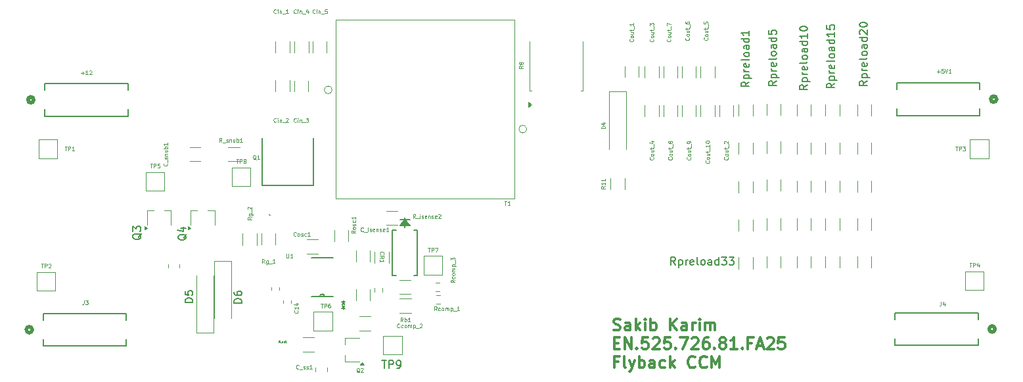
<source format=gbr>
%TF.GenerationSoftware,KiCad,Pcbnew,9.0.5*%
%TF.CreationDate,2025-10-30T21:41:21-07:00*%
%TF.ProjectId,Flyback_CCM_Converter,466c7962-6163-46b5-9f43-434d5f436f6e,rev?*%
%TF.SameCoordinates,Original*%
%TF.FileFunction,Legend,Top*%
%TF.FilePolarity,Positive*%
%FSLAX46Y46*%
G04 Gerber Fmt 4.6, Leading zero omitted, Abs format (unit mm)*
G04 Created by KiCad (PCBNEW 9.0.5) date 2025-10-30 21:41:21*
%MOMM*%
%LPD*%
G01*
G04 APERTURE LIST*
%ADD10C,0.300000*%
%ADD11C,0.063500*%
%ADD12C,0.150000*%
%ADD13C,0.031750*%
%ADD14C,0.120000*%
%ADD15C,0.152400*%
%ADD16C,0.100000*%
%ADD17C,0.200000*%
%ADD18C,0.508000*%
G04 APERTURE END LIST*
D10*
X180083082Y-131499568D02*
X180297368Y-131570996D01*
X180297368Y-131570996D02*
X180654510Y-131570996D01*
X180654510Y-131570996D02*
X180797368Y-131499568D01*
X180797368Y-131499568D02*
X180868796Y-131428139D01*
X180868796Y-131428139D02*
X180940225Y-131285282D01*
X180940225Y-131285282D02*
X180940225Y-131142425D01*
X180940225Y-131142425D02*
X180868796Y-130999568D01*
X180868796Y-130999568D02*
X180797368Y-130928139D01*
X180797368Y-130928139D02*
X180654510Y-130856710D01*
X180654510Y-130856710D02*
X180368796Y-130785282D01*
X180368796Y-130785282D02*
X180225939Y-130713853D01*
X180225939Y-130713853D02*
X180154510Y-130642425D01*
X180154510Y-130642425D02*
X180083082Y-130499568D01*
X180083082Y-130499568D02*
X180083082Y-130356710D01*
X180083082Y-130356710D02*
X180154510Y-130213853D01*
X180154510Y-130213853D02*
X180225939Y-130142425D01*
X180225939Y-130142425D02*
X180368796Y-130070996D01*
X180368796Y-130070996D02*
X180725939Y-130070996D01*
X180725939Y-130070996D02*
X180940225Y-130142425D01*
X182225939Y-131570996D02*
X182225939Y-130785282D01*
X182225939Y-130785282D02*
X182154510Y-130642425D01*
X182154510Y-130642425D02*
X182011653Y-130570996D01*
X182011653Y-130570996D02*
X181725939Y-130570996D01*
X181725939Y-130570996D02*
X181583081Y-130642425D01*
X182225939Y-131499568D02*
X182083081Y-131570996D01*
X182083081Y-131570996D02*
X181725939Y-131570996D01*
X181725939Y-131570996D02*
X181583081Y-131499568D01*
X181583081Y-131499568D02*
X181511653Y-131356710D01*
X181511653Y-131356710D02*
X181511653Y-131213853D01*
X181511653Y-131213853D02*
X181583081Y-131070996D01*
X181583081Y-131070996D02*
X181725939Y-130999568D01*
X181725939Y-130999568D02*
X182083081Y-130999568D01*
X182083081Y-130999568D02*
X182225939Y-130928139D01*
X182940224Y-131570996D02*
X182940224Y-130070996D01*
X183083082Y-130999568D02*
X183511653Y-131570996D01*
X183511653Y-130570996D02*
X182940224Y-131142425D01*
X184154510Y-131570996D02*
X184154510Y-130570996D01*
X184154510Y-130070996D02*
X184083082Y-130142425D01*
X184083082Y-130142425D02*
X184154510Y-130213853D01*
X184154510Y-130213853D02*
X184225939Y-130142425D01*
X184225939Y-130142425D02*
X184154510Y-130070996D01*
X184154510Y-130070996D02*
X184154510Y-130213853D01*
X184868796Y-131570996D02*
X184868796Y-130070996D01*
X184868796Y-130642425D02*
X185011654Y-130570996D01*
X185011654Y-130570996D02*
X185297368Y-130570996D01*
X185297368Y-130570996D02*
X185440225Y-130642425D01*
X185440225Y-130642425D02*
X185511654Y-130713853D01*
X185511654Y-130713853D02*
X185583082Y-130856710D01*
X185583082Y-130856710D02*
X185583082Y-131285282D01*
X185583082Y-131285282D02*
X185511654Y-131428139D01*
X185511654Y-131428139D02*
X185440225Y-131499568D01*
X185440225Y-131499568D02*
X185297368Y-131570996D01*
X185297368Y-131570996D02*
X185011654Y-131570996D01*
X185011654Y-131570996D02*
X184868796Y-131499568D01*
X187368796Y-131570996D02*
X187368796Y-130070996D01*
X188225939Y-131570996D02*
X187583082Y-130713853D01*
X188225939Y-130070996D02*
X187368796Y-130928139D01*
X189511654Y-131570996D02*
X189511654Y-130785282D01*
X189511654Y-130785282D02*
X189440225Y-130642425D01*
X189440225Y-130642425D02*
X189297368Y-130570996D01*
X189297368Y-130570996D02*
X189011654Y-130570996D01*
X189011654Y-130570996D02*
X188868796Y-130642425D01*
X189511654Y-131499568D02*
X189368796Y-131570996D01*
X189368796Y-131570996D02*
X189011654Y-131570996D01*
X189011654Y-131570996D02*
X188868796Y-131499568D01*
X188868796Y-131499568D02*
X188797368Y-131356710D01*
X188797368Y-131356710D02*
X188797368Y-131213853D01*
X188797368Y-131213853D02*
X188868796Y-131070996D01*
X188868796Y-131070996D02*
X189011654Y-130999568D01*
X189011654Y-130999568D02*
X189368796Y-130999568D01*
X189368796Y-130999568D02*
X189511654Y-130928139D01*
X190225939Y-131570996D02*
X190225939Y-130570996D01*
X190225939Y-130856710D02*
X190297368Y-130713853D01*
X190297368Y-130713853D02*
X190368797Y-130642425D01*
X190368797Y-130642425D02*
X190511654Y-130570996D01*
X190511654Y-130570996D02*
X190654511Y-130570996D01*
X191154510Y-131570996D02*
X191154510Y-130570996D01*
X191154510Y-130070996D02*
X191083082Y-130142425D01*
X191083082Y-130142425D02*
X191154510Y-130213853D01*
X191154510Y-130213853D02*
X191225939Y-130142425D01*
X191225939Y-130142425D02*
X191154510Y-130070996D01*
X191154510Y-130070996D02*
X191154510Y-130213853D01*
X191868796Y-131570996D02*
X191868796Y-130570996D01*
X191868796Y-130713853D02*
X191940225Y-130642425D01*
X191940225Y-130642425D02*
X192083082Y-130570996D01*
X192083082Y-130570996D02*
X192297368Y-130570996D01*
X192297368Y-130570996D02*
X192440225Y-130642425D01*
X192440225Y-130642425D02*
X192511654Y-130785282D01*
X192511654Y-130785282D02*
X192511654Y-131570996D01*
X192511654Y-130785282D02*
X192583082Y-130642425D01*
X192583082Y-130642425D02*
X192725939Y-130570996D01*
X192725939Y-130570996D02*
X192940225Y-130570996D01*
X192940225Y-130570996D02*
X193083082Y-130642425D01*
X193083082Y-130642425D02*
X193154511Y-130785282D01*
X193154511Y-130785282D02*
X193154511Y-131570996D01*
X180154510Y-133200198D02*
X180654510Y-133200198D01*
X180868796Y-133985912D02*
X180154510Y-133985912D01*
X180154510Y-133985912D02*
X180154510Y-132485912D01*
X180154510Y-132485912D02*
X180868796Y-132485912D01*
X181511653Y-133985912D02*
X181511653Y-132485912D01*
X181511653Y-132485912D02*
X182368796Y-133985912D01*
X182368796Y-133985912D02*
X182368796Y-132485912D01*
X183083082Y-133843055D02*
X183154511Y-133914484D01*
X183154511Y-133914484D02*
X183083082Y-133985912D01*
X183083082Y-133985912D02*
X183011654Y-133914484D01*
X183011654Y-133914484D02*
X183083082Y-133843055D01*
X183083082Y-133843055D02*
X183083082Y-133985912D01*
X184511654Y-132485912D02*
X183797368Y-132485912D01*
X183797368Y-132485912D02*
X183725940Y-133200198D01*
X183725940Y-133200198D02*
X183797368Y-133128769D01*
X183797368Y-133128769D02*
X183940226Y-133057341D01*
X183940226Y-133057341D02*
X184297368Y-133057341D01*
X184297368Y-133057341D02*
X184440226Y-133128769D01*
X184440226Y-133128769D02*
X184511654Y-133200198D01*
X184511654Y-133200198D02*
X184583083Y-133343055D01*
X184583083Y-133343055D02*
X184583083Y-133700198D01*
X184583083Y-133700198D02*
X184511654Y-133843055D01*
X184511654Y-133843055D02*
X184440226Y-133914484D01*
X184440226Y-133914484D02*
X184297368Y-133985912D01*
X184297368Y-133985912D02*
X183940226Y-133985912D01*
X183940226Y-133985912D02*
X183797368Y-133914484D01*
X183797368Y-133914484D02*
X183725940Y-133843055D01*
X185154511Y-132628769D02*
X185225939Y-132557341D01*
X185225939Y-132557341D02*
X185368797Y-132485912D01*
X185368797Y-132485912D02*
X185725939Y-132485912D01*
X185725939Y-132485912D02*
X185868797Y-132557341D01*
X185868797Y-132557341D02*
X185940225Y-132628769D01*
X185940225Y-132628769D02*
X186011654Y-132771626D01*
X186011654Y-132771626D02*
X186011654Y-132914484D01*
X186011654Y-132914484D02*
X185940225Y-133128769D01*
X185940225Y-133128769D02*
X185083082Y-133985912D01*
X185083082Y-133985912D02*
X186011654Y-133985912D01*
X187368796Y-132485912D02*
X186654510Y-132485912D01*
X186654510Y-132485912D02*
X186583082Y-133200198D01*
X186583082Y-133200198D02*
X186654510Y-133128769D01*
X186654510Y-133128769D02*
X186797368Y-133057341D01*
X186797368Y-133057341D02*
X187154510Y-133057341D01*
X187154510Y-133057341D02*
X187297368Y-133128769D01*
X187297368Y-133128769D02*
X187368796Y-133200198D01*
X187368796Y-133200198D02*
X187440225Y-133343055D01*
X187440225Y-133343055D02*
X187440225Y-133700198D01*
X187440225Y-133700198D02*
X187368796Y-133843055D01*
X187368796Y-133843055D02*
X187297368Y-133914484D01*
X187297368Y-133914484D02*
X187154510Y-133985912D01*
X187154510Y-133985912D02*
X186797368Y-133985912D01*
X186797368Y-133985912D02*
X186654510Y-133914484D01*
X186654510Y-133914484D02*
X186583082Y-133843055D01*
X188083081Y-133843055D02*
X188154510Y-133914484D01*
X188154510Y-133914484D02*
X188083081Y-133985912D01*
X188083081Y-133985912D02*
X188011653Y-133914484D01*
X188011653Y-133914484D02*
X188083081Y-133843055D01*
X188083081Y-133843055D02*
X188083081Y-133985912D01*
X188654510Y-132485912D02*
X189654510Y-132485912D01*
X189654510Y-132485912D02*
X189011653Y-133985912D01*
X190154510Y-132628769D02*
X190225938Y-132557341D01*
X190225938Y-132557341D02*
X190368796Y-132485912D01*
X190368796Y-132485912D02*
X190725938Y-132485912D01*
X190725938Y-132485912D02*
X190868796Y-132557341D01*
X190868796Y-132557341D02*
X190940224Y-132628769D01*
X190940224Y-132628769D02*
X191011653Y-132771626D01*
X191011653Y-132771626D02*
X191011653Y-132914484D01*
X191011653Y-132914484D02*
X190940224Y-133128769D01*
X190940224Y-133128769D02*
X190083081Y-133985912D01*
X190083081Y-133985912D02*
X191011653Y-133985912D01*
X192297367Y-132485912D02*
X192011652Y-132485912D01*
X192011652Y-132485912D02*
X191868795Y-132557341D01*
X191868795Y-132557341D02*
X191797367Y-132628769D01*
X191797367Y-132628769D02*
X191654509Y-132843055D01*
X191654509Y-132843055D02*
X191583081Y-133128769D01*
X191583081Y-133128769D02*
X191583081Y-133700198D01*
X191583081Y-133700198D02*
X191654509Y-133843055D01*
X191654509Y-133843055D02*
X191725938Y-133914484D01*
X191725938Y-133914484D02*
X191868795Y-133985912D01*
X191868795Y-133985912D02*
X192154509Y-133985912D01*
X192154509Y-133985912D02*
X192297367Y-133914484D01*
X192297367Y-133914484D02*
X192368795Y-133843055D01*
X192368795Y-133843055D02*
X192440224Y-133700198D01*
X192440224Y-133700198D02*
X192440224Y-133343055D01*
X192440224Y-133343055D02*
X192368795Y-133200198D01*
X192368795Y-133200198D02*
X192297367Y-133128769D01*
X192297367Y-133128769D02*
X192154509Y-133057341D01*
X192154509Y-133057341D02*
X191868795Y-133057341D01*
X191868795Y-133057341D02*
X191725938Y-133128769D01*
X191725938Y-133128769D02*
X191654509Y-133200198D01*
X191654509Y-133200198D02*
X191583081Y-133343055D01*
X193083080Y-133843055D02*
X193154509Y-133914484D01*
X193154509Y-133914484D02*
X193083080Y-133985912D01*
X193083080Y-133985912D02*
X193011652Y-133914484D01*
X193011652Y-133914484D02*
X193083080Y-133843055D01*
X193083080Y-133843055D02*
X193083080Y-133985912D01*
X194011652Y-133128769D02*
X193868795Y-133057341D01*
X193868795Y-133057341D02*
X193797366Y-132985912D01*
X193797366Y-132985912D02*
X193725938Y-132843055D01*
X193725938Y-132843055D02*
X193725938Y-132771626D01*
X193725938Y-132771626D02*
X193797366Y-132628769D01*
X193797366Y-132628769D02*
X193868795Y-132557341D01*
X193868795Y-132557341D02*
X194011652Y-132485912D01*
X194011652Y-132485912D02*
X194297366Y-132485912D01*
X194297366Y-132485912D02*
X194440224Y-132557341D01*
X194440224Y-132557341D02*
X194511652Y-132628769D01*
X194511652Y-132628769D02*
X194583081Y-132771626D01*
X194583081Y-132771626D02*
X194583081Y-132843055D01*
X194583081Y-132843055D02*
X194511652Y-132985912D01*
X194511652Y-132985912D02*
X194440224Y-133057341D01*
X194440224Y-133057341D02*
X194297366Y-133128769D01*
X194297366Y-133128769D02*
X194011652Y-133128769D01*
X194011652Y-133128769D02*
X193868795Y-133200198D01*
X193868795Y-133200198D02*
X193797366Y-133271626D01*
X193797366Y-133271626D02*
X193725938Y-133414484D01*
X193725938Y-133414484D02*
X193725938Y-133700198D01*
X193725938Y-133700198D02*
X193797366Y-133843055D01*
X193797366Y-133843055D02*
X193868795Y-133914484D01*
X193868795Y-133914484D02*
X194011652Y-133985912D01*
X194011652Y-133985912D02*
X194297366Y-133985912D01*
X194297366Y-133985912D02*
X194440224Y-133914484D01*
X194440224Y-133914484D02*
X194511652Y-133843055D01*
X194511652Y-133843055D02*
X194583081Y-133700198D01*
X194583081Y-133700198D02*
X194583081Y-133414484D01*
X194583081Y-133414484D02*
X194511652Y-133271626D01*
X194511652Y-133271626D02*
X194440224Y-133200198D01*
X194440224Y-133200198D02*
X194297366Y-133128769D01*
X196011652Y-133985912D02*
X195154509Y-133985912D01*
X195583080Y-133985912D02*
X195583080Y-132485912D01*
X195583080Y-132485912D02*
X195440223Y-132700198D01*
X195440223Y-132700198D02*
X195297366Y-132843055D01*
X195297366Y-132843055D02*
X195154509Y-132914484D01*
X196654508Y-133843055D02*
X196725937Y-133914484D01*
X196725937Y-133914484D02*
X196654508Y-133985912D01*
X196654508Y-133985912D02*
X196583080Y-133914484D01*
X196583080Y-133914484D02*
X196654508Y-133843055D01*
X196654508Y-133843055D02*
X196654508Y-133985912D01*
X197868794Y-133200198D02*
X197368794Y-133200198D01*
X197368794Y-133985912D02*
X197368794Y-132485912D01*
X197368794Y-132485912D02*
X198083080Y-132485912D01*
X198583080Y-133557341D02*
X199297366Y-133557341D01*
X198440223Y-133985912D02*
X198940223Y-132485912D01*
X198940223Y-132485912D02*
X199440223Y-133985912D01*
X199868794Y-132628769D02*
X199940222Y-132557341D01*
X199940222Y-132557341D02*
X200083080Y-132485912D01*
X200083080Y-132485912D02*
X200440222Y-132485912D01*
X200440222Y-132485912D02*
X200583080Y-132557341D01*
X200583080Y-132557341D02*
X200654508Y-132628769D01*
X200654508Y-132628769D02*
X200725937Y-132771626D01*
X200725937Y-132771626D02*
X200725937Y-132914484D01*
X200725937Y-132914484D02*
X200654508Y-133128769D01*
X200654508Y-133128769D02*
X199797365Y-133985912D01*
X199797365Y-133985912D02*
X200725937Y-133985912D01*
X202083079Y-132485912D02*
X201368793Y-132485912D01*
X201368793Y-132485912D02*
X201297365Y-133200198D01*
X201297365Y-133200198D02*
X201368793Y-133128769D01*
X201368793Y-133128769D02*
X201511651Y-133057341D01*
X201511651Y-133057341D02*
X201868793Y-133057341D01*
X201868793Y-133057341D02*
X202011651Y-133128769D01*
X202011651Y-133128769D02*
X202083079Y-133200198D01*
X202083079Y-133200198D02*
X202154508Y-133343055D01*
X202154508Y-133343055D02*
X202154508Y-133700198D01*
X202154508Y-133700198D02*
X202083079Y-133843055D01*
X202083079Y-133843055D02*
X202011651Y-133914484D01*
X202011651Y-133914484D02*
X201868793Y-133985912D01*
X201868793Y-133985912D02*
X201511651Y-133985912D01*
X201511651Y-133985912D02*
X201368793Y-133914484D01*
X201368793Y-133914484D02*
X201297365Y-133843055D01*
X180654510Y-135615114D02*
X180154510Y-135615114D01*
X180154510Y-136400828D02*
X180154510Y-134900828D01*
X180154510Y-134900828D02*
X180868796Y-134900828D01*
X181654510Y-136400828D02*
X181511653Y-136329400D01*
X181511653Y-136329400D02*
X181440224Y-136186542D01*
X181440224Y-136186542D02*
X181440224Y-134900828D01*
X182083081Y-135400828D02*
X182440224Y-136400828D01*
X182797367Y-135400828D02*
X182440224Y-136400828D01*
X182440224Y-136400828D02*
X182297367Y-136757971D01*
X182297367Y-136757971D02*
X182225938Y-136829400D01*
X182225938Y-136829400D02*
X182083081Y-136900828D01*
X183368795Y-136400828D02*
X183368795Y-134900828D01*
X183368795Y-135472257D02*
X183511653Y-135400828D01*
X183511653Y-135400828D02*
X183797367Y-135400828D01*
X183797367Y-135400828D02*
X183940224Y-135472257D01*
X183940224Y-135472257D02*
X184011653Y-135543685D01*
X184011653Y-135543685D02*
X184083081Y-135686542D01*
X184083081Y-135686542D02*
X184083081Y-136115114D01*
X184083081Y-136115114D02*
X184011653Y-136257971D01*
X184011653Y-136257971D02*
X183940224Y-136329400D01*
X183940224Y-136329400D02*
X183797367Y-136400828D01*
X183797367Y-136400828D02*
X183511653Y-136400828D01*
X183511653Y-136400828D02*
X183368795Y-136329400D01*
X185368796Y-136400828D02*
X185368796Y-135615114D01*
X185368796Y-135615114D02*
X185297367Y-135472257D01*
X185297367Y-135472257D02*
X185154510Y-135400828D01*
X185154510Y-135400828D02*
X184868796Y-135400828D01*
X184868796Y-135400828D02*
X184725938Y-135472257D01*
X185368796Y-136329400D02*
X185225938Y-136400828D01*
X185225938Y-136400828D02*
X184868796Y-136400828D01*
X184868796Y-136400828D02*
X184725938Y-136329400D01*
X184725938Y-136329400D02*
X184654510Y-136186542D01*
X184654510Y-136186542D02*
X184654510Y-136043685D01*
X184654510Y-136043685D02*
X184725938Y-135900828D01*
X184725938Y-135900828D02*
X184868796Y-135829400D01*
X184868796Y-135829400D02*
X185225938Y-135829400D01*
X185225938Y-135829400D02*
X185368796Y-135757971D01*
X186725939Y-136329400D02*
X186583081Y-136400828D01*
X186583081Y-136400828D02*
X186297367Y-136400828D01*
X186297367Y-136400828D02*
X186154510Y-136329400D01*
X186154510Y-136329400D02*
X186083081Y-136257971D01*
X186083081Y-136257971D02*
X186011653Y-136115114D01*
X186011653Y-136115114D02*
X186011653Y-135686542D01*
X186011653Y-135686542D02*
X186083081Y-135543685D01*
X186083081Y-135543685D02*
X186154510Y-135472257D01*
X186154510Y-135472257D02*
X186297367Y-135400828D01*
X186297367Y-135400828D02*
X186583081Y-135400828D01*
X186583081Y-135400828D02*
X186725939Y-135472257D01*
X187368795Y-136400828D02*
X187368795Y-134900828D01*
X187511653Y-135829400D02*
X187940224Y-136400828D01*
X187940224Y-135400828D02*
X187368795Y-135972257D01*
X190583081Y-136257971D02*
X190511653Y-136329400D01*
X190511653Y-136329400D02*
X190297367Y-136400828D01*
X190297367Y-136400828D02*
X190154510Y-136400828D01*
X190154510Y-136400828D02*
X189940224Y-136329400D01*
X189940224Y-136329400D02*
X189797367Y-136186542D01*
X189797367Y-136186542D02*
X189725938Y-136043685D01*
X189725938Y-136043685D02*
X189654510Y-135757971D01*
X189654510Y-135757971D02*
X189654510Y-135543685D01*
X189654510Y-135543685D02*
X189725938Y-135257971D01*
X189725938Y-135257971D02*
X189797367Y-135115114D01*
X189797367Y-135115114D02*
X189940224Y-134972257D01*
X189940224Y-134972257D02*
X190154510Y-134900828D01*
X190154510Y-134900828D02*
X190297367Y-134900828D01*
X190297367Y-134900828D02*
X190511653Y-134972257D01*
X190511653Y-134972257D02*
X190583081Y-135043685D01*
X192083081Y-136257971D02*
X192011653Y-136329400D01*
X192011653Y-136329400D02*
X191797367Y-136400828D01*
X191797367Y-136400828D02*
X191654510Y-136400828D01*
X191654510Y-136400828D02*
X191440224Y-136329400D01*
X191440224Y-136329400D02*
X191297367Y-136186542D01*
X191297367Y-136186542D02*
X191225938Y-136043685D01*
X191225938Y-136043685D02*
X191154510Y-135757971D01*
X191154510Y-135757971D02*
X191154510Y-135543685D01*
X191154510Y-135543685D02*
X191225938Y-135257971D01*
X191225938Y-135257971D02*
X191297367Y-135115114D01*
X191297367Y-135115114D02*
X191440224Y-134972257D01*
X191440224Y-134972257D02*
X191654510Y-134900828D01*
X191654510Y-134900828D02*
X191797367Y-134900828D01*
X191797367Y-134900828D02*
X192011653Y-134972257D01*
X192011653Y-134972257D02*
X192083081Y-135043685D01*
X192725938Y-136400828D02*
X192725938Y-134900828D01*
X192725938Y-134900828D02*
X193225938Y-135972257D01*
X193225938Y-135972257D02*
X193725938Y-134900828D01*
X193725938Y-134900828D02*
X193725938Y-136400828D01*
D11*
X139510571Y-136483327D02*
X139486380Y-136507518D01*
X139486380Y-136507518D02*
X139413809Y-136531708D01*
X139413809Y-136531708D02*
X139365428Y-136531708D01*
X139365428Y-136531708D02*
X139292856Y-136507518D01*
X139292856Y-136507518D02*
X139244475Y-136459137D01*
X139244475Y-136459137D02*
X139220285Y-136410756D01*
X139220285Y-136410756D02*
X139196094Y-136313994D01*
X139196094Y-136313994D02*
X139196094Y-136241422D01*
X139196094Y-136241422D02*
X139220285Y-136144660D01*
X139220285Y-136144660D02*
X139244475Y-136096279D01*
X139244475Y-136096279D02*
X139292856Y-136047898D01*
X139292856Y-136047898D02*
X139365428Y-136023708D01*
X139365428Y-136023708D02*
X139413809Y-136023708D01*
X139413809Y-136023708D02*
X139486380Y-136047898D01*
X139486380Y-136047898D02*
X139510571Y-136072089D01*
X139607333Y-136580089D02*
X139994380Y-136580089D01*
X140091142Y-136507518D02*
X140139523Y-136531708D01*
X140139523Y-136531708D02*
X140236285Y-136531708D01*
X140236285Y-136531708D02*
X140284666Y-136507518D01*
X140284666Y-136507518D02*
X140308857Y-136459137D01*
X140308857Y-136459137D02*
X140308857Y-136434946D01*
X140308857Y-136434946D02*
X140284666Y-136386565D01*
X140284666Y-136386565D02*
X140236285Y-136362375D01*
X140236285Y-136362375D02*
X140163714Y-136362375D01*
X140163714Y-136362375D02*
X140115333Y-136338184D01*
X140115333Y-136338184D02*
X140091142Y-136289803D01*
X140091142Y-136289803D02*
X140091142Y-136265613D01*
X140091142Y-136265613D02*
X140115333Y-136217232D01*
X140115333Y-136217232D02*
X140163714Y-136193041D01*
X140163714Y-136193041D02*
X140236285Y-136193041D01*
X140236285Y-136193041D02*
X140284666Y-136217232D01*
X140502380Y-136507518D02*
X140550761Y-136531708D01*
X140550761Y-136531708D02*
X140647523Y-136531708D01*
X140647523Y-136531708D02*
X140695904Y-136507518D01*
X140695904Y-136507518D02*
X140720095Y-136459137D01*
X140720095Y-136459137D02*
X140720095Y-136434946D01*
X140720095Y-136434946D02*
X140695904Y-136386565D01*
X140695904Y-136386565D02*
X140647523Y-136362375D01*
X140647523Y-136362375D02*
X140574952Y-136362375D01*
X140574952Y-136362375D02*
X140526571Y-136338184D01*
X140526571Y-136338184D02*
X140502380Y-136289803D01*
X140502380Y-136289803D02*
X140502380Y-136265613D01*
X140502380Y-136265613D02*
X140526571Y-136217232D01*
X140526571Y-136217232D02*
X140574952Y-136193041D01*
X140574952Y-136193041D02*
X140647523Y-136193041D01*
X140647523Y-136193041D02*
X140695904Y-136217232D01*
X141203904Y-136531708D02*
X140913618Y-136531708D01*
X141058761Y-136531708D02*
X141058761Y-136023708D01*
X141058761Y-136023708D02*
X141010380Y-136096279D01*
X141010380Y-136096279D02*
X140961999Y-136144660D01*
X140961999Y-136144660D02*
X140913618Y-136168851D01*
X147824380Y-118783327D02*
X147800189Y-118807518D01*
X147800189Y-118807518D02*
X147727618Y-118831708D01*
X147727618Y-118831708D02*
X147679237Y-118831708D01*
X147679237Y-118831708D02*
X147606665Y-118807518D01*
X147606665Y-118807518D02*
X147558284Y-118759137D01*
X147558284Y-118759137D02*
X147534094Y-118710756D01*
X147534094Y-118710756D02*
X147509903Y-118613994D01*
X147509903Y-118613994D02*
X147509903Y-118541422D01*
X147509903Y-118541422D02*
X147534094Y-118444660D01*
X147534094Y-118444660D02*
X147558284Y-118396279D01*
X147558284Y-118396279D02*
X147606665Y-118347898D01*
X147606665Y-118347898D02*
X147679237Y-118323708D01*
X147679237Y-118323708D02*
X147727618Y-118323708D01*
X147727618Y-118323708D02*
X147800189Y-118347898D01*
X147800189Y-118347898D02*
X147824380Y-118372089D01*
X147921142Y-118880089D02*
X148308189Y-118880089D01*
X148429142Y-118831708D02*
X148429142Y-118493041D01*
X148429142Y-118323708D02*
X148404951Y-118347898D01*
X148404951Y-118347898D02*
X148429142Y-118372089D01*
X148429142Y-118372089D02*
X148453332Y-118347898D01*
X148453332Y-118347898D02*
X148429142Y-118323708D01*
X148429142Y-118323708D02*
X148429142Y-118372089D01*
X148646856Y-118807518D02*
X148695237Y-118831708D01*
X148695237Y-118831708D02*
X148791999Y-118831708D01*
X148791999Y-118831708D02*
X148840380Y-118807518D01*
X148840380Y-118807518D02*
X148864571Y-118759137D01*
X148864571Y-118759137D02*
X148864571Y-118734946D01*
X148864571Y-118734946D02*
X148840380Y-118686565D01*
X148840380Y-118686565D02*
X148791999Y-118662375D01*
X148791999Y-118662375D02*
X148719428Y-118662375D01*
X148719428Y-118662375D02*
X148671047Y-118638184D01*
X148671047Y-118638184D02*
X148646856Y-118589803D01*
X148646856Y-118589803D02*
X148646856Y-118565613D01*
X148646856Y-118565613D02*
X148671047Y-118517232D01*
X148671047Y-118517232D02*
X148719428Y-118493041D01*
X148719428Y-118493041D02*
X148791999Y-118493041D01*
X148791999Y-118493041D02*
X148840380Y-118517232D01*
X149275809Y-118807518D02*
X149227428Y-118831708D01*
X149227428Y-118831708D02*
X149130666Y-118831708D01*
X149130666Y-118831708D02*
X149082285Y-118807518D01*
X149082285Y-118807518D02*
X149058094Y-118759137D01*
X149058094Y-118759137D02*
X149058094Y-118565613D01*
X149058094Y-118565613D02*
X149082285Y-118517232D01*
X149082285Y-118517232D02*
X149130666Y-118493041D01*
X149130666Y-118493041D02*
X149227428Y-118493041D01*
X149227428Y-118493041D02*
X149275809Y-118517232D01*
X149275809Y-118517232D02*
X149299999Y-118565613D01*
X149299999Y-118565613D02*
X149299999Y-118613994D01*
X149299999Y-118613994D02*
X149058094Y-118662375D01*
X149517714Y-118493041D02*
X149517714Y-118831708D01*
X149517714Y-118541422D02*
X149541904Y-118517232D01*
X149541904Y-118517232D02*
X149590285Y-118493041D01*
X149590285Y-118493041D02*
X149662857Y-118493041D01*
X149662857Y-118493041D02*
X149711238Y-118517232D01*
X149711238Y-118517232D02*
X149735428Y-118565613D01*
X149735428Y-118565613D02*
X149735428Y-118831708D01*
X149953142Y-118807518D02*
X150001523Y-118831708D01*
X150001523Y-118831708D02*
X150098285Y-118831708D01*
X150098285Y-118831708D02*
X150146666Y-118807518D01*
X150146666Y-118807518D02*
X150170857Y-118759137D01*
X150170857Y-118759137D02*
X150170857Y-118734946D01*
X150170857Y-118734946D02*
X150146666Y-118686565D01*
X150146666Y-118686565D02*
X150098285Y-118662375D01*
X150098285Y-118662375D02*
X150025714Y-118662375D01*
X150025714Y-118662375D02*
X149977333Y-118638184D01*
X149977333Y-118638184D02*
X149953142Y-118589803D01*
X149953142Y-118589803D02*
X149953142Y-118565613D01*
X149953142Y-118565613D02*
X149977333Y-118517232D01*
X149977333Y-118517232D02*
X150025714Y-118493041D01*
X150025714Y-118493041D02*
X150098285Y-118493041D01*
X150098285Y-118493041D02*
X150146666Y-118517232D01*
X150582095Y-118807518D02*
X150533714Y-118831708D01*
X150533714Y-118831708D02*
X150436952Y-118831708D01*
X150436952Y-118831708D02*
X150388571Y-118807518D01*
X150388571Y-118807518D02*
X150364380Y-118759137D01*
X150364380Y-118759137D02*
X150364380Y-118565613D01*
X150364380Y-118565613D02*
X150388571Y-118517232D01*
X150388571Y-118517232D02*
X150436952Y-118493041D01*
X150436952Y-118493041D02*
X150533714Y-118493041D01*
X150533714Y-118493041D02*
X150582095Y-118517232D01*
X150582095Y-118517232D02*
X150606285Y-118565613D01*
X150606285Y-118565613D02*
X150606285Y-118613994D01*
X150606285Y-118613994D02*
X150364380Y-118662375D01*
X151090095Y-118831708D02*
X150799809Y-118831708D01*
X150944952Y-118831708D02*
X150944952Y-118323708D01*
X150944952Y-118323708D02*
X150896571Y-118396279D01*
X150896571Y-118396279D02*
X150848190Y-118444660D01*
X150848190Y-118444660D02*
X150799809Y-118468851D01*
X152505809Y-131183327D02*
X152481618Y-131207518D01*
X152481618Y-131207518D02*
X152409047Y-131231708D01*
X152409047Y-131231708D02*
X152360666Y-131231708D01*
X152360666Y-131231708D02*
X152288094Y-131207518D01*
X152288094Y-131207518D02*
X152239713Y-131159137D01*
X152239713Y-131159137D02*
X152215523Y-131110756D01*
X152215523Y-131110756D02*
X152191332Y-131013994D01*
X152191332Y-131013994D02*
X152191332Y-130941422D01*
X152191332Y-130941422D02*
X152215523Y-130844660D01*
X152215523Y-130844660D02*
X152239713Y-130796279D01*
X152239713Y-130796279D02*
X152288094Y-130747898D01*
X152288094Y-130747898D02*
X152360666Y-130723708D01*
X152360666Y-130723708D02*
X152409047Y-130723708D01*
X152409047Y-130723708D02*
X152481618Y-130747898D01*
X152481618Y-130747898D02*
X152505809Y-130772089D01*
X152941237Y-131207518D02*
X152892856Y-131231708D01*
X152892856Y-131231708D02*
X152796094Y-131231708D01*
X152796094Y-131231708D02*
X152747713Y-131207518D01*
X152747713Y-131207518D02*
X152723523Y-131183327D01*
X152723523Y-131183327D02*
X152699332Y-131134946D01*
X152699332Y-131134946D02*
X152699332Y-130989803D01*
X152699332Y-130989803D02*
X152723523Y-130941422D01*
X152723523Y-130941422D02*
X152747713Y-130917232D01*
X152747713Y-130917232D02*
X152796094Y-130893041D01*
X152796094Y-130893041D02*
X152892856Y-130893041D01*
X152892856Y-130893041D02*
X152941237Y-130917232D01*
X153231523Y-131231708D02*
X153183142Y-131207518D01*
X153183142Y-131207518D02*
X153158952Y-131183327D01*
X153158952Y-131183327D02*
X153134761Y-131134946D01*
X153134761Y-131134946D02*
X153134761Y-130989803D01*
X153134761Y-130989803D02*
X153158952Y-130941422D01*
X153158952Y-130941422D02*
X153183142Y-130917232D01*
X153183142Y-130917232D02*
X153231523Y-130893041D01*
X153231523Y-130893041D02*
X153304095Y-130893041D01*
X153304095Y-130893041D02*
X153352476Y-130917232D01*
X153352476Y-130917232D02*
X153376666Y-130941422D01*
X153376666Y-130941422D02*
X153400857Y-130989803D01*
X153400857Y-130989803D02*
X153400857Y-131134946D01*
X153400857Y-131134946D02*
X153376666Y-131183327D01*
X153376666Y-131183327D02*
X153352476Y-131207518D01*
X153352476Y-131207518D02*
X153304095Y-131231708D01*
X153304095Y-131231708D02*
X153231523Y-131231708D01*
X153618571Y-131231708D02*
X153618571Y-130893041D01*
X153618571Y-130941422D02*
X153642761Y-130917232D01*
X153642761Y-130917232D02*
X153691142Y-130893041D01*
X153691142Y-130893041D02*
X153763714Y-130893041D01*
X153763714Y-130893041D02*
X153812095Y-130917232D01*
X153812095Y-130917232D02*
X153836285Y-130965613D01*
X153836285Y-130965613D02*
X153836285Y-131231708D01*
X153836285Y-130965613D02*
X153860476Y-130917232D01*
X153860476Y-130917232D02*
X153908857Y-130893041D01*
X153908857Y-130893041D02*
X153981428Y-130893041D01*
X153981428Y-130893041D02*
X154029809Y-130917232D01*
X154029809Y-130917232D02*
X154053999Y-130965613D01*
X154053999Y-130965613D02*
X154053999Y-131231708D01*
X154295904Y-130893041D02*
X154295904Y-131401041D01*
X154295904Y-130917232D02*
X154344285Y-130893041D01*
X154344285Y-130893041D02*
X154441047Y-130893041D01*
X154441047Y-130893041D02*
X154489428Y-130917232D01*
X154489428Y-130917232D02*
X154513618Y-130941422D01*
X154513618Y-130941422D02*
X154537809Y-130989803D01*
X154537809Y-130989803D02*
X154537809Y-131134946D01*
X154537809Y-131134946D02*
X154513618Y-131183327D01*
X154513618Y-131183327D02*
X154489428Y-131207518D01*
X154489428Y-131207518D02*
X154441047Y-131231708D01*
X154441047Y-131231708D02*
X154344285Y-131231708D01*
X154344285Y-131231708D02*
X154295904Y-131207518D01*
X154634571Y-131280089D02*
X155021618Y-131280089D01*
X155118380Y-130772089D02*
X155142571Y-130747898D01*
X155142571Y-130747898D02*
X155190952Y-130723708D01*
X155190952Y-130723708D02*
X155311904Y-130723708D01*
X155311904Y-130723708D02*
X155360285Y-130747898D01*
X155360285Y-130747898D02*
X155384476Y-130772089D01*
X155384476Y-130772089D02*
X155408666Y-130820470D01*
X155408666Y-130820470D02*
X155408666Y-130868851D01*
X155408666Y-130868851D02*
X155384476Y-130941422D01*
X155384476Y-130941422D02*
X155094190Y-131231708D01*
X155094190Y-131231708D02*
X155408666Y-131231708D01*
D12*
X150238095Y-135454819D02*
X150809523Y-135454819D01*
X150523809Y-136454819D02*
X150523809Y-135454819D01*
X151142857Y-136454819D02*
X151142857Y-135454819D01*
X151142857Y-135454819D02*
X151523809Y-135454819D01*
X151523809Y-135454819D02*
X151619047Y-135502438D01*
X151619047Y-135502438D02*
X151666666Y-135550057D01*
X151666666Y-135550057D02*
X151714285Y-135645295D01*
X151714285Y-135645295D02*
X151714285Y-135788152D01*
X151714285Y-135788152D02*
X151666666Y-135883390D01*
X151666666Y-135883390D02*
X151619047Y-135931009D01*
X151619047Y-135931009D02*
X151523809Y-135978628D01*
X151523809Y-135978628D02*
X151142857Y-135978628D01*
X152190476Y-136454819D02*
X152380952Y-136454819D01*
X152380952Y-136454819D02*
X152476190Y-136407200D01*
X152476190Y-136407200D02*
X152523809Y-136359580D01*
X152523809Y-136359580D02*
X152619047Y-136216723D01*
X152619047Y-136216723D02*
X152666666Y-136026247D01*
X152666666Y-136026247D02*
X152666666Y-135645295D01*
X152666666Y-135645295D02*
X152619047Y-135550057D01*
X152619047Y-135550057D02*
X152571428Y-135502438D01*
X152571428Y-135502438D02*
X152476190Y-135454819D01*
X152476190Y-135454819D02*
X152285714Y-135454819D01*
X152285714Y-135454819D02*
X152190476Y-135502438D01*
X152190476Y-135502438D02*
X152142857Y-135550057D01*
X152142857Y-135550057D02*
X152095238Y-135645295D01*
X152095238Y-135645295D02*
X152095238Y-135883390D01*
X152095238Y-135883390D02*
X152142857Y-135978628D01*
X152142857Y-135978628D02*
X152190476Y-136026247D01*
X152190476Y-136026247D02*
X152285714Y-136073866D01*
X152285714Y-136073866D02*
X152476190Y-136073866D01*
X152476190Y-136073866D02*
X152571428Y-136026247D01*
X152571428Y-136026247D02*
X152619047Y-135978628D01*
X152619047Y-135978628D02*
X152666666Y-135883390D01*
D11*
X139162190Y-119383327D02*
X139137999Y-119407518D01*
X139137999Y-119407518D02*
X139065428Y-119431708D01*
X139065428Y-119431708D02*
X139017047Y-119431708D01*
X139017047Y-119431708D02*
X138944475Y-119407518D01*
X138944475Y-119407518D02*
X138896094Y-119359137D01*
X138896094Y-119359137D02*
X138871904Y-119310756D01*
X138871904Y-119310756D02*
X138847713Y-119213994D01*
X138847713Y-119213994D02*
X138847713Y-119141422D01*
X138847713Y-119141422D02*
X138871904Y-119044660D01*
X138871904Y-119044660D02*
X138896094Y-118996279D01*
X138896094Y-118996279D02*
X138944475Y-118947898D01*
X138944475Y-118947898D02*
X139017047Y-118923708D01*
X139017047Y-118923708D02*
X139065428Y-118923708D01*
X139065428Y-118923708D02*
X139137999Y-118947898D01*
X139137999Y-118947898D02*
X139162190Y-118972089D01*
X139452475Y-119431708D02*
X139404094Y-119407518D01*
X139404094Y-119407518D02*
X139379904Y-119383327D01*
X139379904Y-119383327D02*
X139355713Y-119334946D01*
X139355713Y-119334946D02*
X139355713Y-119189803D01*
X139355713Y-119189803D02*
X139379904Y-119141422D01*
X139379904Y-119141422D02*
X139404094Y-119117232D01*
X139404094Y-119117232D02*
X139452475Y-119093041D01*
X139452475Y-119093041D02*
X139525047Y-119093041D01*
X139525047Y-119093041D02*
X139573428Y-119117232D01*
X139573428Y-119117232D02*
X139597618Y-119141422D01*
X139597618Y-119141422D02*
X139621809Y-119189803D01*
X139621809Y-119189803D02*
X139621809Y-119334946D01*
X139621809Y-119334946D02*
X139597618Y-119383327D01*
X139597618Y-119383327D02*
X139573428Y-119407518D01*
X139573428Y-119407518D02*
X139525047Y-119431708D01*
X139525047Y-119431708D02*
X139452475Y-119431708D01*
X139815332Y-119407518D02*
X139863713Y-119431708D01*
X139863713Y-119431708D02*
X139960475Y-119431708D01*
X139960475Y-119431708D02*
X140008856Y-119407518D01*
X140008856Y-119407518D02*
X140033047Y-119359137D01*
X140033047Y-119359137D02*
X140033047Y-119334946D01*
X140033047Y-119334946D02*
X140008856Y-119286565D01*
X140008856Y-119286565D02*
X139960475Y-119262375D01*
X139960475Y-119262375D02*
X139887904Y-119262375D01*
X139887904Y-119262375D02*
X139839523Y-119238184D01*
X139839523Y-119238184D02*
X139815332Y-119189803D01*
X139815332Y-119189803D02*
X139815332Y-119165613D01*
X139815332Y-119165613D02*
X139839523Y-119117232D01*
X139839523Y-119117232D02*
X139887904Y-119093041D01*
X139887904Y-119093041D02*
X139960475Y-119093041D01*
X139960475Y-119093041D02*
X140008856Y-119117232D01*
X140468475Y-119407518D02*
X140420094Y-119431708D01*
X140420094Y-119431708D02*
X140323332Y-119431708D01*
X140323332Y-119431708D02*
X140274951Y-119407518D01*
X140274951Y-119407518D02*
X140250761Y-119383327D01*
X140250761Y-119383327D02*
X140226570Y-119334946D01*
X140226570Y-119334946D02*
X140226570Y-119189803D01*
X140226570Y-119189803D02*
X140250761Y-119141422D01*
X140250761Y-119141422D02*
X140274951Y-119117232D01*
X140274951Y-119117232D02*
X140323332Y-119093041D01*
X140323332Y-119093041D02*
X140420094Y-119093041D01*
X140420094Y-119093041D02*
X140468475Y-119117232D01*
X140952285Y-119431708D02*
X140661999Y-119431708D01*
X140807142Y-119431708D02*
X140807142Y-118923708D01*
X140807142Y-118923708D02*
X140758761Y-118996279D01*
X140758761Y-118996279D02*
X140710380Y-119044660D01*
X140710380Y-119044660D02*
X140661999Y-119068851D01*
X146831708Y-118737809D02*
X146589803Y-118907143D01*
X146831708Y-119028095D02*
X146323708Y-119028095D01*
X146323708Y-119028095D02*
X146323708Y-118834571D01*
X146323708Y-118834571D02*
X146347898Y-118786190D01*
X146347898Y-118786190D02*
X146372089Y-118762000D01*
X146372089Y-118762000D02*
X146420470Y-118737809D01*
X146420470Y-118737809D02*
X146493041Y-118737809D01*
X146493041Y-118737809D02*
X146541422Y-118762000D01*
X146541422Y-118762000D02*
X146565613Y-118786190D01*
X146565613Y-118786190D02*
X146589803Y-118834571D01*
X146589803Y-118834571D02*
X146589803Y-119028095D01*
X146831708Y-118447524D02*
X146807518Y-118495905D01*
X146807518Y-118495905D02*
X146783327Y-118520095D01*
X146783327Y-118520095D02*
X146734946Y-118544286D01*
X146734946Y-118544286D02*
X146589803Y-118544286D01*
X146589803Y-118544286D02*
X146541422Y-118520095D01*
X146541422Y-118520095D02*
X146517232Y-118495905D01*
X146517232Y-118495905D02*
X146493041Y-118447524D01*
X146493041Y-118447524D02*
X146493041Y-118374952D01*
X146493041Y-118374952D02*
X146517232Y-118326571D01*
X146517232Y-118326571D02*
X146541422Y-118302381D01*
X146541422Y-118302381D02*
X146589803Y-118278190D01*
X146589803Y-118278190D02*
X146734946Y-118278190D01*
X146734946Y-118278190D02*
X146783327Y-118302381D01*
X146783327Y-118302381D02*
X146807518Y-118326571D01*
X146807518Y-118326571D02*
X146831708Y-118374952D01*
X146831708Y-118374952D02*
X146831708Y-118447524D01*
X146807518Y-118084667D02*
X146831708Y-118036286D01*
X146831708Y-118036286D02*
X146831708Y-117939524D01*
X146831708Y-117939524D02*
X146807518Y-117891143D01*
X146807518Y-117891143D02*
X146759137Y-117866952D01*
X146759137Y-117866952D02*
X146734946Y-117866952D01*
X146734946Y-117866952D02*
X146686565Y-117891143D01*
X146686565Y-117891143D02*
X146662375Y-117939524D01*
X146662375Y-117939524D02*
X146662375Y-118012095D01*
X146662375Y-118012095D02*
X146638184Y-118060476D01*
X146638184Y-118060476D02*
X146589803Y-118084667D01*
X146589803Y-118084667D02*
X146565613Y-118084667D01*
X146565613Y-118084667D02*
X146517232Y-118060476D01*
X146517232Y-118060476D02*
X146493041Y-118012095D01*
X146493041Y-118012095D02*
X146493041Y-117939524D01*
X146493041Y-117939524D02*
X146517232Y-117891143D01*
X146807518Y-117431524D02*
X146831708Y-117479905D01*
X146831708Y-117479905D02*
X146831708Y-117576667D01*
X146831708Y-117576667D02*
X146807518Y-117625048D01*
X146807518Y-117625048D02*
X146783327Y-117649238D01*
X146783327Y-117649238D02*
X146734946Y-117673429D01*
X146734946Y-117673429D02*
X146589803Y-117673429D01*
X146589803Y-117673429D02*
X146541422Y-117649238D01*
X146541422Y-117649238D02*
X146517232Y-117625048D01*
X146517232Y-117625048D02*
X146493041Y-117576667D01*
X146493041Y-117576667D02*
X146493041Y-117479905D01*
X146493041Y-117479905D02*
X146517232Y-117431524D01*
X146831708Y-116947714D02*
X146831708Y-117238000D01*
X146831708Y-117092857D02*
X146323708Y-117092857D01*
X146323708Y-117092857D02*
X146396279Y-117141238D01*
X146396279Y-117141238D02*
X146444660Y-117189619D01*
X146444660Y-117189619D02*
X146468851Y-117238000D01*
X147351619Y-136980089D02*
X147303238Y-136955898D01*
X147303238Y-136955898D02*
X147254857Y-136907518D01*
X147254857Y-136907518D02*
X147182285Y-136834946D01*
X147182285Y-136834946D02*
X147133904Y-136810756D01*
X147133904Y-136810756D02*
X147085523Y-136810756D01*
X147109714Y-136931708D02*
X147061333Y-136907518D01*
X147061333Y-136907518D02*
X147012952Y-136859137D01*
X147012952Y-136859137D02*
X146988761Y-136762375D01*
X146988761Y-136762375D02*
X146988761Y-136593041D01*
X146988761Y-136593041D02*
X147012952Y-136496279D01*
X147012952Y-136496279D02*
X147061333Y-136447898D01*
X147061333Y-136447898D02*
X147109714Y-136423708D01*
X147109714Y-136423708D02*
X147206476Y-136423708D01*
X147206476Y-136423708D02*
X147254857Y-136447898D01*
X147254857Y-136447898D02*
X147303238Y-136496279D01*
X147303238Y-136496279D02*
X147327428Y-136593041D01*
X147327428Y-136593041D02*
X147327428Y-136762375D01*
X147327428Y-136762375D02*
X147303238Y-136859137D01*
X147303238Y-136859137D02*
X147254857Y-136907518D01*
X147254857Y-136907518D02*
X147206476Y-136931708D01*
X147206476Y-136931708D02*
X147109714Y-136931708D01*
X147520951Y-136472089D02*
X147545142Y-136447898D01*
X147545142Y-136447898D02*
X147593523Y-136423708D01*
X147593523Y-136423708D02*
X147714475Y-136423708D01*
X147714475Y-136423708D02*
X147762856Y-136447898D01*
X147762856Y-136447898D02*
X147787047Y-136472089D01*
X147787047Y-136472089D02*
X147811237Y-136520470D01*
X147811237Y-136520470D02*
X147811237Y-136568851D01*
X147811237Y-136568851D02*
X147787047Y-136641422D01*
X147787047Y-136641422D02*
X147496761Y-136931708D01*
X147496761Y-136931708D02*
X147811237Y-136931708D01*
X142358951Y-128125708D02*
X142649237Y-128125708D01*
X142504094Y-128633708D02*
X142504094Y-128125708D01*
X142818571Y-128633708D02*
X142818571Y-128125708D01*
X142818571Y-128125708D02*
X143012095Y-128125708D01*
X143012095Y-128125708D02*
X143060476Y-128149898D01*
X143060476Y-128149898D02*
X143084666Y-128174089D01*
X143084666Y-128174089D02*
X143108857Y-128222470D01*
X143108857Y-128222470D02*
X143108857Y-128295041D01*
X143108857Y-128295041D02*
X143084666Y-128343422D01*
X143084666Y-128343422D02*
X143060476Y-128367613D01*
X143060476Y-128367613D02*
X143012095Y-128391803D01*
X143012095Y-128391803D02*
X142818571Y-128391803D01*
X143544285Y-128125708D02*
X143447523Y-128125708D01*
X143447523Y-128125708D02*
X143399142Y-128149898D01*
X143399142Y-128149898D02*
X143374952Y-128174089D01*
X143374952Y-128174089D02*
X143326571Y-128246660D01*
X143326571Y-128246660D02*
X143302380Y-128343422D01*
X143302380Y-128343422D02*
X143302380Y-128536946D01*
X143302380Y-128536946D02*
X143326571Y-128585327D01*
X143326571Y-128585327D02*
X143350761Y-128609518D01*
X143350761Y-128609518D02*
X143399142Y-128633708D01*
X143399142Y-128633708D02*
X143495904Y-128633708D01*
X143495904Y-128633708D02*
X143544285Y-128609518D01*
X143544285Y-128609518D02*
X143568476Y-128585327D01*
X143568476Y-128585327D02*
X143592666Y-128536946D01*
X143592666Y-128536946D02*
X143592666Y-128415994D01*
X143592666Y-128415994D02*
X143568476Y-128367613D01*
X143568476Y-128367613D02*
X143544285Y-128343422D01*
X143544285Y-128343422D02*
X143495904Y-128319232D01*
X143495904Y-128319232D02*
X143399142Y-128319232D01*
X143399142Y-128319232D02*
X143350761Y-128343422D01*
X143350761Y-128343422D02*
X143326571Y-128367613D01*
X143326571Y-128367613D02*
X143302380Y-128415994D01*
X139383327Y-129026571D02*
X139407518Y-129050762D01*
X139407518Y-129050762D02*
X139431708Y-129123333D01*
X139431708Y-129123333D02*
X139431708Y-129171714D01*
X139431708Y-129171714D02*
X139407518Y-129244286D01*
X139407518Y-129244286D02*
X139359137Y-129292667D01*
X139359137Y-129292667D02*
X139310756Y-129316857D01*
X139310756Y-129316857D02*
X139213994Y-129341048D01*
X139213994Y-129341048D02*
X139141422Y-129341048D01*
X139141422Y-129341048D02*
X139044660Y-129316857D01*
X139044660Y-129316857D02*
X138996279Y-129292667D01*
X138996279Y-129292667D02*
X138947898Y-129244286D01*
X138947898Y-129244286D02*
X138923708Y-129171714D01*
X138923708Y-129171714D02*
X138923708Y-129123333D01*
X138923708Y-129123333D02*
X138947898Y-129050762D01*
X138947898Y-129050762D02*
X138972089Y-129026571D01*
X139431708Y-128542762D02*
X139431708Y-128833048D01*
X139431708Y-128687905D02*
X138923708Y-128687905D01*
X138923708Y-128687905D02*
X138996279Y-128736286D01*
X138996279Y-128736286D02*
X139044660Y-128784667D01*
X139044660Y-128784667D02*
X139068851Y-128833048D01*
X139093041Y-128107333D02*
X139431708Y-128107333D01*
X138899518Y-128228285D02*
X139262375Y-128349238D01*
X139262375Y-128349238D02*
X139262375Y-128034761D01*
X156158951Y-120925708D02*
X156449237Y-120925708D01*
X156304094Y-121433708D02*
X156304094Y-120925708D01*
X156618571Y-121433708D02*
X156618571Y-120925708D01*
X156618571Y-120925708D02*
X156812095Y-120925708D01*
X156812095Y-120925708D02*
X156860476Y-120949898D01*
X156860476Y-120949898D02*
X156884666Y-120974089D01*
X156884666Y-120974089D02*
X156908857Y-121022470D01*
X156908857Y-121022470D02*
X156908857Y-121095041D01*
X156908857Y-121095041D02*
X156884666Y-121143422D01*
X156884666Y-121143422D02*
X156860476Y-121167613D01*
X156860476Y-121167613D02*
X156812095Y-121191803D01*
X156812095Y-121191803D02*
X156618571Y-121191803D01*
X157078190Y-120925708D02*
X157416857Y-120925708D01*
X157416857Y-120925708D02*
X157199142Y-121433708D01*
D13*
X137055286Y-133115854D02*
X136970619Y-132994901D01*
X136910143Y-133115854D02*
X136910143Y-132861854D01*
X136910143Y-132861854D02*
X137006905Y-132861854D01*
X137006905Y-132861854D02*
X137031095Y-132873949D01*
X137031095Y-132873949D02*
X137043190Y-132886044D01*
X137043190Y-132886044D02*
X137055286Y-132910235D01*
X137055286Y-132910235D02*
X137055286Y-132946520D01*
X137055286Y-132946520D02*
X137043190Y-132970711D01*
X137043190Y-132970711D02*
X137031095Y-132982806D01*
X137031095Y-132982806D02*
X137006905Y-132994901D01*
X137006905Y-132994901D02*
X136910143Y-132994901D01*
X137103667Y-133140044D02*
X137297190Y-133140044D01*
X137345571Y-133103759D02*
X137369762Y-133115854D01*
X137369762Y-133115854D02*
X137418143Y-133115854D01*
X137418143Y-133115854D02*
X137442333Y-133103759D01*
X137442333Y-133103759D02*
X137454429Y-133079568D01*
X137454429Y-133079568D02*
X137454429Y-133067473D01*
X137454429Y-133067473D02*
X137442333Y-133043282D01*
X137442333Y-133043282D02*
X137418143Y-133031187D01*
X137418143Y-133031187D02*
X137381857Y-133031187D01*
X137381857Y-133031187D02*
X137357667Y-133019092D01*
X137357667Y-133019092D02*
X137345571Y-132994901D01*
X137345571Y-132994901D02*
X137345571Y-132982806D01*
X137345571Y-132982806D02*
X137357667Y-132958616D01*
X137357667Y-132958616D02*
X137381857Y-132946520D01*
X137381857Y-132946520D02*
X137418143Y-132946520D01*
X137418143Y-132946520D02*
X137442333Y-132958616D01*
X137551190Y-133103759D02*
X137575381Y-133115854D01*
X137575381Y-133115854D02*
X137623762Y-133115854D01*
X137623762Y-133115854D02*
X137647952Y-133103759D01*
X137647952Y-133103759D02*
X137660048Y-133079568D01*
X137660048Y-133079568D02*
X137660048Y-133067473D01*
X137660048Y-133067473D02*
X137647952Y-133043282D01*
X137647952Y-133043282D02*
X137623762Y-133031187D01*
X137623762Y-133031187D02*
X137587476Y-133031187D01*
X137587476Y-133031187D02*
X137563286Y-133019092D01*
X137563286Y-133019092D02*
X137551190Y-132994901D01*
X137551190Y-132994901D02*
X137551190Y-132982806D01*
X137551190Y-132982806D02*
X137563286Y-132958616D01*
X137563286Y-132958616D02*
X137587476Y-132946520D01*
X137587476Y-132946520D02*
X137623762Y-132946520D01*
X137623762Y-132946520D02*
X137647952Y-132958616D01*
X137901952Y-133115854D02*
X137756809Y-133115854D01*
X137829381Y-133115854D02*
X137829381Y-132861854D01*
X137829381Y-132861854D02*
X137805190Y-132898139D01*
X137805190Y-132898139D02*
X137781000Y-132922330D01*
X137781000Y-132922330D02*
X137756809Y-132934425D01*
D11*
X157305809Y-129031708D02*
X157136475Y-128789803D01*
X157015523Y-129031708D02*
X157015523Y-128523708D01*
X157015523Y-128523708D02*
X157209047Y-128523708D01*
X157209047Y-128523708D02*
X157257428Y-128547898D01*
X157257428Y-128547898D02*
X157281618Y-128572089D01*
X157281618Y-128572089D02*
X157305809Y-128620470D01*
X157305809Y-128620470D02*
X157305809Y-128693041D01*
X157305809Y-128693041D02*
X157281618Y-128741422D01*
X157281618Y-128741422D02*
X157257428Y-128765613D01*
X157257428Y-128765613D02*
X157209047Y-128789803D01*
X157209047Y-128789803D02*
X157015523Y-128789803D01*
X157741237Y-129007518D02*
X157692856Y-129031708D01*
X157692856Y-129031708D02*
X157596094Y-129031708D01*
X157596094Y-129031708D02*
X157547713Y-129007518D01*
X157547713Y-129007518D02*
X157523523Y-128983327D01*
X157523523Y-128983327D02*
X157499332Y-128934946D01*
X157499332Y-128934946D02*
X157499332Y-128789803D01*
X157499332Y-128789803D02*
X157523523Y-128741422D01*
X157523523Y-128741422D02*
X157547713Y-128717232D01*
X157547713Y-128717232D02*
X157596094Y-128693041D01*
X157596094Y-128693041D02*
X157692856Y-128693041D01*
X157692856Y-128693041D02*
X157741237Y-128717232D01*
X158031523Y-129031708D02*
X157983142Y-129007518D01*
X157983142Y-129007518D02*
X157958952Y-128983327D01*
X157958952Y-128983327D02*
X157934761Y-128934946D01*
X157934761Y-128934946D02*
X157934761Y-128789803D01*
X157934761Y-128789803D02*
X157958952Y-128741422D01*
X157958952Y-128741422D02*
X157983142Y-128717232D01*
X157983142Y-128717232D02*
X158031523Y-128693041D01*
X158031523Y-128693041D02*
X158104095Y-128693041D01*
X158104095Y-128693041D02*
X158152476Y-128717232D01*
X158152476Y-128717232D02*
X158176666Y-128741422D01*
X158176666Y-128741422D02*
X158200857Y-128789803D01*
X158200857Y-128789803D02*
X158200857Y-128934946D01*
X158200857Y-128934946D02*
X158176666Y-128983327D01*
X158176666Y-128983327D02*
X158152476Y-129007518D01*
X158152476Y-129007518D02*
X158104095Y-129031708D01*
X158104095Y-129031708D02*
X158031523Y-129031708D01*
X158418571Y-129031708D02*
X158418571Y-128693041D01*
X158418571Y-128741422D02*
X158442761Y-128717232D01*
X158442761Y-128717232D02*
X158491142Y-128693041D01*
X158491142Y-128693041D02*
X158563714Y-128693041D01*
X158563714Y-128693041D02*
X158612095Y-128717232D01*
X158612095Y-128717232D02*
X158636285Y-128765613D01*
X158636285Y-128765613D02*
X158636285Y-129031708D01*
X158636285Y-128765613D02*
X158660476Y-128717232D01*
X158660476Y-128717232D02*
X158708857Y-128693041D01*
X158708857Y-128693041D02*
X158781428Y-128693041D01*
X158781428Y-128693041D02*
X158829809Y-128717232D01*
X158829809Y-128717232D02*
X158853999Y-128765613D01*
X158853999Y-128765613D02*
X158853999Y-129031708D01*
X159095904Y-128693041D02*
X159095904Y-129201041D01*
X159095904Y-128717232D02*
X159144285Y-128693041D01*
X159144285Y-128693041D02*
X159241047Y-128693041D01*
X159241047Y-128693041D02*
X159289428Y-128717232D01*
X159289428Y-128717232D02*
X159313618Y-128741422D01*
X159313618Y-128741422D02*
X159337809Y-128789803D01*
X159337809Y-128789803D02*
X159337809Y-128934946D01*
X159337809Y-128934946D02*
X159313618Y-128983327D01*
X159313618Y-128983327D02*
X159289428Y-129007518D01*
X159289428Y-129007518D02*
X159241047Y-129031708D01*
X159241047Y-129031708D02*
X159144285Y-129031708D01*
X159144285Y-129031708D02*
X159095904Y-129007518D01*
X159434571Y-129080089D02*
X159821618Y-129080089D01*
X160208666Y-129031708D02*
X159918380Y-129031708D01*
X160063523Y-129031708D02*
X160063523Y-128523708D01*
X160063523Y-128523708D02*
X160015142Y-128596279D01*
X160015142Y-128596279D02*
X159966761Y-128644660D01*
X159966761Y-128644660D02*
X159918380Y-128668851D01*
X154524380Y-117131708D02*
X154355046Y-116889803D01*
X154234094Y-117131708D02*
X154234094Y-116623708D01*
X154234094Y-116623708D02*
X154427618Y-116623708D01*
X154427618Y-116623708D02*
X154475999Y-116647898D01*
X154475999Y-116647898D02*
X154500189Y-116672089D01*
X154500189Y-116672089D02*
X154524380Y-116720470D01*
X154524380Y-116720470D02*
X154524380Y-116793041D01*
X154524380Y-116793041D02*
X154500189Y-116841422D01*
X154500189Y-116841422D02*
X154475999Y-116865613D01*
X154475999Y-116865613D02*
X154427618Y-116889803D01*
X154427618Y-116889803D02*
X154234094Y-116889803D01*
X154621142Y-117180089D02*
X155008189Y-117180089D01*
X155129142Y-117131708D02*
X155129142Y-116793041D01*
X155129142Y-116623708D02*
X155104951Y-116647898D01*
X155104951Y-116647898D02*
X155129142Y-116672089D01*
X155129142Y-116672089D02*
X155153332Y-116647898D01*
X155153332Y-116647898D02*
X155129142Y-116623708D01*
X155129142Y-116623708D02*
X155129142Y-116672089D01*
X155346856Y-117107518D02*
X155395237Y-117131708D01*
X155395237Y-117131708D02*
X155491999Y-117131708D01*
X155491999Y-117131708D02*
X155540380Y-117107518D01*
X155540380Y-117107518D02*
X155564571Y-117059137D01*
X155564571Y-117059137D02*
X155564571Y-117034946D01*
X155564571Y-117034946D02*
X155540380Y-116986565D01*
X155540380Y-116986565D02*
X155491999Y-116962375D01*
X155491999Y-116962375D02*
X155419428Y-116962375D01*
X155419428Y-116962375D02*
X155371047Y-116938184D01*
X155371047Y-116938184D02*
X155346856Y-116889803D01*
X155346856Y-116889803D02*
X155346856Y-116865613D01*
X155346856Y-116865613D02*
X155371047Y-116817232D01*
X155371047Y-116817232D02*
X155419428Y-116793041D01*
X155419428Y-116793041D02*
X155491999Y-116793041D01*
X155491999Y-116793041D02*
X155540380Y-116817232D01*
X155975809Y-117107518D02*
X155927428Y-117131708D01*
X155927428Y-117131708D02*
X155830666Y-117131708D01*
X155830666Y-117131708D02*
X155782285Y-117107518D01*
X155782285Y-117107518D02*
X155758094Y-117059137D01*
X155758094Y-117059137D02*
X155758094Y-116865613D01*
X155758094Y-116865613D02*
X155782285Y-116817232D01*
X155782285Y-116817232D02*
X155830666Y-116793041D01*
X155830666Y-116793041D02*
X155927428Y-116793041D01*
X155927428Y-116793041D02*
X155975809Y-116817232D01*
X155975809Y-116817232D02*
X155999999Y-116865613D01*
X155999999Y-116865613D02*
X155999999Y-116913994D01*
X155999999Y-116913994D02*
X155758094Y-116962375D01*
X156217714Y-116793041D02*
X156217714Y-117131708D01*
X156217714Y-116841422D02*
X156241904Y-116817232D01*
X156241904Y-116817232D02*
X156290285Y-116793041D01*
X156290285Y-116793041D02*
X156362857Y-116793041D01*
X156362857Y-116793041D02*
X156411238Y-116817232D01*
X156411238Y-116817232D02*
X156435428Y-116865613D01*
X156435428Y-116865613D02*
X156435428Y-117131708D01*
X156653142Y-117107518D02*
X156701523Y-117131708D01*
X156701523Y-117131708D02*
X156798285Y-117131708D01*
X156798285Y-117131708D02*
X156846666Y-117107518D01*
X156846666Y-117107518D02*
X156870857Y-117059137D01*
X156870857Y-117059137D02*
X156870857Y-117034946D01*
X156870857Y-117034946D02*
X156846666Y-116986565D01*
X156846666Y-116986565D02*
X156798285Y-116962375D01*
X156798285Y-116962375D02*
X156725714Y-116962375D01*
X156725714Y-116962375D02*
X156677333Y-116938184D01*
X156677333Y-116938184D02*
X156653142Y-116889803D01*
X156653142Y-116889803D02*
X156653142Y-116865613D01*
X156653142Y-116865613D02*
X156677333Y-116817232D01*
X156677333Y-116817232D02*
X156725714Y-116793041D01*
X156725714Y-116793041D02*
X156798285Y-116793041D01*
X156798285Y-116793041D02*
X156846666Y-116817232D01*
X157282095Y-117107518D02*
X157233714Y-117131708D01*
X157233714Y-117131708D02*
X157136952Y-117131708D01*
X157136952Y-117131708D02*
X157088571Y-117107518D01*
X157088571Y-117107518D02*
X157064380Y-117059137D01*
X157064380Y-117059137D02*
X157064380Y-116865613D01*
X157064380Y-116865613D02*
X157088571Y-116817232D01*
X157088571Y-116817232D02*
X157136952Y-116793041D01*
X157136952Y-116793041D02*
X157233714Y-116793041D01*
X157233714Y-116793041D02*
X157282095Y-116817232D01*
X157282095Y-116817232D02*
X157306285Y-116865613D01*
X157306285Y-116865613D02*
X157306285Y-116913994D01*
X157306285Y-116913994D02*
X157064380Y-116962375D01*
X157499809Y-116672089D02*
X157524000Y-116647898D01*
X157524000Y-116647898D02*
X157572381Y-116623708D01*
X157572381Y-116623708D02*
X157693333Y-116623708D01*
X157693333Y-116623708D02*
X157741714Y-116647898D01*
X157741714Y-116647898D02*
X157765905Y-116672089D01*
X157765905Y-116672089D02*
X157790095Y-116720470D01*
X157790095Y-116720470D02*
X157790095Y-116768851D01*
X157790095Y-116768851D02*
X157765905Y-116841422D01*
X157765905Y-116841422D02*
X157475619Y-117131708D01*
X157475619Y-117131708D02*
X157790095Y-117131708D01*
X150016672Y-121761333D02*
X149992482Y-121737142D01*
X149992482Y-121737142D02*
X149968291Y-121664571D01*
X149968291Y-121664571D02*
X149968291Y-121616190D01*
X149968291Y-121616190D02*
X149992482Y-121543618D01*
X149992482Y-121543618D02*
X150040862Y-121495237D01*
X150040862Y-121495237D02*
X150089243Y-121471047D01*
X150089243Y-121471047D02*
X150186005Y-121446856D01*
X150186005Y-121446856D02*
X150258577Y-121446856D01*
X150258577Y-121446856D02*
X150355339Y-121471047D01*
X150355339Y-121471047D02*
X150403720Y-121495237D01*
X150403720Y-121495237D02*
X150452101Y-121543618D01*
X150452101Y-121543618D02*
X150476291Y-121616190D01*
X150476291Y-121616190D02*
X150476291Y-121664571D01*
X150476291Y-121664571D02*
X150452101Y-121737142D01*
X150452101Y-121737142D02*
X150427910Y-121761333D01*
X149968291Y-122269333D02*
X150210196Y-122099999D01*
X149968291Y-121979047D02*
X150476291Y-121979047D01*
X150476291Y-121979047D02*
X150476291Y-122172571D01*
X150476291Y-122172571D02*
X150452101Y-122220952D01*
X150452101Y-122220952D02*
X150427910Y-122245142D01*
X150427910Y-122245142D02*
X150379529Y-122269333D01*
X150379529Y-122269333D02*
X150306958Y-122269333D01*
X150306958Y-122269333D02*
X150258577Y-122245142D01*
X150258577Y-122245142D02*
X150234386Y-122220952D01*
X150234386Y-122220952D02*
X150210196Y-122172571D01*
X150210196Y-122172571D02*
X150210196Y-121979047D01*
X149968291Y-122753142D02*
X149968291Y-122462856D01*
X149968291Y-122607999D02*
X150476291Y-122607999D01*
X150476291Y-122607999D02*
X150403720Y-122559618D01*
X150403720Y-122559618D02*
X150355339Y-122511237D01*
X150355339Y-122511237D02*
X150331148Y-122462856D01*
X152935524Y-130461708D02*
X152766190Y-130219803D01*
X152645238Y-130461708D02*
X152645238Y-129953708D01*
X152645238Y-129953708D02*
X152838762Y-129953708D01*
X152838762Y-129953708D02*
X152887143Y-129977898D01*
X152887143Y-129977898D02*
X152911333Y-130002089D01*
X152911333Y-130002089D02*
X152935524Y-130050470D01*
X152935524Y-130050470D02*
X152935524Y-130123041D01*
X152935524Y-130123041D02*
X152911333Y-130171422D01*
X152911333Y-130171422D02*
X152887143Y-130195613D01*
X152887143Y-130195613D02*
X152838762Y-130219803D01*
X152838762Y-130219803D02*
X152645238Y-130219803D01*
X153153238Y-130461708D02*
X153153238Y-129953708D01*
X153153238Y-130147232D02*
X153201619Y-130123041D01*
X153201619Y-130123041D02*
X153298381Y-130123041D01*
X153298381Y-130123041D02*
X153346762Y-130147232D01*
X153346762Y-130147232D02*
X153370952Y-130171422D01*
X153370952Y-130171422D02*
X153395143Y-130219803D01*
X153395143Y-130219803D02*
X153395143Y-130364946D01*
X153395143Y-130364946D02*
X153370952Y-130413327D01*
X153370952Y-130413327D02*
X153346762Y-130437518D01*
X153346762Y-130437518D02*
X153298381Y-130461708D01*
X153298381Y-130461708D02*
X153201619Y-130461708D01*
X153201619Y-130461708D02*
X153153238Y-130437518D01*
X153878952Y-130461708D02*
X153588666Y-130461708D01*
X153733809Y-130461708D02*
X153733809Y-129953708D01*
X153733809Y-129953708D02*
X153685428Y-130026279D01*
X153685428Y-130026279D02*
X153637047Y-130074660D01*
X153637047Y-130074660D02*
X153588666Y-130098851D01*
X159631708Y-125094190D02*
X159389803Y-125263524D01*
X159631708Y-125384476D02*
X159123708Y-125384476D01*
X159123708Y-125384476D02*
X159123708Y-125190952D01*
X159123708Y-125190952D02*
X159147898Y-125142571D01*
X159147898Y-125142571D02*
X159172089Y-125118381D01*
X159172089Y-125118381D02*
X159220470Y-125094190D01*
X159220470Y-125094190D02*
X159293041Y-125094190D01*
X159293041Y-125094190D02*
X159341422Y-125118381D01*
X159341422Y-125118381D02*
X159365613Y-125142571D01*
X159365613Y-125142571D02*
X159389803Y-125190952D01*
X159389803Y-125190952D02*
X159389803Y-125384476D01*
X159607518Y-124658762D02*
X159631708Y-124707143D01*
X159631708Y-124707143D02*
X159631708Y-124803905D01*
X159631708Y-124803905D02*
X159607518Y-124852286D01*
X159607518Y-124852286D02*
X159583327Y-124876476D01*
X159583327Y-124876476D02*
X159534946Y-124900667D01*
X159534946Y-124900667D02*
X159389803Y-124900667D01*
X159389803Y-124900667D02*
X159341422Y-124876476D01*
X159341422Y-124876476D02*
X159317232Y-124852286D01*
X159317232Y-124852286D02*
X159293041Y-124803905D01*
X159293041Y-124803905D02*
X159293041Y-124707143D01*
X159293041Y-124707143D02*
X159317232Y-124658762D01*
X159631708Y-124368476D02*
X159607518Y-124416857D01*
X159607518Y-124416857D02*
X159583327Y-124441047D01*
X159583327Y-124441047D02*
X159534946Y-124465238D01*
X159534946Y-124465238D02*
X159389803Y-124465238D01*
X159389803Y-124465238D02*
X159341422Y-124441047D01*
X159341422Y-124441047D02*
X159317232Y-124416857D01*
X159317232Y-124416857D02*
X159293041Y-124368476D01*
X159293041Y-124368476D02*
X159293041Y-124295904D01*
X159293041Y-124295904D02*
X159317232Y-124247523D01*
X159317232Y-124247523D02*
X159341422Y-124223333D01*
X159341422Y-124223333D02*
X159389803Y-124199142D01*
X159389803Y-124199142D02*
X159534946Y-124199142D01*
X159534946Y-124199142D02*
X159583327Y-124223333D01*
X159583327Y-124223333D02*
X159607518Y-124247523D01*
X159607518Y-124247523D02*
X159631708Y-124295904D01*
X159631708Y-124295904D02*
X159631708Y-124368476D01*
X159631708Y-123981428D02*
X159293041Y-123981428D01*
X159341422Y-123981428D02*
X159317232Y-123957238D01*
X159317232Y-123957238D02*
X159293041Y-123908857D01*
X159293041Y-123908857D02*
X159293041Y-123836285D01*
X159293041Y-123836285D02*
X159317232Y-123787904D01*
X159317232Y-123787904D02*
X159365613Y-123763714D01*
X159365613Y-123763714D02*
X159631708Y-123763714D01*
X159365613Y-123763714D02*
X159317232Y-123739523D01*
X159317232Y-123739523D02*
X159293041Y-123691142D01*
X159293041Y-123691142D02*
X159293041Y-123618571D01*
X159293041Y-123618571D02*
X159317232Y-123570190D01*
X159317232Y-123570190D02*
X159365613Y-123546000D01*
X159365613Y-123546000D02*
X159631708Y-123546000D01*
X159293041Y-123304095D02*
X159801041Y-123304095D01*
X159317232Y-123304095D02*
X159293041Y-123255714D01*
X159293041Y-123255714D02*
X159293041Y-123158952D01*
X159293041Y-123158952D02*
X159317232Y-123110571D01*
X159317232Y-123110571D02*
X159341422Y-123086381D01*
X159341422Y-123086381D02*
X159389803Y-123062190D01*
X159389803Y-123062190D02*
X159534946Y-123062190D01*
X159534946Y-123062190D02*
X159583327Y-123086381D01*
X159583327Y-123086381D02*
X159607518Y-123110571D01*
X159607518Y-123110571D02*
X159631708Y-123158952D01*
X159631708Y-123158952D02*
X159631708Y-123255714D01*
X159631708Y-123255714D02*
X159607518Y-123304095D01*
X159680089Y-122965429D02*
X159680089Y-122578381D01*
X159123708Y-122505809D02*
X159123708Y-122191333D01*
X159123708Y-122191333D02*
X159317232Y-122360666D01*
X159317232Y-122360666D02*
X159317232Y-122288095D01*
X159317232Y-122288095D02*
X159341422Y-122239714D01*
X159341422Y-122239714D02*
X159365613Y-122215523D01*
X159365613Y-122215523D02*
X159413994Y-122191333D01*
X159413994Y-122191333D02*
X159534946Y-122191333D01*
X159534946Y-122191333D02*
X159583327Y-122215523D01*
X159583327Y-122215523D02*
X159607518Y-122239714D01*
X159607518Y-122239714D02*
X159631708Y-122288095D01*
X159631708Y-122288095D02*
X159631708Y-122433238D01*
X159631708Y-122433238D02*
X159607518Y-122481619D01*
X159607518Y-122481619D02*
X159583327Y-122505809D01*
X137912952Y-121723708D02*
X137912952Y-122134946D01*
X137912952Y-122134946D02*
X137937142Y-122183327D01*
X137937142Y-122183327D02*
X137961333Y-122207518D01*
X137961333Y-122207518D02*
X138009714Y-122231708D01*
X138009714Y-122231708D02*
X138106476Y-122231708D01*
X138106476Y-122231708D02*
X138154857Y-122207518D01*
X138154857Y-122207518D02*
X138179047Y-122183327D01*
X138179047Y-122183327D02*
X138203238Y-122134946D01*
X138203238Y-122134946D02*
X138203238Y-121723708D01*
X138711237Y-122231708D02*
X138420951Y-122231708D01*
X138566094Y-122231708D02*
X138566094Y-121723708D01*
X138566094Y-121723708D02*
X138517713Y-121796279D01*
X138517713Y-121796279D02*
X138469332Y-121844660D01*
X138469332Y-121844660D02*
X138420951Y-121868851D01*
D12*
X145253999Y-128856980D02*
X145253999Y-128618885D01*
X145492094Y-128714123D02*
X145253999Y-128618885D01*
X145253999Y-128618885D02*
X145015904Y-128714123D01*
X145396856Y-128428409D02*
X145253999Y-128618885D01*
X145253999Y-128618885D02*
X145111142Y-128428409D01*
X145254000Y-127766619D02*
X145254000Y-128004714D01*
X145015905Y-127909476D02*
X145254000Y-128004714D01*
X145254000Y-128004714D02*
X145492095Y-127909476D01*
X145111143Y-128195190D02*
X145254000Y-128004714D01*
X145254000Y-128004714D02*
X145396857Y-128195190D01*
D11*
X135092000Y-122931708D02*
X134922666Y-122689803D01*
X134801714Y-122931708D02*
X134801714Y-122423708D01*
X134801714Y-122423708D02*
X134995238Y-122423708D01*
X134995238Y-122423708D02*
X135043619Y-122447898D01*
X135043619Y-122447898D02*
X135067809Y-122472089D01*
X135067809Y-122472089D02*
X135092000Y-122520470D01*
X135092000Y-122520470D02*
X135092000Y-122593041D01*
X135092000Y-122593041D02*
X135067809Y-122641422D01*
X135067809Y-122641422D02*
X135043619Y-122665613D01*
X135043619Y-122665613D02*
X134995238Y-122689803D01*
X134995238Y-122689803D02*
X134801714Y-122689803D01*
X135527428Y-122593041D02*
X135527428Y-123004279D01*
X135527428Y-123004279D02*
X135503238Y-123052660D01*
X135503238Y-123052660D02*
X135479047Y-123076851D01*
X135479047Y-123076851D02*
X135430666Y-123101041D01*
X135430666Y-123101041D02*
X135358095Y-123101041D01*
X135358095Y-123101041D02*
X135309714Y-123076851D01*
X135527428Y-122907518D02*
X135479047Y-122931708D01*
X135479047Y-122931708D02*
X135382285Y-122931708D01*
X135382285Y-122931708D02*
X135333904Y-122907518D01*
X135333904Y-122907518D02*
X135309714Y-122883327D01*
X135309714Y-122883327D02*
X135285523Y-122834946D01*
X135285523Y-122834946D02*
X135285523Y-122689803D01*
X135285523Y-122689803D02*
X135309714Y-122641422D01*
X135309714Y-122641422D02*
X135333904Y-122617232D01*
X135333904Y-122617232D02*
X135382285Y-122593041D01*
X135382285Y-122593041D02*
X135479047Y-122593041D01*
X135479047Y-122593041D02*
X135527428Y-122617232D01*
X135648381Y-122980089D02*
X136035428Y-122980089D01*
X136422476Y-122931708D02*
X136132190Y-122931708D01*
X136277333Y-122931708D02*
X136277333Y-122423708D01*
X136277333Y-122423708D02*
X136228952Y-122496279D01*
X136228952Y-122496279D02*
X136180571Y-122544660D01*
X136180571Y-122544660D02*
X136132190Y-122568851D01*
X134001619Y-109580089D02*
X133953238Y-109555898D01*
X133953238Y-109555898D02*
X133904857Y-109507518D01*
X133904857Y-109507518D02*
X133832285Y-109434946D01*
X133832285Y-109434946D02*
X133783904Y-109410756D01*
X133783904Y-109410756D02*
X133735523Y-109410756D01*
X133759714Y-109531708D02*
X133711333Y-109507518D01*
X133711333Y-109507518D02*
X133662952Y-109459137D01*
X133662952Y-109459137D02*
X133638761Y-109362375D01*
X133638761Y-109362375D02*
X133638761Y-109193041D01*
X133638761Y-109193041D02*
X133662952Y-109096279D01*
X133662952Y-109096279D02*
X133711333Y-109047898D01*
X133711333Y-109047898D02*
X133759714Y-109023708D01*
X133759714Y-109023708D02*
X133856476Y-109023708D01*
X133856476Y-109023708D02*
X133904857Y-109047898D01*
X133904857Y-109047898D02*
X133953238Y-109096279D01*
X133953238Y-109096279D02*
X133977428Y-109193041D01*
X133977428Y-109193041D02*
X133977428Y-109362375D01*
X133977428Y-109362375D02*
X133953238Y-109459137D01*
X133953238Y-109459137D02*
X133904857Y-109507518D01*
X133904857Y-109507518D02*
X133856476Y-109531708D01*
X133856476Y-109531708D02*
X133759714Y-109531708D01*
X134461237Y-109531708D02*
X134170951Y-109531708D01*
X134316094Y-109531708D02*
X134316094Y-109023708D01*
X134316094Y-109023708D02*
X134267713Y-109096279D01*
X134267713Y-109096279D02*
X134219332Y-109144660D01*
X134219332Y-109144660D02*
X134170951Y-109168851D01*
D12*
X125854819Y-127993094D02*
X124854819Y-127993094D01*
X124854819Y-127993094D02*
X124854819Y-127754999D01*
X124854819Y-127754999D02*
X124902438Y-127612142D01*
X124902438Y-127612142D02*
X124997676Y-127516904D01*
X124997676Y-127516904D02*
X125092914Y-127469285D01*
X125092914Y-127469285D02*
X125283390Y-127421666D01*
X125283390Y-127421666D02*
X125426247Y-127421666D01*
X125426247Y-127421666D02*
X125616723Y-127469285D01*
X125616723Y-127469285D02*
X125711961Y-127516904D01*
X125711961Y-127516904D02*
X125807200Y-127612142D01*
X125807200Y-127612142D02*
X125854819Y-127754999D01*
X125854819Y-127754999D02*
X125854819Y-127993094D01*
X124854819Y-126516904D02*
X124854819Y-126993094D01*
X124854819Y-126993094D02*
X125331009Y-127040713D01*
X125331009Y-127040713D02*
X125283390Y-126993094D01*
X125283390Y-126993094D02*
X125235771Y-126897856D01*
X125235771Y-126897856D02*
X125235771Y-126659761D01*
X125235771Y-126659761D02*
X125283390Y-126564523D01*
X125283390Y-126564523D02*
X125331009Y-126516904D01*
X125331009Y-126516904D02*
X125426247Y-126469285D01*
X125426247Y-126469285D02*
X125664342Y-126469285D01*
X125664342Y-126469285D02*
X125759580Y-126516904D01*
X125759580Y-126516904D02*
X125807200Y-126564523D01*
X125807200Y-126564523D02*
X125854819Y-126659761D01*
X125854819Y-126659761D02*
X125854819Y-126897856D01*
X125854819Y-126897856D02*
X125807200Y-126993094D01*
X125807200Y-126993094D02*
X125759580Y-127040713D01*
X132154819Y-128038094D02*
X131154819Y-128038094D01*
X131154819Y-128038094D02*
X131154819Y-127799999D01*
X131154819Y-127799999D02*
X131202438Y-127657142D01*
X131202438Y-127657142D02*
X131297676Y-127561904D01*
X131297676Y-127561904D02*
X131392914Y-127514285D01*
X131392914Y-127514285D02*
X131583390Y-127466666D01*
X131583390Y-127466666D02*
X131726247Y-127466666D01*
X131726247Y-127466666D02*
X131916723Y-127514285D01*
X131916723Y-127514285D02*
X132011961Y-127561904D01*
X132011961Y-127561904D02*
X132107200Y-127657142D01*
X132107200Y-127657142D02*
X132154819Y-127799999D01*
X132154819Y-127799999D02*
X132154819Y-128038094D01*
X131154819Y-126609523D02*
X131154819Y-126799999D01*
X131154819Y-126799999D02*
X131202438Y-126895237D01*
X131202438Y-126895237D02*
X131250057Y-126942856D01*
X131250057Y-126942856D02*
X131392914Y-127038094D01*
X131392914Y-127038094D02*
X131583390Y-127085713D01*
X131583390Y-127085713D02*
X131964342Y-127085713D01*
X131964342Y-127085713D02*
X132059580Y-127038094D01*
X132059580Y-127038094D02*
X132107200Y-126990475D01*
X132107200Y-126990475D02*
X132154819Y-126895237D01*
X132154819Y-126895237D02*
X132154819Y-126704761D01*
X132154819Y-126704761D02*
X132107200Y-126609523D01*
X132107200Y-126609523D02*
X132059580Y-126561904D01*
X132059580Y-126561904D02*
X131964342Y-126514285D01*
X131964342Y-126514285D02*
X131726247Y-126514285D01*
X131726247Y-126514285D02*
X131631009Y-126561904D01*
X131631009Y-126561904D02*
X131583390Y-126609523D01*
X131583390Y-126609523D02*
X131535771Y-126704761D01*
X131535771Y-126704761D02*
X131535771Y-126895237D01*
X131535771Y-126895237D02*
X131583390Y-126990475D01*
X131583390Y-126990475D02*
X131631009Y-127038094D01*
X131631009Y-127038094D02*
X131726247Y-127085713D01*
X188047618Y-123154819D02*
X187714285Y-122678628D01*
X187476190Y-123154819D02*
X187476190Y-122154819D01*
X187476190Y-122154819D02*
X187857142Y-122154819D01*
X187857142Y-122154819D02*
X187952380Y-122202438D01*
X187952380Y-122202438D02*
X187999999Y-122250057D01*
X187999999Y-122250057D02*
X188047618Y-122345295D01*
X188047618Y-122345295D02*
X188047618Y-122488152D01*
X188047618Y-122488152D02*
X187999999Y-122583390D01*
X187999999Y-122583390D02*
X187952380Y-122631009D01*
X187952380Y-122631009D02*
X187857142Y-122678628D01*
X187857142Y-122678628D02*
X187476190Y-122678628D01*
X188476190Y-122488152D02*
X188476190Y-123488152D01*
X188476190Y-122535771D02*
X188571428Y-122488152D01*
X188571428Y-122488152D02*
X188761904Y-122488152D01*
X188761904Y-122488152D02*
X188857142Y-122535771D01*
X188857142Y-122535771D02*
X188904761Y-122583390D01*
X188904761Y-122583390D02*
X188952380Y-122678628D01*
X188952380Y-122678628D02*
X188952380Y-122964342D01*
X188952380Y-122964342D02*
X188904761Y-123059580D01*
X188904761Y-123059580D02*
X188857142Y-123107200D01*
X188857142Y-123107200D02*
X188761904Y-123154819D01*
X188761904Y-123154819D02*
X188571428Y-123154819D01*
X188571428Y-123154819D02*
X188476190Y-123107200D01*
X189380952Y-123154819D02*
X189380952Y-122488152D01*
X189380952Y-122678628D02*
X189428571Y-122583390D01*
X189428571Y-122583390D02*
X189476190Y-122535771D01*
X189476190Y-122535771D02*
X189571428Y-122488152D01*
X189571428Y-122488152D02*
X189666666Y-122488152D01*
X190380952Y-123107200D02*
X190285714Y-123154819D01*
X190285714Y-123154819D02*
X190095238Y-123154819D01*
X190095238Y-123154819D02*
X190000000Y-123107200D01*
X190000000Y-123107200D02*
X189952381Y-123011961D01*
X189952381Y-123011961D02*
X189952381Y-122631009D01*
X189952381Y-122631009D02*
X190000000Y-122535771D01*
X190000000Y-122535771D02*
X190095238Y-122488152D01*
X190095238Y-122488152D02*
X190285714Y-122488152D01*
X190285714Y-122488152D02*
X190380952Y-122535771D01*
X190380952Y-122535771D02*
X190428571Y-122631009D01*
X190428571Y-122631009D02*
X190428571Y-122726247D01*
X190428571Y-122726247D02*
X189952381Y-122821485D01*
X191000000Y-123154819D02*
X190904762Y-123107200D01*
X190904762Y-123107200D02*
X190857143Y-123011961D01*
X190857143Y-123011961D02*
X190857143Y-122154819D01*
X191523810Y-123154819D02*
X191428572Y-123107200D01*
X191428572Y-123107200D02*
X191380953Y-123059580D01*
X191380953Y-123059580D02*
X191333334Y-122964342D01*
X191333334Y-122964342D02*
X191333334Y-122678628D01*
X191333334Y-122678628D02*
X191380953Y-122583390D01*
X191380953Y-122583390D02*
X191428572Y-122535771D01*
X191428572Y-122535771D02*
X191523810Y-122488152D01*
X191523810Y-122488152D02*
X191666667Y-122488152D01*
X191666667Y-122488152D02*
X191761905Y-122535771D01*
X191761905Y-122535771D02*
X191809524Y-122583390D01*
X191809524Y-122583390D02*
X191857143Y-122678628D01*
X191857143Y-122678628D02*
X191857143Y-122964342D01*
X191857143Y-122964342D02*
X191809524Y-123059580D01*
X191809524Y-123059580D02*
X191761905Y-123107200D01*
X191761905Y-123107200D02*
X191666667Y-123154819D01*
X191666667Y-123154819D02*
X191523810Y-123154819D01*
X192714286Y-123154819D02*
X192714286Y-122631009D01*
X192714286Y-122631009D02*
X192666667Y-122535771D01*
X192666667Y-122535771D02*
X192571429Y-122488152D01*
X192571429Y-122488152D02*
X192380953Y-122488152D01*
X192380953Y-122488152D02*
X192285715Y-122535771D01*
X192714286Y-123107200D02*
X192619048Y-123154819D01*
X192619048Y-123154819D02*
X192380953Y-123154819D01*
X192380953Y-123154819D02*
X192285715Y-123107200D01*
X192285715Y-123107200D02*
X192238096Y-123011961D01*
X192238096Y-123011961D02*
X192238096Y-122916723D01*
X192238096Y-122916723D02*
X192285715Y-122821485D01*
X192285715Y-122821485D02*
X192380953Y-122773866D01*
X192380953Y-122773866D02*
X192619048Y-122773866D01*
X192619048Y-122773866D02*
X192714286Y-122726247D01*
X193619048Y-123154819D02*
X193619048Y-122154819D01*
X193619048Y-123107200D02*
X193523810Y-123154819D01*
X193523810Y-123154819D02*
X193333334Y-123154819D01*
X193333334Y-123154819D02*
X193238096Y-123107200D01*
X193238096Y-123107200D02*
X193190477Y-123059580D01*
X193190477Y-123059580D02*
X193142858Y-122964342D01*
X193142858Y-122964342D02*
X193142858Y-122678628D01*
X193142858Y-122678628D02*
X193190477Y-122583390D01*
X193190477Y-122583390D02*
X193238096Y-122535771D01*
X193238096Y-122535771D02*
X193333334Y-122488152D01*
X193333334Y-122488152D02*
X193523810Y-122488152D01*
X193523810Y-122488152D02*
X193619048Y-122535771D01*
X194000001Y-122154819D02*
X194619048Y-122154819D01*
X194619048Y-122154819D02*
X194285715Y-122535771D01*
X194285715Y-122535771D02*
X194428572Y-122535771D01*
X194428572Y-122535771D02*
X194523810Y-122583390D01*
X194523810Y-122583390D02*
X194571429Y-122631009D01*
X194571429Y-122631009D02*
X194619048Y-122726247D01*
X194619048Y-122726247D02*
X194619048Y-122964342D01*
X194619048Y-122964342D02*
X194571429Y-123059580D01*
X194571429Y-123059580D02*
X194523810Y-123107200D01*
X194523810Y-123107200D02*
X194428572Y-123154819D01*
X194428572Y-123154819D02*
X194142858Y-123154819D01*
X194142858Y-123154819D02*
X194047620Y-123107200D01*
X194047620Y-123107200D02*
X194000001Y-123059580D01*
X194952382Y-122154819D02*
X195571429Y-122154819D01*
X195571429Y-122154819D02*
X195238096Y-122535771D01*
X195238096Y-122535771D02*
X195380953Y-122535771D01*
X195380953Y-122535771D02*
X195476191Y-122583390D01*
X195476191Y-122583390D02*
X195523810Y-122631009D01*
X195523810Y-122631009D02*
X195571429Y-122726247D01*
X195571429Y-122726247D02*
X195571429Y-122964342D01*
X195571429Y-122964342D02*
X195523810Y-123059580D01*
X195523810Y-123059580D02*
X195476191Y-123107200D01*
X195476191Y-123107200D02*
X195380953Y-123154819D01*
X195380953Y-123154819D02*
X195095239Y-123154819D01*
X195095239Y-123154819D02*
X195000001Y-123107200D01*
X195000001Y-123107200D02*
X194952382Y-123059580D01*
D11*
X189983327Y-109282952D02*
X190007518Y-109307143D01*
X190007518Y-109307143D02*
X190031708Y-109379714D01*
X190031708Y-109379714D02*
X190031708Y-109428095D01*
X190031708Y-109428095D02*
X190007518Y-109500667D01*
X190007518Y-109500667D02*
X189959137Y-109549048D01*
X189959137Y-109549048D02*
X189910756Y-109573238D01*
X189910756Y-109573238D02*
X189813994Y-109597429D01*
X189813994Y-109597429D02*
X189741422Y-109597429D01*
X189741422Y-109597429D02*
X189644660Y-109573238D01*
X189644660Y-109573238D02*
X189596279Y-109549048D01*
X189596279Y-109549048D02*
X189547898Y-109500667D01*
X189547898Y-109500667D02*
X189523708Y-109428095D01*
X189523708Y-109428095D02*
X189523708Y-109379714D01*
X189523708Y-109379714D02*
X189547898Y-109307143D01*
X189547898Y-109307143D02*
X189572089Y-109282952D01*
X190031708Y-108992667D02*
X190007518Y-109041048D01*
X190007518Y-109041048D02*
X189983327Y-109065238D01*
X189983327Y-109065238D02*
X189934946Y-109089429D01*
X189934946Y-109089429D02*
X189789803Y-109089429D01*
X189789803Y-109089429D02*
X189741422Y-109065238D01*
X189741422Y-109065238D02*
X189717232Y-109041048D01*
X189717232Y-109041048D02*
X189693041Y-108992667D01*
X189693041Y-108992667D02*
X189693041Y-108920095D01*
X189693041Y-108920095D02*
X189717232Y-108871714D01*
X189717232Y-108871714D02*
X189741422Y-108847524D01*
X189741422Y-108847524D02*
X189789803Y-108823333D01*
X189789803Y-108823333D02*
X189934946Y-108823333D01*
X189934946Y-108823333D02*
X189983327Y-108847524D01*
X189983327Y-108847524D02*
X190007518Y-108871714D01*
X190007518Y-108871714D02*
X190031708Y-108920095D01*
X190031708Y-108920095D02*
X190031708Y-108992667D01*
X189693041Y-108387905D02*
X190031708Y-108387905D01*
X189693041Y-108605619D02*
X189959137Y-108605619D01*
X189959137Y-108605619D02*
X190007518Y-108581429D01*
X190007518Y-108581429D02*
X190031708Y-108533048D01*
X190031708Y-108533048D02*
X190031708Y-108460476D01*
X190031708Y-108460476D02*
X190007518Y-108412095D01*
X190007518Y-108412095D02*
X189983327Y-108387905D01*
X189693041Y-108218572D02*
X189693041Y-108025048D01*
X189523708Y-108146000D02*
X189959137Y-108146000D01*
X189959137Y-108146000D02*
X190007518Y-108121810D01*
X190007518Y-108121810D02*
X190031708Y-108073429D01*
X190031708Y-108073429D02*
X190031708Y-108025048D01*
X190080089Y-107976667D02*
X190080089Y-107589619D01*
X190031708Y-107444476D02*
X190031708Y-107347714D01*
X190031708Y-107347714D02*
X190007518Y-107299333D01*
X190007518Y-107299333D02*
X189983327Y-107275142D01*
X189983327Y-107275142D02*
X189910756Y-107226761D01*
X189910756Y-107226761D02*
X189813994Y-107202571D01*
X189813994Y-107202571D02*
X189620470Y-107202571D01*
X189620470Y-107202571D02*
X189572089Y-107226761D01*
X189572089Y-107226761D02*
X189547898Y-107250952D01*
X189547898Y-107250952D02*
X189523708Y-107299333D01*
X189523708Y-107299333D02*
X189523708Y-107396095D01*
X189523708Y-107396095D02*
X189547898Y-107444476D01*
X189547898Y-107444476D02*
X189572089Y-107468666D01*
X189572089Y-107468666D02*
X189620470Y-107492857D01*
X189620470Y-107492857D02*
X189741422Y-107492857D01*
X189741422Y-107492857D02*
X189789803Y-107468666D01*
X189789803Y-107468666D02*
X189813994Y-107444476D01*
X189813994Y-107444476D02*
X189838184Y-107396095D01*
X189838184Y-107396095D02*
X189838184Y-107299333D01*
X189838184Y-107299333D02*
X189813994Y-107250952D01*
X189813994Y-107250952D02*
X189789803Y-107226761D01*
X189789803Y-107226761D02*
X189741422Y-107202571D01*
D12*
X119250057Y-119095238D02*
X119202438Y-119190476D01*
X119202438Y-119190476D02*
X119107200Y-119285714D01*
X119107200Y-119285714D02*
X118964342Y-119428571D01*
X118964342Y-119428571D02*
X118916723Y-119523809D01*
X118916723Y-119523809D02*
X118916723Y-119619047D01*
X119154819Y-119571428D02*
X119107200Y-119666666D01*
X119107200Y-119666666D02*
X119011961Y-119761904D01*
X119011961Y-119761904D02*
X118821485Y-119809523D01*
X118821485Y-119809523D02*
X118488152Y-119809523D01*
X118488152Y-119809523D02*
X118297676Y-119761904D01*
X118297676Y-119761904D02*
X118202438Y-119666666D01*
X118202438Y-119666666D02*
X118154819Y-119571428D01*
X118154819Y-119571428D02*
X118154819Y-119380952D01*
X118154819Y-119380952D02*
X118202438Y-119285714D01*
X118202438Y-119285714D02*
X118297676Y-119190476D01*
X118297676Y-119190476D02*
X118488152Y-119142857D01*
X118488152Y-119142857D02*
X118821485Y-119142857D01*
X118821485Y-119142857D02*
X119011961Y-119190476D01*
X119011961Y-119190476D02*
X119107200Y-119285714D01*
X119107200Y-119285714D02*
X119154819Y-119380952D01*
X119154819Y-119380952D02*
X119154819Y-119571428D01*
X118154819Y-118809523D02*
X118154819Y-118190476D01*
X118154819Y-118190476D02*
X118535771Y-118523809D01*
X118535771Y-118523809D02*
X118535771Y-118380952D01*
X118535771Y-118380952D02*
X118583390Y-118285714D01*
X118583390Y-118285714D02*
X118631009Y-118238095D01*
X118631009Y-118238095D02*
X118726247Y-118190476D01*
X118726247Y-118190476D02*
X118964342Y-118190476D01*
X118964342Y-118190476D02*
X119059580Y-118238095D01*
X119059580Y-118238095D02*
X119107200Y-118285714D01*
X119107200Y-118285714D02*
X119154819Y-118380952D01*
X119154819Y-118380952D02*
X119154819Y-118666666D01*
X119154819Y-118666666D02*
X119107200Y-118761904D01*
X119107200Y-118761904D02*
X119059580Y-118809523D01*
D11*
X166012951Y-114923708D02*
X166303237Y-114923708D01*
X166158094Y-115431708D02*
X166158094Y-114923708D01*
X166738666Y-115431708D02*
X166448380Y-115431708D01*
X166593523Y-115431708D02*
X166593523Y-114923708D01*
X166593523Y-114923708D02*
X166545142Y-114996279D01*
X166545142Y-114996279D02*
X166496761Y-115044660D01*
X166496761Y-115044660D02*
X166448380Y-115068851D01*
X192183327Y-93882952D02*
X192207518Y-93907143D01*
X192207518Y-93907143D02*
X192231708Y-93979714D01*
X192231708Y-93979714D02*
X192231708Y-94028095D01*
X192231708Y-94028095D02*
X192207518Y-94100667D01*
X192207518Y-94100667D02*
X192159137Y-94149048D01*
X192159137Y-94149048D02*
X192110756Y-94173238D01*
X192110756Y-94173238D02*
X192013994Y-94197429D01*
X192013994Y-94197429D02*
X191941422Y-94197429D01*
X191941422Y-94197429D02*
X191844660Y-94173238D01*
X191844660Y-94173238D02*
X191796279Y-94149048D01*
X191796279Y-94149048D02*
X191747898Y-94100667D01*
X191747898Y-94100667D02*
X191723708Y-94028095D01*
X191723708Y-94028095D02*
X191723708Y-93979714D01*
X191723708Y-93979714D02*
X191747898Y-93907143D01*
X191747898Y-93907143D02*
X191772089Y-93882952D01*
X192231708Y-93592667D02*
X192207518Y-93641048D01*
X192207518Y-93641048D02*
X192183327Y-93665238D01*
X192183327Y-93665238D02*
X192134946Y-93689429D01*
X192134946Y-93689429D02*
X191989803Y-93689429D01*
X191989803Y-93689429D02*
X191941422Y-93665238D01*
X191941422Y-93665238D02*
X191917232Y-93641048D01*
X191917232Y-93641048D02*
X191893041Y-93592667D01*
X191893041Y-93592667D02*
X191893041Y-93520095D01*
X191893041Y-93520095D02*
X191917232Y-93471714D01*
X191917232Y-93471714D02*
X191941422Y-93447524D01*
X191941422Y-93447524D02*
X191989803Y-93423333D01*
X191989803Y-93423333D02*
X192134946Y-93423333D01*
X192134946Y-93423333D02*
X192183327Y-93447524D01*
X192183327Y-93447524D02*
X192207518Y-93471714D01*
X192207518Y-93471714D02*
X192231708Y-93520095D01*
X192231708Y-93520095D02*
X192231708Y-93592667D01*
X191893041Y-92987905D02*
X192231708Y-92987905D01*
X191893041Y-93205619D02*
X192159137Y-93205619D01*
X192159137Y-93205619D02*
X192207518Y-93181429D01*
X192207518Y-93181429D02*
X192231708Y-93133048D01*
X192231708Y-93133048D02*
X192231708Y-93060476D01*
X192231708Y-93060476D02*
X192207518Y-93012095D01*
X192207518Y-93012095D02*
X192183327Y-92987905D01*
X191893041Y-92818572D02*
X191893041Y-92625048D01*
X191723708Y-92746000D02*
X192159137Y-92746000D01*
X192159137Y-92746000D02*
X192207518Y-92721810D01*
X192207518Y-92721810D02*
X192231708Y-92673429D01*
X192231708Y-92673429D02*
X192231708Y-92625048D01*
X192280089Y-92576667D02*
X192280089Y-92189619D01*
X191723708Y-91826761D02*
X191723708Y-92068666D01*
X191723708Y-92068666D02*
X191965613Y-92092857D01*
X191965613Y-92092857D02*
X191941422Y-92068666D01*
X191941422Y-92068666D02*
X191917232Y-92020285D01*
X191917232Y-92020285D02*
X191917232Y-91899333D01*
X191917232Y-91899333D02*
X191941422Y-91850952D01*
X191941422Y-91850952D02*
X191965613Y-91826761D01*
X191965613Y-91826761D02*
X192013994Y-91802571D01*
X192013994Y-91802571D02*
X192134946Y-91802571D01*
X192134946Y-91802571D02*
X192183327Y-91826761D01*
X192183327Y-91826761D02*
X192207518Y-91850952D01*
X192207518Y-91850952D02*
X192231708Y-91899333D01*
X192231708Y-91899333D02*
X192231708Y-92020285D01*
X192231708Y-92020285D02*
X192207518Y-92068666D01*
X192207518Y-92068666D02*
X192183327Y-92092857D01*
X225958951Y-122925708D02*
X226249237Y-122925708D01*
X226104094Y-123433708D02*
X226104094Y-122925708D01*
X226418571Y-123433708D02*
X226418571Y-122925708D01*
X226418571Y-122925708D02*
X226612095Y-122925708D01*
X226612095Y-122925708D02*
X226660476Y-122949898D01*
X226660476Y-122949898D02*
X226684666Y-122974089D01*
X226684666Y-122974089D02*
X226708857Y-123022470D01*
X226708857Y-123022470D02*
X226708857Y-123095041D01*
X226708857Y-123095041D02*
X226684666Y-123143422D01*
X226684666Y-123143422D02*
X226660476Y-123167613D01*
X226660476Y-123167613D02*
X226612095Y-123191803D01*
X226612095Y-123191803D02*
X226418571Y-123191803D01*
X227144285Y-123095041D02*
X227144285Y-123433708D01*
X227023333Y-122901518D02*
X226902380Y-123264375D01*
X226902380Y-123264375D02*
X227216857Y-123264375D01*
D12*
X201054819Y-99476191D02*
X200578628Y-99809524D01*
X201054819Y-100047619D02*
X200054819Y-100047619D01*
X200054819Y-100047619D02*
X200054819Y-99666667D01*
X200054819Y-99666667D02*
X200102438Y-99571429D01*
X200102438Y-99571429D02*
X200150057Y-99523810D01*
X200150057Y-99523810D02*
X200245295Y-99476191D01*
X200245295Y-99476191D02*
X200388152Y-99476191D01*
X200388152Y-99476191D02*
X200483390Y-99523810D01*
X200483390Y-99523810D02*
X200531009Y-99571429D01*
X200531009Y-99571429D02*
X200578628Y-99666667D01*
X200578628Y-99666667D02*
X200578628Y-100047619D01*
X200388152Y-99047619D02*
X201388152Y-99047619D01*
X200435771Y-99047619D02*
X200388152Y-98952381D01*
X200388152Y-98952381D02*
X200388152Y-98761905D01*
X200388152Y-98761905D02*
X200435771Y-98666667D01*
X200435771Y-98666667D02*
X200483390Y-98619048D01*
X200483390Y-98619048D02*
X200578628Y-98571429D01*
X200578628Y-98571429D02*
X200864342Y-98571429D01*
X200864342Y-98571429D02*
X200959580Y-98619048D01*
X200959580Y-98619048D02*
X201007200Y-98666667D01*
X201007200Y-98666667D02*
X201054819Y-98761905D01*
X201054819Y-98761905D02*
X201054819Y-98952381D01*
X201054819Y-98952381D02*
X201007200Y-99047619D01*
X201054819Y-98142857D02*
X200388152Y-98142857D01*
X200578628Y-98142857D02*
X200483390Y-98095238D01*
X200483390Y-98095238D02*
X200435771Y-98047619D01*
X200435771Y-98047619D02*
X200388152Y-97952381D01*
X200388152Y-97952381D02*
X200388152Y-97857143D01*
X201007200Y-97142857D02*
X201054819Y-97238095D01*
X201054819Y-97238095D02*
X201054819Y-97428571D01*
X201054819Y-97428571D02*
X201007200Y-97523809D01*
X201007200Y-97523809D02*
X200911961Y-97571428D01*
X200911961Y-97571428D02*
X200531009Y-97571428D01*
X200531009Y-97571428D02*
X200435771Y-97523809D01*
X200435771Y-97523809D02*
X200388152Y-97428571D01*
X200388152Y-97428571D02*
X200388152Y-97238095D01*
X200388152Y-97238095D02*
X200435771Y-97142857D01*
X200435771Y-97142857D02*
X200531009Y-97095238D01*
X200531009Y-97095238D02*
X200626247Y-97095238D01*
X200626247Y-97095238D02*
X200721485Y-97571428D01*
X201054819Y-96523809D02*
X201007200Y-96619047D01*
X201007200Y-96619047D02*
X200911961Y-96666666D01*
X200911961Y-96666666D02*
X200054819Y-96666666D01*
X201054819Y-95999999D02*
X201007200Y-96095237D01*
X201007200Y-96095237D02*
X200959580Y-96142856D01*
X200959580Y-96142856D02*
X200864342Y-96190475D01*
X200864342Y-96190475D02*
X200578628Y-96190475D01*
X200578628Y-96190475D02*
X200483390Y-96142856D01*
X200483390Y-96142856D02*
X200435771Y-96095237D01*
X200435771Y-96095237D02*
X200388152Y-95999999D01*
X200388152Y-95999999D02*
X200388152Y-95857142D01*
X200388152Y-95857142D02*
X200435771Y-95761904D01*
X200435771Y-95761904D02*
X200483390Y-95714285D01*
X200483390Y-95714285D02*
X200578628Y-95666666D01*
X200578628Y-95666666D02*
X200864342Y-95666666D01*
X200864342Y-95666666D02*
X200959580Y-95714285D01*
X200959580Y-95714285D02*
X201007200Y-95761904D01*
X201007200Y-95761904D02*
X201054819Y-95857142D01*
X201054819Y-95857142D02*
X201054819Y-95999999D01*
X201054819Y-94809523D02*
X200531009Y-94809523D01*
X200531009Y-94809523D02*
X200435771Y-94857142D01*
X200435771Y-94857142D02*
X200388152Y-94952380D01*
X200388152Y-94952380D02*
X200388152Y-95142856D01*
X200388152Y-95142856D02*
X200435771Y-95238094D01*
X201007200Y-94809523D02*
X201054819Y-94904761D01*
X201054819Y-94904761D02*
X201054819Y-95142856D01*
X201054819Y-95142856D02*
X201007200Y-95238094D01*
X201007200Y-95238094D02*
X200911961Y-95285713D01*
X200911961Y-95285713D02*
X200816723Y-95285713D01*
X200816723Y-95285713D02*
X200721485Y-95238094D01*
X200721485Y-95238094D02*
X200673866Y-95142856D01*
X200673866Y-95142856D02*
X200673866Y-94904761D01*
X200673866Y-94904761D02*
X200626247Y-94809523D01*
X201054819Y-93904761D02*
X200054819Y-93904761D01*
X201007200Y-93904761D02*
X201054819Y-93999999D01*
X201054819Y-93999999D02*
X201054819Y-94190475D01*
X201054819Y-94190475D02*
X201007200Y-94285713D01*
X201007200Y-94285713D02*
X200959580Y-94333332D01*
X200959580Y-94333332D02*
X200864342Y-94380951D01*
X200864342Y-94380951D02*
X200578628Y-94380951D01*
X200578628Y-94380951D02*
X200483390Y-94333332D01*
X200483390Y-94333332D02*
X200435771Y-94285713D01*
X200435771Y-94285713D02*
X200388152Y-94190475D01*
X200388152Y-94190475D02*
X200388152Y-93999999D01*
X200388152Y-93999999D02*
X200435771Y-93904761D01*
X200054819Y-92952380D02*
X200054819Y-93428570D01*
X200054819Y-93428570D02*
X200531009Y-93476189D01*
X200531009Y-93476189D02*
X200483390Y-93428570D01*
X200483390Y-93428570D02*
X200435771Y-93333332D01*
X200435771Y-93333332D02*
X200435771Y-93095237D01*
X200435771Y-93095237D02*
X200483390Y-92999999D01*
X200483390Y-92999999D02*
X200531009Y-92952380D01*
X200531009Y-92952380D02*
X200626247Y-92904761D01*
X200626247Y-92904761D02*
X200864342Y-92904761D01*
X200864342Y-92904761D02*
X200959580Y-92952380D01*
X200959580Y-92952380D02*
X201007200Y-92999999D01*
X201007200Y-92999999D02*
X201054819Y-93095237D01*
X201054819Y-93095237D02*
X201054819Y-93333332D01*
X201054819Y-93333332D02*
X201007200Y-93428570D01*
X201007200Y-93428570D02*
X200959580Y-93476189D01*
D11*
X185183327Y-109282952D02*
X185207518Y-109307143D01*
X185207518Y-109307143D02*
X185231708Y-109379714D01*
X185231708Y-109379714D02*
X185231708Y-109428095D01*
X185231708Y-109428095D02*
X185207518Y-109500667D01*
X185207518Y-109500667D02*
X185159137Y-109549048D01*
X185159137Y-109549048D02*
X185110756Y-109573238D01*
X185110756Y-109573238D02*
X185013994Y-109597429D01*
X185013994Y-109597429D02*
X184941422Y-109597429D01*
X184941422Y-109597429D02*
X184844660Y-109573238D01*
X184844660Y-109573238D02*
X184796279Y-109549048D01*
X184796279Y-109549048D02*
X184747898Y-109500667D01*
X184747898Y-109500667D02*
X184723708Y-109428095D01*
X184723708Y-109428095D02*
X184723708Y-109379714D01*
X184723708Y-109379714D02*
X184747898Y-109307143D01*
X184747898Y-109307143D02*
X184772089Y-109282952D01*
X185231708Y-108992667D02*
X185207518Y-109041048D01*
X185207518Y-109041048D02*
X185183327Y-109065238D01*
X185183327Y-109065238D02*
X185134946Y-109089429D01*
X185134946Y-109089429D02*
X184989803Y-109089429D01*
X184989803Y-109089429D02*
X184941422Y-109065238D01*
X184941422Y-109065238D02*
X184917232Y-109041048D01*
X184917232Y-109041048D02*
X184893041Y-108992667D01*
X184893041Y-108992667D02*
X184893041Y-108920095D01*
X184893041Y-108920095D02*
X184917232Y-108871714D01*
X184917232Y-108871714D02*
X184941422Y-108847524D01*
X184941422Y-108847524D02*
X184989803Y-108823333D01*
X184989803Y-108823333D02*
X185134946Y-108823333D01*
X185134946Y-108823333D02*
X185183327Y-108847524D01*
X185183327Y-108847524D02*
X185207518Y-108871714D01*
X185207518Y-108871714D02*
X185231708Y-108920095D01*
X185231708Y-108920095D02*
X185231708Y-108992667D01*
X184893041Y-108387905D02*
X185231708Y-108387905D01*
X184893041Y-108605619D02*
X185159137Y-108605619D01*
X185159137Y-108605619D02*
X185207518Y-108581429D01*
X185207518Y-108581429D02*
X185231708Y-108533048D01*
X185231708Y-108533048D02*
X185231708Y-108460476D01*
X185231708Y-108460476D02*
X185207518Y-108412095D01*
X185207518Y-108412095D02*
X185183327Y-108387905D01*
X184893041Y-108218572D02*
X184893041Y-108025048D01*
X184723708Y-108146000D02*
X185159137Y-108146000D01*
X185159137Y-108146000D02*
X185207518Y-108121810D01*
X185207518Y-108121810D02*
X185231708Y-108073429D01*
X185231708Y-108073429D02*
X185231708Y-108025048D01*
X185280089Y-107976667D02*
X185280089Y-107589619D01*
X184893041Y-107250952D02*
X185231708Y-107250952D01*
X184699518Y-107371904D02*
X185062375Y-107492857D01*
X185062375Y-107492857D02*
X185062375Y-107178380D01*
X133406708Y-117007999D02*
X133164803Y-117177333D01*
X133406708Y-117298285D02*
X132898708Y-117298285D01*
X132898708Y-117298285D02*
X132898708Y-117104761D01*
X132898708Y-117104761D02*
X132922898Y-117056380D01*
X132922898Y-117056380D02*
X132947089Y-117032190D01*
X132947089Y-117032190D02*
X132995470Y-117007999D01*
X132995470Y-117007999D02*
X133068041Y-117007999D01*
X133068041Y-117007999D02*
X133116422Y-117032190D01*
X133116422Y-117032190D02*
X133140613Y-117056380D01*
X133140613Y-117056380D02*
X133164803Y-117104761D01*
X133164803Y-117104761D02*
X133164803Y-117298285D01*
X133068041Y-116572571D02*
X133479279Y-116572571D01*
X133479279Y-116572571D02*
X133527660Y-116596761D01*
X133527660Y-116596761D02*
X133551851Y-116620952D01*
X133551851Y-116620952D02*
X133576041Y-116669333D01*
X133576041Y-116669333D02*
X133576041Y-116741904D01*
X133576041Y-116741904D02*
X133551851Y-116790285D01*
X133382518Y-116572571D02*
X133406708Y-116620952D01*
X133406708Y-116620952D02*
X133406708Y-116717714D01*
X133406708Y-116717714D02*
X133382518Y-116766095D01*
X133382518Y-116766095D02*
X133358327Y-116790285D01*
X133358327Y-116790285D02*
X133309946Y-116814476D01*
X133309946Y-116814476D02*
X133164803Y-116814476D01*
X133164803Y-116814476D02*
X133116422Y-116790285D01*
X133116422Y-116790285D02*
X133092232Y-116766095D01*
X133092232Y-116766095D02*
X133068041Y-116717714D01*
X133068041Y-116717714D02*
X133068041Y-116620952D01*
X133068041Y-116620952D02*
X133092232Y-116572571D01*
X133455089Y-116451619D02*
X133455089Y-116064571D01*
X132947089Y-115967809D02*
X132922898Y-115943618D01*
X132922898Y-115943618D02*
X132898708Y-115895237D01*
X132898708Y-115895237D02*
X132898708Y-115774285D01*
X132898708Y-115774285D02*
X132922898Y-115725904D01*
X132922898Y-115725904D02*
X132947089Y-115701713D01*
X132947089Y-115701713D02*
X132995470Y-115677523D01*
X132995470Y-115677523D02*
X133043851Y-115677523D01*
X133043851Y-115677523D02*
X133116422Y-115701713D01*
X133116422Y-115701713D02*
X133406708Y-115991999D01*
X133406708Y-115991999D02*
X133406708Y-115677523D01*
X122533327Y-110073237D02*
X122557518Y-110097428D01*
X122557518Y-110097428D02*
X122581708Y-110169999D01*
X122581708Y-110169999D02*
X122581708Y-110218380D01*
X122581708Y-110218380D02*
X122557518Y-110290952D01*
X122557518Y-110290952D02*
X122509137Y-110339333D01*
X122509137Y-110339333D02*
X122460756Y-110363523D01*
X122460756Y-110363523D02*
X122363994Y-110387714D01*
X122363994Y-110387714D02*
X122291422Y-110387714D01*
X122291422Y-110387714D02*
X122194660Y-110363523D01*
X122194660Y-110363523D02*
X122146279Y-110339333D01*
X122146279Y-110339333D02*
X122097898Y-110290952D01*
X122097898Y-110290952D02*
X122073708Y-110218380D01*
X122073708Y-110218380D02*
X122073708Y-110169999D01*
X122073708Y-110169999D02*
X122097898Y-110097428D01*
X122097898Y-110097428D02*
X122122089Y-110073237D01*
X122630089Y-109976476D02*
X122630089Y-109589428D01*
X122557518Y-109492666D02*
X122581708Y-109444285D01*
X122581708Y-109444285D02*
X122581708Y-109347523D01*
X122581708Y-109347523D02*
X122557518Y-109299142D01*
X122557518Y-109299142D02*
X122509137Y-109274951D01*
X122509137Y-109274951D02*
X122484946Y-109274951D01*
X122484946Y-109274951D02*
X122436565Y-109299142D01*
X122436565Y-109299142D02*
X122412375Y-109347523D01*
X122412375Y-109347523D02*
X122412375Y-109420094D01*
X122412375Y-109420094D02*
X122388184Y-109468475D01*
X122388184Y-109468475D02*
X122339803Y-109492666D01*
X122339803Y-109492666D02*
X122315613Y-109492666D01*
X122315613Y-109492666D02*
X122267232Y-109468475D01*
X122267232Y-109468475D02*
X122243041Y-109420094D01*
X122243041Y-109420094D02*
X122243041Y-109347523D01*
X122243041Y-109347523D02*
X122267232Y-109299142D01*
X122243041Y-109057237D02*
X122581708Y-109057237D01*
X122291422Y-109057237D02*
X122267232Y-109033047D01*
X122267232Y-109033047D02*
X122243041Y-108984666D01*
X122243041Y-108984666D02*
X122243041Y-108912094D01*
X122243041Y-108912094D02*
X122267232Y-108863713D01*
X122267232Y-108863713D02*
X122315613Y-108839523D01*
X122315613Y-108839523D02*
X122581708Y-108839523D01*
X122243041Y-108379904D02*
X122581708Y-108379904D01*
X122243041Y-108597618D02*
X122509137Y-108597618D01*
X122509137Y-108597618D02*
X122557518Y-108573428D01*
X122557518Y-108573428D02*
X122581708Y-108525047D01*
X122581708Y-108525047D02*
X122581708Y-108452475D01*
X122581708Y-108452475D02*
X122557518Y-108404094D01*
X122557518Y-108404094D02*
X122533327Y-108379904D01*
X122581708Y-108137999D02*
X122073708Y-108137999D01*
X122267232Y-108137999D02*
X122243041Y-108089618D01*
X122243041Y-108089618D02*
X122243041Y-107992856D01*
X122243041Y-107992856D02*
X122267232Y-107944475D01*
X122267232Y-107944475D02*
X122291422Y-107920285D01*
X122291422Y-107920285D02*
X122339803Y-107896094D01*
X122339803Y-107896094D02*
X122484946Y-107896094D01*
X122484946Y-107896094D02*
X122533327Y-107920285D01*
X122533327Y-107920285D02*
X122557518Y-107944475D01*
X122557518Y-107944475D02*
X122581708Y-107992856D01*
X122581708Y-107992856D02*
X122581708Y-108089618D01*
X122581708Y-108089618D02*
X122557518Y-108137999D01*
X122581708Y-107412285D02*
X122581708Y-107702571D01*
X122581708Y-107557428D02*
X122073708Y-107557428D01*
X122073708Y-107557428D02*
X122146279Y-107605809D01*
X122146279Y-107605809D02*
X122194660Y-107654190D01*
X122194660Y-107654190D02*
X122218851Y-107702571D01*
X187583327Y-109282952D02*
X187607518Y-109307143D01*
X187607518Y-109307143D02*
X187631708Y-109379714D01*
X187631708Y-109379714D02*
X187631708Y-109428095D01*
X187631708Y-109428095D02*
X187607518Y-109500667D01*
X187607518Y-109500667D02*
X187559137Y-109549048D01*
X187559137Y-109549048D02*
X187510756Y-109573238D01*
X187510756Y-109573238D02*
X187413994Y-109597429D01*
X187413994Y-109597429D02*
X187341422Y-109597429D01*
X187341422Y-109597429D02*
X187244660Y-109573238D01*
X187244660Y-109573238D02*
X187196279Y-109549048D01*
X187196279Y-109549048D02*
X187147898Y-109500667D01*
X187147898Y-109500667D02*
X187123708Y-109428095D01*
X187123708Y-109428095D02*
X187123708Y-109379714D01*
X187123708Y-109379714D02*
X187147898Y-109307143D01*
X187147898Y-109307143D02*
X187172089Y-109282952D01*
X187631708Y-108992667D02*
X187607518Y-109041048D01*
X187607518Y-109041048D02*
X187583327Y-109065238D01*
X187583327Y-109065238D02*
X187534946Y-109089429D01*
X187534946Y-109089429D02*
X187389803Y-109089429D01*
X187389803Y-109089429D02*
X187341422Y-109065238D01*
X187341422Y-109065238D02*
X187317232Y-109041048D01*
X187317232Y-109041048D02*
X187293041Y-108992667D01*
X187293041Y-108992667D02*
X187293041Y-108920095D01*
X187293041Y-108920095D02*
X187317232Y-108871714D01*
X187317232Y-108871714D02*
X187341422Y-108847524D01*
X187341422Y-108847524D02*
X187389803Y-108823333D01*
X187389803Y-108823333D02*
X187534946Y-108823333D01*
X187534946Y-108823333D02*
X187583327Y-108847524D01*
X187583327Y-108847524D02*
X187607518Y-108871714D01*
X187607518Y-108871714D02*
X187631708Y-108920095D01*
X187631708Y-108920095D02*
X187631708Y-108992667D01*
X187293041Y-108387905D02*
X187631708Y-108387905D01*
X187293041Y-108605619D02*
X187559137Y-108605619D01*
X187559137Y-108605619D02*
X187607518Y-108581429D01*
X187607518Y-108581429D02*
X187631708Y-108533048D01*
X187631708Y-108533048D02*
X187631708Y-108460476D01*
X187631708Y-108460476D02*
X187607518Y-108412095D01*
X187607518Y-108412095D02*
X187583327Y-108387905D01*
X187293041Y-108218572D02*
X187293041Y-108025048D01*
X187123708Y-108146000D02*
X187559137Y-108146000D01*
X187559137Y-108146000D02*
X187607518Y-108121810D01*
X187607518Y-108121810D02*
X187631708Y-108073429D01*
X187631708Y-108073429D02*
X187631708Y-108025048D01*
X187680089Y-107976667D02*
X187680089Y-107589619D01*
X187341422Y-107396095D02*
X187317232Y-107444476D01*
X187317232Y-107444476D02*
X187293041Y-107468666D01*
X187293041Y-107468666D02*
X187244660Y-107492857D01*
X187244660Y-107492857D02*
X187220470Y-107492857D01*
X187220470Y-107492857D02*
X187172089Y-107468666D01*
X187172089Y-107468666D02*
X187147898Y-107444476D01*
X187147898Y-107444476D02*
X187123708Y-107396095D01*
X187123708Y-107396095D02*
X187123708Y-107299333D01*
X187123708Y-107299333D02*
X187147898Y-107250952D01*
X187147898Y-107250952D02*
X187172089Y-107226761D01*
X187172089Y-107226761D02*
X187220470Y-107202571D01*
X187220470Y-107202571D02*
X187244660Y-107202571D01*
X187244660Y-107202571D02*
X187293041Y-107226761D01*
X187293041Y-107226761D02*
X187317232Y-107250952D01*
X187317232Y-107250952D02*
X187341422Y-107299333D01*
X187341422Y-107299333D02*
X187341422Y-107396095D01*
X187341422Y-107396095D02*
X187365613Y-107444476D01*
X187365613Y-107444476D02*
X187389803Y-107468666D01*
X187389803Y-107468666D02*
X187438184Y-107492857D01*
X187438184Y-107492857D02*
X187534946Y-107492857D01*
X187534946Y-107492857D02*
X187583327Y-107468666D01*
X187583327Y-107468666D02*
X187607518Y-107444476D01*
X187607518Y-107444476D02*
X187631708Y-107396095D01*
X187631708Y-107396095D02*
X187631708Y-107299333D01*
X187631708Y-107299333D02*
X187607518Y-107250952D01*
X187607518Y-107250952D02*
X187583327Y-107226761D01*
X187583327Y-107226761D02*
X187534946Y-107202571D01*
X187534946Y-107202571D02*
X187438184Y-107202571D01*
X187438184Y-107202571D02*
X187389803Y-107226761D01*
X187389803Y-107226761D02*
X187365613Y-107250952D01*
X187365613Y-107250952D02*
X187341422Y-107299333D01*
D12*
X125050057Y-119195238D02*
X125002438Y-119290476D01*
X125002438Y-119290476D02*
X124907200Y-119385714D01*
X124907200Y-119385714D02*
X124764342Y-119528571D01*
X124764342Y-119528571D02*
X124716723Y-119623809D01*
X124716723Y-119623809D02*
X124716723Y-119719047D01*
X124954819Y-119671428D02*
X124907200Y-119766666D01*
X124907200Y-119766666D02*
X124811961Y-119861904D01*
X124811961Y-119861904D02*
X124621485Y-119909523D01*
X124621485Y-119909523D02*
X124288152Y-119909523D01*
X124288152Y-119909523D02*
X124097676Y-119861904D01*
X124097676Y-119861904D02*
X124002438Y-119766666D01*
X124002438Y-119766666D02*
X123954819Y-119671428D01*
X123954819Y-119671428D02*
X123954819Y-119480952D01*
X123954819Y-119480952D02*
X124002438Y-119385714D01*
X124002438Y-119385714D02*
X124097676Y-119290476D01*
X124097676Y-119290476D02*
X124288152Y-119242857D01*
X124288152Y-119242857D02*
X124621485Y-119242857D01*
X124621485Y-119242857D02*
X124811961Y-119290476D01*
X124811961Y-119290476D02*
X124907200Y-119385714D01*
X124907200Y-119385714D02*
X124954819Y-119480952D01*
X124954819Y-119480952D02*
X124954819Y-119671428D01*
X124288152Y-118385714D02*
X124954819Y-118385714D01*
X123907200Y-118623809D02*
X124621485Y-118861904D01*
X124621485Y-118861904D02*
X124621485Y-118242857D01*
X205054819Y-99952381D02*
X204578628Y-100285714D01*
X205054819Y-100523809D02*
X204054819Y-100523809D01*
X204054819Y-100523809D02*
X204054819Y-100142857D01*
X204054819Y-100142857D02*
X204102438Y-100047619D01*
X204102438Y-100047619D02*
X204150057Y-100000000D01*
X204150057Y-100000000D02*
X204245295Y-99952381D01*
X204245295Y-99952381D02*
X204388152Y-99952381D01*
X204388152Y-99952381D02*
X204483390Y-100000000D01*
X204483390Y-100000000D02*
X204531009Y-100047619D01*
X204531009Y-100047619D02*
X204578628Y-100142857D01*
X204578628Y-100142857D02*
X204578628Y-100523809D01*
X204388152Y-99523809D02*
X205388152Y-99523809D01*
X204435771Y-99523809D02*
X204388152Y-99428571D01*
X204388152Y-99428571D02*
X204388152Y-99238095D01*
X204388152Y-99238095D02*
X204435771Y-99142857D01*
X204435771Y-99142857D02*
X204483390Y-99095238D01*
X204483390Y-99095238D02*
X204578628Y-99047619D01*
X204578628Y-99047619D02*
X204864342Y-99047619D01*
X204864342Y-99047619D02*
X204959580Y-99095238D01*
X204959580Y-99095238D02*
X205007200Y-99142857D01*
X205007200Y-99142857D02*
X205054819Y-99238095D01*
X205054819Y-99238095D02*
X205054819Y-99428571D01*
X205054819Y-99428571D02*
X205007200Y-99523809D01*
X205054819Y-98619047D02*
X204388152Y-98619047D01*
X204578628Y-98619047D02*
X204483390Y-98571428D01*
X204483390Y-98571428D02*
X204435771Y-98523809D01*
X204435771Y-98523809D02*
X204388152Y-98428571D01*
X204388152Y-98428571D02*
X204388152Y-98333333D01*
X205007200Y-97619047D02*
X205054819Y-97714285D01*
X205054819Y-97714285D02*
X205054819Y-97904761D01*
X205054819Y-97904761D02*
X205007200Y-97999999D01*
X205007200Y-97999999D02*
X204911961Y-98047618D01*
X204911961Y-98047618D02*
X204531009Y-98047618D01*
X204531009Y-98047618D02*
X204435771Y-97999999D01*
X204435771Y-97999999D02*
X204388152Y-97904761D01*
X204388152Y-97904761D02*
X204388152Y-97714285D01*
X204388152Y-97714285D02*
X204435771Y-97619047D01*
X204435771Y-97619047D02*
X204531009Y-97571428D01*
X204531009Y-97571428D02*
X204626247Y-97571428D01*
X204626247Y-97571428D02*
X204721485Y-98047618D01*
X205054819Y-96999999D02*
X205007200Y-97095237D01*
X205007200Y-97095237D02*
X204911961Y-97142856D01*
X204911961Y-97142856D02*
X204054819Y-97142856D01*
X205054819Y-96476189D02*
X205007200Y-96571427D01*
X205007200Y-96571427D02*
X204959580Y-96619046D01*
X204959580Y-96619046D02*
X204864342Y-96666665D01*
X204864342Y-96666665D02*
X204578628Y-96666665D01*
X204578628Y-96666665D02*
X204483390Y-96619046D01*
X204483390Y-96619046D02*
X204435771Y-96571427D01*
X204435771Y-96571427D02*
X204388152Y-96476189D01*
X204388152Y-96476189D02*
X204388152Y-96333332D01*
X204388152Y-96333332D02*
X204435771Y-96238094D01*
X204435771Y-96238094D02*
X204483390Y-96190475D01*
X204483390Y-96190475D02*
X204578628Y-96142856D01*
X204578628Y-96142856D02*
X204864342Y-96142856D01*
X204864342Y-96142856D02*
X204959580Y-96190475D01*
X204959580Y-96190475D02*
X205007200Y-96238094D01*
X205007200Y-96238094D02*
X205054819Y-96333332D01*
X205054819Y-96333332D02*
X205054819Y-96476189D01*
X205054819Y-95285713D02*
X204531009Y-95285713D01*
X204531009Y-95285713D02*
X204435771Y-95333332D01*
X204435771Y-95333332D02*
X204388152Y-95428570D01*
X204388152Y-95428570D02*
X204388152Y-95619046D01*
X204388152Y-95619046D02*
X204435771Y-95714284D01*
X205007200Y-95285713D02*
X205054819Y-95380951D01*
X205054819Y-95380951D02*
X205054819Y-95619046D01*
X205054819Y-95619046D02*
X205007200Y-95714284D01*
X205007200Y-95714284D02*
X204911961Y-95761903D01*
X204911961Y-95761903D02*
X204816723Y-95761903D01*
X204816723Y-95761903D02*
X204721485Y-95714284D01*
X204721485Y-95714284D02*
X204673866Y-95619046D01*
X204673866Y-95619046D02*
X204673866Y-95380951D01*
X204673866Y-95380951D02*
X204626247Y-95285713D01*
X205054819Y-94380951D02*
X204054819Y-94380951D01*
X205007200Y-94380951D02*
X205054819Y-94476189D01*
X205054819Y-94476189D02*
X205054819Y-94666665D01*
X205054819Y-94666665D02*
X205007200Y-94761903D01*
X205007200Y-94761903D02*
X204959580Y-94809522D01*
X204959580Y-94809522D02*
X204864342Y-94857141D01*
X204864342Y-94857141D02*
X204578628Y-94857141D01*
X204578628Y-94857141D02*
X204483390Y-94809522D01*
X204483390Y-94809522D02*
X204435771Y-94761903D01*
X204435771Y-94761903D02*
X204388152Y-94666665D01*
X204388152Y-94666665D02*
X204388152Y-94476189D01*
X204388152Y-94476189D02*
X204435771Y-94380951D01*
X205054819Y-93380951D02*
X205054819Y-93952379D01*
X205054819Y-93666665D02*
X204054819Y-93666665D01*
X204054819Y-93666665D02*
X204197676Y-93761903D01*
X204197676Y-93761903D02*
X204292914Y-93857141D01*
X204292914Y-93857141D02*
X204340533Y-93952379D01*
X204054819Y-92761903D02*
X204054819Y-92666665D01*
X204054819Y-92666665D02*
X204102438Y-92571427D01*
X204102438Y-92571427D02*
X204150057Y-92523808D01*
X204150057Y-92523808D02*
X204245295Y-92476189D01*
X204245295Y-92476189D02*
X204435771Y-92428570D01*
X204435771Y-92428570D02*
X204673866Y-92428570D01*
X204673866Y-92428570D02*
X204864342Y-92476189D01*
X204864342Y-92476189D02*
X204959580Y-92523808D01*
X204959580Y-92523808D02*
X205007200Y-92571427D01*
X205007200Y-92571427D02*
X205054819Y-92666665D01*
X205054819Y-92666665D02*
X205054819Y-92761903D01*
X205054819Y-92761903D02*
X205007200Y-92857141D01*
X205007200Y-92857141D02*
X204959580Y-92904760D01*
X204959580Y-92904760D02*
X204864342Y-92952379D01*
X204864342Y-92952379D02*
X204673866Y-92999998D01*
X204673866Y-92999998D02*
X204435771Y-92999998D01*
X204435771Y-92999998D02*
X204245295Y-92952379D01*
X204245295Y-92952379D02*
X204150057Y-92904760D01*
X204150057Y-92904760D02*
X204102438Y-92857141D01*
X204102438Y-92857141D02*
X204054819Y-92761903D01*
D11*
X222274566Y-127923708D02*
X222274566Y-128286565D01*
X222274566Y-128286565D02*
X222250375Y-128359137D01*
X222250375Y-128359137D02*
X222201994Y-128407518D01*
X222201994Y-128407518D02*
X222129423Y-128431708D01*
X222129423Y-128431708D02*
X222081042Y-128431708D01*
X222734185Y-128093041D02*
X222734185Y-128431708D01*
X222613233Y-127899518D02*
X222492280Y-128262375D01*
X222492280Y-128262375D02*
X222806757Y-128262375D01*
X179031708Y-105574952D02*
X178523708Y-105574952D01*
X178523708Y-105574952D02*
X178523708Y-105454000D01*
X178523708Y-105454000D02*
X178547898Y-105381428D01*
X178547898Y-105381428D02*
X178596279Y-105333047D01*
X178596279Y-105333047D02*
X178644660Y-105308857D01*
X178644660Y-105308857D02*
X178741422Y-105284666D01*
X178741422Y-105284666D02*
X178813994Y-105284666D01*
X178813994Y-105284666D02*
X178910756Y-105308857D01*
X178910756Y-105308857D02*
X178959137Y-105333047D01*
X178959137Y-105333047D02*
X179007518Y-105381428D01*
X179007518Y-105381428D02*
X179031708Y-105454000D01*
X179031708Y-105454000D02*
X179031708Y-105574952D01*
X178693041Y-104849238D02*
X179031708Y-104849238D01*
X178499518Y-104970190D02*
X178862375Y-105091143D01*
X178862375Y-105091143D02*
X178862375Y-104776666D01*
X131458951Y-109525708D02*
X131749237Y-109525708D01*
X131604094Y-110033708D02*
X131604094Y-109525708D01*
X131918571Y-110033708D02*
X131918571Y-109525708D01*
X131918571Y-109525708D02*
X132112095Y-109525708D01*
X132112095Y-109525708D02*
X132160476Y-109549898D01*
X132160476Y-109549898D02*
X132184666Y-109574089D01*
X132184666Y-109574089D02*
X132208857Y-109622470D01*
X132208857Y-109622470D02*
X132208857Y-109695041D01*
X132208857Y-109695041D02*
X132184666Y-109743422D01*
X132184666Y-109743422D02*
X132160476Y-109767613D01*
X132160476Y-109767613D02*
X132112095Y-109791803D01*
X132112095Y-109791803D02*
X131918571Y-109791803D01*
X132499142Y-109743422D02*
X132450761Y-109719232D01*
X132450761Y-109719232D02*
X132426571Y-109695041D01*
X132426571Y-109695041D02*
X132402380Y-109646660D01*
X132402380Y-109646660D02*
X132402380Y-109622470D01*
X132402380Y-109622470D02*
X132426571Y-109574089D01*
X132426571Y-109574089D02*
X132450761Y-109549898D01*
X132450761Y-109549898D02*
X132499142Y-109525708D01*
X132499142Y-109525708D02*
X132595904Y-109525708D01*
X132595904Y-109525708D02*
X132644285Y-109549898D01*
X132644285Y-109549898D02*
X132668476Y-109574089D01*
X132668476Y-109574089D02*
X132692666Y-109622470D01*
X132692666Y-109622470D02*
X132692666Y-109646660D01*
X132692666Y-109646660D02*
X132668476Y-109695041D01*
X132668476Y-109695041D02*
X132644285Y-109719232D01*
X132644285Y-109719232D02*
X132595904Y-109743422D01*
X132595904Y-109743422D02*
X132499142Y-109743422D01*
X132499142Y-109743422D02*
X132450761Y-109767613D01*
X132450761Y-109767613D02*
X132426571Y-109791803D01*
X132426571Y-109791803D02*
X132402380Y-109840184D01*
X132402380Y-109840184D02*
X132402380Y-109936946D01*
X132402380Y-109936946D02*
X132426571Y-109985327D01*
X132426571Y-109985327D02*
X132450761Y-110009518D01*
X132450761Y-110009518D02*
X132499142Y-110033708D01*
X132499142Y-110033708D02*
X132595904Y-110033708D01*
X132595904Y-110033708D02*
X132644285Y-110009518D01*
X132644285Y-110009518D02*
X132668476Y-109985327D01*
X132668476Y-109985327D02*
X132692666Y-109936946D01*
X132692666Y-109936946D02*
X132692666Y-109840184D01*
X132692666Y-109840184D02*
X132668476Y-109791803D01*
X132668476Y-109791803D02*
X132644285Y-109767613D01*
X132644285Y-109767613D02*
X132595904Y-109743422D01*
X136589797Y-90702077D02*
X136565606Y-90726268D01*
X136565606Y-90726268D02*
X136493035Y-90750458D01*
X136493035Y-90750458D02*
X136444654Y-90750458D01*
X136444654Y-90750458D02*
X136372082Y-90726268D01*
X136372082Y-90726268D02*
X136323701Y-90677887D01*
X136323701Y-90677887D02*
X136299511Y-90629506D01*
X136299511Y-90629506D02*
X136275320Y-90532744D01*
X136275320Y-90532744D02*
X136275320Y-90460172D01*
X136275320Y-90460172D02*
X136299511Y-90363410D01*
X136299511Y-90363410D02*
X136323701Y-90315029D01*
X136323701Y-90315029D02*
X136372082Y-90266648D01*
X136372082Y-90266648D02*
X136444654Y-90242458D01*
X136444654Y-90242458D02*
X136493035Y-90242458D01*
X136493035Y-90242458D02*
X136565606Y-90266648D01*
X136565606Y-90266648D02*
X136589797Y-90290839D01*
X136807511Y-90750458D02*
X136807511Y-90411791D01*
X136807511Y-90242458D02*
X136783320Y-90266648D01*
X136783320Y-90266648D02*
X136807511Y-90290839D01*
X136807511Y-90290839D02*
X136831701Y-90266648D01*
X136831701Y-90266648D02*
X136807511Y-90242458D01*
X136807511Y-90242458D02*
X136807511Y-90290839D01*
X137049416Y-90411791D02*
X137049416Y-90750458D01*
X137049416Y-90460172D02*
X137073606Y-90435982D01*
X137073606Y-90435982D02*
X137121987Y-90411791D01*
X137121987Y-90411791D02*
X137194559Y-90411791D01*
X137194559Y-90411791D02*
X137242940Y-90435982D01*
X137242940Y-90435982D02*
X137267130Y-90484363D01*
X137267130Y-90484363D02*
X137267130Y-90750458D01*
X137388083Y-90798839D02*
X137775130Y-90798839D01*
X138162178Y-90750458D02*
X137871892Y-90750458D01*
X138017035Y-90750458D02*
X138017035Y-90242458D01*
X138017035Y-90242458D02*
X137968654Y-90315029D01*
X137968654Y-90315029D02*
X137920273Y-90363410D01*
X137920273Y-90363410D02*
X137871892Y-90387601D01*
D12*
X212754819Y-99452381D02*
X212278628Y-99785714D01*
X212754819Y-100023809D02*
X211754819Y-100023809D01*
X211754819Y-100023809D02*
X211754819Y-99642857D01*
X211754819Y-99642857D02*
X211802438Y-99547619D01*
X211802438Y-99547619D02*
X211850057Y-99500000D01*
X211850057Y-99500000D02*
X211945295Y-99452381D01*
X211945295Y-99452381D02*
X212088152Y-99452381D01*
X212088152Y-99452381D02*
X212183390Y-99500000D01*
X212183390Y-99500000D02*
X212231009Y-99547619D01*
X212231009Y-99547619D02*
X212278628Y-99642857D01*
X212278628Y-99642857D02*
X212278628Y-100023809D01*
X212088152Y-99023809D02*
X213088152Y-99023809D01*
X212135771Y-99023809D02*
X212088152Y-98928571D01*
X212088152Y-98928571D02*
X212088152Y-98738095D01*
X212088152Y-98738095D02*
X212135771Y-98642857D01*
X212135771Y-98642857D02*
X212183390Y-98595238D01*
X212183390Y-98595238D02*
X212278628Y-98547619D01*
X212278628Y-98547619D02*
X212564342Y-98547619D01*
X212564342Y-98547619D02*
X212659580Y-98595238D01*
X212659580Y-98595238D02*
X212707200Y-98642857D01*
X212707200Y-98642857D02*
X212754819Y-98738095D01*
X212754819Y-98738095D02*
X212754819Y-98928571D01*
X212754819Y-98928571D02*
X212707200Y-99023809D01*
X212754819Y-98119047D02*
X212088152Y-98119047D01*
X212278628Y-98119047D02*
X212183390Y-98071428D01*
X212183390Y-98071428D02*
X212135771Y-98023809D01*
X212135771Y-98023809D02*
X212088152Y-97928571D01*
X212088152Y-97928571D02*
X212088152Y-97833333D01*
X212707200Y-97119047D02*
X212754819Y-97214285D01*
X212754819Y-97214285D02*
X212754819Y-97404761D01*
X212754819Y-97404761D02*
X212707200Y-97499999D01*
X212707200Y-97499999D02*
X212611961Y-97547618D01*
X212611961Y-97547618D02*
X212231009Y-97547618D01*
X212231009Y-97547618D02*
X212135771Y-97499999D01*
X212135771Y-97499999D02*
X212088152Y-97404761D01*
X212088152Y-97404761D02*
X212088152Y-97214285D01*
X212088152Y-97214285D02*
X212135771Y-97119047D01*
X212135771Y-97119047D02*
X212231009Y-97071428D01*
X212231009Y-97071428D02*
X212326247Y-97071428D01*
X212326247Y-97071428D02*
X212421485Y-97547618D01*
X212754819Y-96499999D02*
X212707200Y-96595237D01*
X212707200Y-96595237D02*
X212611961Y-96642856D01*
X212611961Y-96642856D02*
X211754819Y-96642856D01*
X212754819Y-95976189D02*
X212707200Y-96071427D01*
X212707200Y-96071427D02*
X212659580Y-96119046D01*
X212659580Y-96119046D02*
X212564342Y-96166665D01*
X212564342Y-96166665D02*
X212278628Y-96166665D01*
X212278628Y-96166665D02*
X212183390Y-96119046D01*
X212183390Y-96119046D02*
X212135771Y-96071427D01*
X212135771Y-96071427D02*
X212088152Y-95976189D01*
X212088152Y-95976189D02*
X212088152Y-95833332D01*
X212088152Y-95833332D02*
X212135771Y-95738094D01*
X212135771Y-95738094D02*
X212183390Y-95690475D01*
X212183390Y-95690475D02*
X212278628Y-95642856D01*
X212278628Y-95642856D02*
X212564342Y-95642856D01*
X212564342Y-95642856D02*
X212659580Y-95690475D01*
X212659580Y-95690475D02*
X212707200Y-95738094D01*
X212707200Y-95738094D02*
X212754819Y-95833332D01*
X212754819Y-95833332D02*
X212754819Y-95976189D01*
X212754819Y-94785713D02*
X212231009Y-94785713D01*
X212231009Y-94785713D02*
X212135771Y-94833332D01*
X212135771Y-94833332D02*
X212088152Y-94928570D01*
X212088152Y-94928570D02*
X212088152Y-95119046D01*
X212088152Y-95119046D02*
X212135771Y-95214284D01*
X212707200Y-94785713D02*
X212754819Y-94880951D01*
X212754819Y-94880951D02*
X212754819Y-95119046D01*
X212754819Y-95119046D02*
X212707200Y-95214284D01*
X212707200Y-95214284D02*
X212611961Y-95261903D01*
X212611961Y-95261903D02*
X212516723Y-95261903D01*
X212516723Y-95261903D02*
X212421485Y-95214284D01*
X212421485Y-95214284D02*
X212373866Y-95119046D01*
X212373866Y-95119046D02*
X212373866Y-94880951D01*
X212373866Y-94880951D02*
X212326247Y-94785713D01*
X212754819Y-93880951D02*
X211754819Y-93880951D01*
X212707200Y-93880951D02*
X212754819Y-93976189D01*
X212754819Y-93976189D02*
X212754819Y-94166665D01*
X212754819Y-94166665D02*
X212707200Y-94261903D01*
X212707200Y-94261903D02*
X212659580Y-94309522D01*
X212659580Y-94309522D02*
X212564342Y-94357141D01*
X212564342Y-94357141D02*
X212278628Y-94357141D01*
X212278628Y-94357141D02*
X212183390Y-94309522D01*
X212183390Y-94309522D02*
X212135771Y-94261903D01*
X212135771Y-94261903D02*
X212088152Y-94166665D01*
X212088152Y-94166665D02*
X212088152Y-93976189D01*
X212088152Y-93976189D02*
X212135771Y-93880951D01*
X211850057Y-93452379D02*
X211802438Y-93404760D01*
X211802438Y-93404760D02*
X211754819Y-93309522D01*
X211754819Y-93309522D02*
X211754819Y-93071427D01*
X211754819Y-93071427D02*
X211802438Y-92976189D01*
X211802438Y-92976189D02*
X211850057Y-92928570D01*
X211850057Y-92928570D02*
X211945295Y-92880951D01*
X211945295Y-92880951D02*
X212040533Y-92880951D01*
X212040533Y-92880951D02*
X212183390Y-92928570D01*
X212183390Y-92928570D02*
X212754819Y-93499998D01*
X212754819Y-93499998D02*
X212754819Y-92880951D01*
X211754819Y-92261903D02*
X211754819Y-92166665D01*
X211754819Y-92166665D02*
X211802438Y-92071427D01*
X211802438Y-92071427D02*
X211850057Y-92023808D01*
X211850057Y-92023808D02*
X211945295Y-91976189D01*
X211945295Y-91976189D02*
X212135771Y-91928570D01*
X212135771Y-91928570D02*
X212373866Y-91928570D01*
X212373866Y-91928570D02*
X212564342Y-91976189D01*
X212564342Y-91976189D02*
X212659580Y-92023808D01*
X212659580Y-92023808D02*
X212707200Y-92071427D01*
X212707200Y-92071427D02*
X212754819Y-92166665D01*
X212754819Y-92166665D02*
X212754819Y-92261903D01*
X212754819Y-92261903D02*
X212707200Y-92357141D01*
X212707200Y-92357141D02*
X212659580Y-92404760D01*
X212659580Y-92404760D02*
X212564342Y-92452379D01*
X212564342Y-92452379D02*
X212373866Y-92499998D01*
X212373866Y-92499998D02*
X212135771Y-92499998D01*
X212135771Y-92499998D02*
X211945295Y-92452379D01*
X211945295Y-92452379D02*
X211850057Y-92404760D01*
X211850057Y-92404760D02*
X211802438Y-92357141D01*
X211802438Y-92357141D02*
X211754819Y-92261903D01*
D11*
X139189797Y-104702077D02*
X139165606Y-104726268D01*
X139165606Y-104726268D02*
X139093035Y-104750458D01*
X139093035Y-104750458D02*
X139044654Y-104750458D01*
X139044654Y-104750458D02*
X138972082Y-104726268D01*
X138972082Y-104726268D02*
X138923701Y-104677887D01*
X138923701Y-104677887D02*
X138899511Y-104629506D01*
X138899511Y-104629506D02*
X138875320Y-104532744D01*
X138875320Y-104532744D02*
X138875320Y-104460172D01*
X138875320Y-104460172D02*
X138899511Y-104363410D01*
X138899511Y-104363410D02*
X138923701Y-104315029D01*
X138923701Y-104315029D02*
X138972082Y-104266648D01*
X138972082Y-104266648D02*
X139044654Y-104242458D01*
X139044654Y-104242458D02*
X139093035Y-104242458D01*
X139093035Y-104242458D02*
X139165606Y-104266648D01*
X139165606Y-104266648D02*
X139189797Y-104290839D01*
X139407511Y-104750458D02*
X139407511Y-104411791D01*
X139407511Y-104242458D02*
X139383320Y-104266648D01*
X139383320Y-104266648D02*
X139407511Y-104290839D01*
X139407511Y-104290839D02*
X139431701Y-104266648D01*
X139431701Y-104266648D02*
X139407511Y-104242458D01*
X139407511Y-104242458D02*
X139407511Y-104290839D01*
X139649416Y-104411791D02*
X139649416Y-104750458D01*
X139649416Y-104460172D02*
X139673606Y-104435982D01*
X139673606Y-104435982D02*
X139721987Y-104411791D01*
X139721987Y-104411791D02*
X139794559Y-104411791D01*
X139794559Y-104411791D02*
X139842940Y-104435982D01*
X139842940Y-104435982D02*
X139867130Y-104484363D01*
X139867130Y-104484363D02*
X139867130Y-104750458D01*
X139988083Y-104798839D02*
X140375130Y-104798839D01*
X140447702Y-104242458D02*
X140762178Y-104242458D01*
X140762178Y-104242458D02*
X140592845Y-104435982D01*
X140592845Y-104435982D02*
X140665416Y-104435982D01*
X140665416Y-104435982D02*
X140713797Y-104460172D01*
X140713797Y-104460172D02*
X140737988Y-104484363D01*
X140737988Y-104484363D02*
X140762178Y-104532744D01*
X140762178Y-104532744D02*
X140762178Y-104653696D01*
X140762178Y-104653696D02*
X140737988Y-104702077D01*
X140737988Y-104702077D02*
X140713797Y-104726268D01*
X140713797Y-104726268D02*
X140665416Y-104750458D01*
X140665416Y-104750458D02*
X140520273Y-104750458D01*
X140520273Y-104750458D02*
X140471892Y-104726268D01*
X140471892Y-104726268D02*
X140447702Y-104702077D01*
X192383327Y-109724857D02*
X192407518Y-109749048D01*
X192407518Y-109749048D02*
X192431708Y-109821619D01*
X192431708Y-109821619D02*
X192431708Y-109870000D01*
X192431708Y-109870000D02*
X192407518Y-109942572D01*
X192407518Y-109942572D02*
X192359137Y-109990953D01*
X192359137Y-109990953D02*
X192310756Y-110015143D01*
X192310756Y-110015143D02*
X192213994Y-110039334D01*
X192213994Y-110039334D02*
X192141422Y-110039334D01*
X192141422Y-110039334D02*
X192044660Y-110015143D01*
X192044660Y-110015143D02*
X191996279Y-109990953D01*
X191996279Y-109990953D02*
X191947898Y-109942572D01*
X191947898Y-109942572D02*
X191923708Y-109870000D01*
X191923708Y-109870000D02*
X191923708Y-109821619D01*
X191923708Y-109821619D02*
X191947898Y-109749048D01*
X191947898Y-109749048D02*
X191972089Y-109724857D01*
X192431708Y-109434572D02*
X192407518Y-109482953D01*
X192407518Y-109482953D02*
X192383327Y-109507143D01*
X192383327Y-109507143D02*
X192334946Y-109531334D01*
X192334946Y-109531334D02*
X192189803Y-109531334D01*
X192189803Y-109531334D02*
X192141422Y-109507143D01*
X192141422Y-109507143D02*
X192117232Y-109482953D01*
X192117232Y-109482953D02*
X192093041Y-109434572D01*
X192093041Y-109434572D02*
X192093041Y-109362000D01*
X192093041Y-109362000D02*
X192117232Y-109313619D01*
X192117232Y-109313619D02*
X192141422Y-109289429D01*
X192141422Y-109289429D02*
X192189803Y-109265238D01*
X192189803Y-109265238D02*
X192334946Y-109265238D01*
X192334946Y-109265238D02*
X192383327Y-109289429D01*
X192383327Y-109289429D02*
X192407518Y-109313619D01*
X192407518Y-109313619D02*
X192431708Y-109362000D01*
X192431708Y-109362000D02*
X192431708Y-109434572D01*
X192093041Y-108829810D02*
X192431708Y-108829810D01*
X192093041Y-109047524D02*
X192359137Y-109047524D01*
X192359137Y-109047524D02*
X192407518Y-109023334D01*
X192407518Y-109023334D02*
X192431708Y-108974953D01*
X192431708Y-108974953D02*
X192431708Y-108902381D01*
X192431708Y-108902381D02*
X192407518Y-108854000D01*
X192407518Y-108854000D02*
X192383327Y-108829810D01*
X192093041Y-108660477D02*
X192093041Y-108466953D01*
X191923708Y-108587905D02*
X192359137Y-108587905D01*
X192359137Y-108587905D02*
X192407518Y-108563715D01*
X192407518Y-108563715D02*
X192431708Y-108515334D01*
X192431708Y-108515334D02*
X192431708Y-108466953D01*
X192480089Y-108418572D02*
X192480089Y-108031524D01*
X192431708Y-107644476D02*
X192431708Y-107934762D01*
X192431708Y-107789619D02*
X191923708Y-107789619D01*
X191923708Y-107789619D02*
X191996279Y-107838000D01*
X191996279Y-107838000D02*
X192044660Y-107886381D01*
X192044660Y-107886381D02*
X192068851Y-107934762D01*
X191923708Y-107329999D02*
X191923708Y-107281618D01*
X191923708Y-107281618D02*
X191947898Y-107233237D01*
X191947898Y-107233237D02*
X191972089Y-107209047D01*
X191972089Y-107209047D02*
X192020470Y-107184856D01*
X192020470Y-107184856D02*
X192117232Y-107160666D01*
X192117232Y-107160666D02*
X192238184Y-107160666D01*
X192238184Y-107160666D02*
X192334946Y-107184856D01*
X192334946Y-107184856D02*
X192383327Y-107209047D01*
X192383327Y-107209047D02*
X192407518Y-107233237D01*
X192407518Y-107233237D02*
X192431708Y-107281618D01*
X192431708Y-107281618D02*
X192431708Y-107329999D01*
X192431708Y-107329999D02*
X192407518Y-107378380D01*
X192407518Y-107378380D02*
X192383327Y-107402571D01*
X192383327Y-107402571D02*
X192334946Y-107426761D01*
X192334946Y-107426761D02*
X192238184Y-107450952D01*
X192238184Y-107450952D02*
X192117232Y-107450952D01*
X192117232Y-107450952D02*
X192020470Y-107426761D01*
X192020470Y-107426761D02*
X191972089Y-107402571D01*
X191972089Y-107402571D02*
X191947898Y-107378380D01*
X191947898Y-107378380D02*
X191923708Y-107329999D01*
X194783327Y-109282952D02*
X194807518Y-109307143D01*
X194807518Y-109307143D02*
X194831708Y-109379714D01*
X194831708Y-109379714D02*
X194831708Y-109428095D01*
X194831708Y-109428095D02*
X194807518Y-109500667D01*
X194807518Y-109500667D02*
X194759137Y-109549048D01*
X194759137Y-109549048D02*
X194710756Y-109573238D01*
X194710756Y-109573238D02*
X194613994Y-109597429D01*
X194613994Y-109597429D02*
X194541422Y-109597429D01*
X194541422Y-109597429D02*
X194444660Y-109573238D01*
X194444660Y-109573238D02*
X194396279Y-109549048D01*
X194396279Y-109549048D02*
X194347898Y-109500667D01*
X194347898Y-109500667D02*
X194323708Y-109428095D01*
X194323708Y-109428095D02*
X194323708Y-109379714D01*
X194323708Y-109379714D02*
X194347898Y-109307143D01*
X194347898Y-109307143D02*
X194372089Y-109282952D01*
X194831708Y-108992667D02*
X194807518Y-109041048D01*
X194807518Y-109041048D02*
X194783327Y-109065238D01*
X194783327Y-109065238D02*
X194734946Y-109089429D01*
X194734946Y-109089429D02*
X194589803Y-109089429D01*
X194589803Y-109089429D02*
X194541422Y-109065238D01*
X194541422Y-109065238D02*
X194517232Y-109041048D01*
X194517232Y-109041048D02*
X194493041Y-108992667D01*
X194493041Y-108992667D02*
X194493041Y-108920095D01*
X194493041Y-108920095D02*
X194517232Y-108871714D01*
X194517232Y-108871714D02*
X194541422Y-108847524D01*
X194541422Y-108847524D02*
X194589803Y-108823333D01*
X194589803Y-108823333D02*
X194734946Y-108823333D01*
X194734946Y-108823333D02*
X194783327Y-108847524D01*
X194783327Y-108847524D02*
X194807518Y-108871714D01*
X194807518Y-108871714D02*
X194831708Y-108920095D01*
X194831708Y-108920095D02*
X194831708Y-108992667D01*
X194493041Y-108387905D02*
X194831708Y-108387905D01*
X194493041Y-108605619D02*
X194759137Y-108605619D01*
X194759137Y-108605619D02*
X194807518Y-108581429D01*
X194807518Y-108581429D02*
X194831708Y-108533048D01*
X194831708Y-108533048D02*
X194831708Y-108460476D01*
X194831708Y-108460476D02*
X194807518Y-108412095D01*
X194807518Y-108412095D02*
X194783327Y-108387905D01*
X194493041Y-108218572D02*
X194493041Y-108025048D01*
X194323708Y-108146000D02*
X194759137Y-108146000D01*
X194759137Y-108146000D02*
X194807518Y-108121810D01*
X194807518Y-108121810D02*
X194831708Y-108073429D01*
X194831708Y-108073429D02*
X194831708Y-108025048D01*
X194880089Y-107976667D02*
X194880089Y-107589619D01*
X194372089Y-107492857D02*
X194347898Y-107468666D01*
X194347898Y-107468666D02*
X194323708Y-107420285D01*
X194323708Y-107420285D02*
X194323708Y-107299333D01*
X194323708Y-107299333D02*
X194347898Y-107250952D01*
X194347898Y-107250952D02*
X194372089Y-107226761D01*
X194372089Y-107226761D02*
X194420470Y-107202571D01*
X194420470Y-107202571D02*
X194468851Y-107202571D01*
X194468851Y-107202571D02*
X194541422Y-107226761D01*
X194541422Y-107226761D02*
X194831708Y-107517047D01*
X194831708Y-107517047D02*
X194831708Y-107202571D01*
X168406708Y-97519666D02*
X168164803Y-97689000D01*
X168406708Y-97809952D02*
X167898708Y-97809952D01*
X167898708Y-97809952D02*
X167898708Y-97616428D01*
X167898708Y-97616428D02*
X167922898Y-97568047D01*
X167922898Y-97568047D02*
X167947089Y-97543857D01*
X167947089Y-97543857D02*
X167995470Y-97519666D01*
X167995470Y-97519666D02*
X168068041Y-97519666D01*
X168068041Y-97519666D02*
X168116422Y-97543857D01*
X168116422Y-97543857D02*
X168140613Y-97568047D01*
X168140613Y-97568047D02*
X168164803Y-97616428D01*
X168164803Y-97616428D02*
X168164803Y-97809952D01*
X168116422Y-97229381D02*
X168092232Y-97277762D01*
X168092232Y-97277762D02*
X168068041Y-97301952D01*
X168068041Y-97301952D02*
X168019660Y-97326143D01*
X168019660Y-97326143D02*
X167995470Y-97326143D01*
X167995470Y-97326143D02*
X167947089Y-97301952D01*
X167947089Y-97301952D02*
X167922898Y-97277762D01*
X167922898Y-97277762D02*
X167898708Y-97229381D01*
X167898708Y-97229381D02*
X167898708Y-97132619D01*
X167898708Y-97132619D02*
X167922898Y-97084238D01*
X167922898Y-97084238D02*
X167947089Y-97060047D01*
X167947089Y-97060047D02*
X167995470Y-97035857D01*
X167995470Y-97035857D02*
X168019660Y-97035857D01*
X168019660Y-97035857D02*
X168068041Y-97060047D01*
X168068041Y-97060047D02*
X168092232Y-97084238D01*
X168092232Y-97084238D02*
X168116422Y-97132619D01*
X168116422Y-97132619D02*
X168116422Y-97229381D01*
X168116422Y-97229381D02*
X168140613Y-97277762D01*
X168140613Y-97277762D02*
X168164803Y-97301952D01*
X168164803Y-97301952D02*
X168213184Y-97326143D01*
X168213184Y-97326143D02*
X168309946Y-97326143D01*
X168309946Y-97326143D02*
X168358327Y-97301952D01*
X168358327Y-97301952D02*
X168382518Y-97277762D01*
X168382518Y-97277762D02*
X168406708Y-97229381D01*
X168406708Y-97229381D02*
X168406708Y-97132619D01*
X168406708Y-97132619D02*
X168382518Y-97084238D01*
X168382518Y-97084238D02*
X168358327Y-97060047D01*
X168358327Y-97060047D02*
X168309946Y-97035857D01*
X168309946Y-97035857D02*
X168213184Y-97035857D01*
X168213184Y-97035857D02*
X168164803Y-97060047D01*
X168164803Y-97060047D02*
X168140613Y-97084238D01*
X168140613Y-97084238D02*
X168116422Y-97132619D01*
X187383327Y-94082952D02*
X187407518Y-94107143D01*
X187407518Y-94107143D02*
X187431708Y-94179714D01*
X187431708Y-94179714D02*
X187431708Y-94228095D01*
X187431708Y-94228095D02*
X187407518Y-94300667D01*
X187407518Y-94300667D02*
X187359137Y-94349048D01*
X187359137Y-94349048D02*
X187310756Y-94373238D01*
X187310756Y-94373238D02*
X187213994Y-94397429D01*
X187213994Y-94397429D02*
X187141422Y-94397429D01*
X187141422Y-94397429D02*
X187044660Y-94373238D01*
X187044660Y-94373238D02*
X186996279Y-94349048D01*
X186996279Y-94349048D02*
X186947898Y-94300667D01*
X186947898Y-94300667D02*
X186923708Y-94228095D01*
X186923708Y-94228095D02*
X186923708Y-94179714D01*
X186923708Y-94179714D02*
X186947898Y-94107143D01*
X186947898Y-94107143D02*
X186972089Y-94082952D01*
X187431708Y-93792667D02*
X187407518Y-93841048D01*
X187407518Y-93841048D02*
X187383327Y-93865238D01*
X187383327Y-93865238D02*
X187334946Y-93889429D01*
X187334946Y-93889429D02*
X187189803Y-93889429D01*
X187189803Y-93889429D02*
X187141422Y-93865238D01*
X187141422Y-93865238D02*
X187117232Y-93841048D01*
X187117232Y-93841048D02*
X187093041Y-93792667D01*
X187093041Y-93792667D02*
X187093041Y-93720095D01*
X187093041Y-93720095D02*
X187117232Y-93671714D01*
X187117232Y-93671714D02*
X187141422Y-93647524D01*
X187141422Y-93647524D02*
X187189803Y-93623333D01*
X187189803Y-93623333D02*
X187334946Y-93623333D01*
X187334946Y-93623333D02*
X187383327Y-93647524D01*
X187383327Y-93647524D02*
X187407518Y-93671714D01*
X187407518Y-93671714D02*
X187431708Y-93720095D01*
X187431708Y-93720095D02*
X187431708Y-93792667D01*
X187093041Y-93187905D02*
X187431708Y-93187905D01*
X187093041Y-93405619D02*
X187359137Y-93405619D01*
X187359137Y-93405619D02*
X187407518Y-93381429D01*
X187407518Y-93381429D02*
X187431708Y-93333048D01*
X187431708Y-93333048D02*
X187431708Y-93260476D01*
X187431708Y-93260476D02*
X187407518Y-93212095D01*
X187407518Y-93212095D02*
X187383327Y-93187905D01*
X187093041Y-93018572D02*
X187093041Y-92825048D01*
X186923708Y-92946000D02*
X187359137Y-92946000D01*
X187359137Y-92946000D02*
X187407518Y-92921810D01*
X187407518Y-92921810D02*
X187431708Y-92873429D01*
X187431708Y-92873429D02*
X187431708Y-92825048D01*
X187480089Y-92776667D02*
X187480089Y-92389619D01*
X186923708Y-92317047D02*
X186923708Y-91978380D01*
X186923708Y-91978380D02*
X187431708Y-92196095D01*
X221748852Y-98238184D02*
X222135900Y-98238184D01*
X221942376Y-98431708D02*
X221942376Y-98044660D01*
X222619709Y-97923708D02*
X222377804Y-97923708D01*
X222377804Y-97923708D02*
X222353613Y-98165613D01*
X222353613Y-98165613D02*
X222377804Y-98141422D01*
X222377804Y-98141422D02*
X222426185Y-98117232D01*
X222426185Y-98117232D02*
X222547137Y-98117232D01*
X222547137Y-98117232D02*
X222595518Y-98141422D01*
X222595518Y-98141422D02*
X222619709Y-98165613D01*
X222619709Y-98165613D02*
X222643899Y-98213994D01*
X222643899Y-98213994D02*
X222643899Y-98334946D01*
X222643899Y-98334946D02*
X222619709Y-98383327D01*
X222619709Y-98383327D02*
X222595518Y-98407518D01*
X222595518Y-98407518D02*
X222547137Y-98431708D01*
X222547137Y-98431708D02*
X222426185Y-98431708D01*
X222426185Y-98431708D02*
X222377804Y-98407518D01*
X222377804Y-98407518D02*
X222353613Y-98383327D01*
X222789042Y-97923708D02*
X222958376Y-98431708D01*
X222958376Y-98431708D02*
X223127709Y-97923708D01*
X223563138Y-98431708D02*
X223272852Y-98431708D01*
X223417995Y-98431708D02*
X223417995Y-97923708D01*
X223417995Y-97923708D02*
X223369614Y-97996279D01*
X223369614Y-97996279D02*
X223321233Y-98044660D01*
X223321233Y-98044660D02*
X223272852Y-98068851D01*
X109355051Y-107875508D02*
X109645337Y-107875508D01*
X109500194Y-108383508D02*
X109500194Y-107875508D01*
X109814671Y-108383508D02*
X109814671Y-107875508D01*
X109814671Y-107875508D02*
X110008195Y-107875508D01*
X110008195Y-107875508D02*
X110056576Y-107899698D01*
X110056576Y-107899698D02*
X110080766Y-107923889D01*
X110080766Y-107923889D02*
X110104957Y-107972270D01*
X110104957Y-107972270D02*
X110104957Y-108044841D01*
X110104957Y-108044841D02*
X110080766Y-108093222D01*
X110080766Y-108093222D02*
X110056576Y-108117413D01*
X110056576Y-108117413D02*
X110008195Y-108141603D01*
X110008195Y-108141603D02*
X109814671Y-108141603D01*
X110588766Y-108383508D02*
X110298480Y-108383508D01*
X110443623Y-108383508D02*
X110443623Y-107875508D01*
X110443623Y-107875508D02*
X110395242Y-107948079D01*
X110395242Y-107948079D02*
X110346861Y-107996460D01*
X110346861Y-107996460D02*
X110298480Y-108020651D01*
D12*
X208554819Y-99752381D02*
X208078628Y-100085714D01*
X208554819Y-100323809D02*
X207554819Y-100323809D01*
X207554819Y-100323809D02*
X207554819Y-99942857D01*
X207554819Y-99942857D02*
X207602438Y-99847619D01*
X207602438Y-99847619D02*
X207650057Y-99800000D01*
X207650057Y-99800000D02*
X207745295Y-99752381D01*
X207745295Y-99752381D02*
X207888152Y-99752381D01*
X207888152Y-99752381D02*
X207983390Y-99800000D01*
X207983390Y-99800000D02*
X208031009Y-99847619D01*
X208031009Y-99847619D02*
X208078628Y-99942857D01*
X208078628Y-99942857D02*
X208078628Y-100323809D01*
X207888152Y-99323809D02*
X208888152Y-99323809D01*
X207935771Y-99323809D02*
X207888152Y-99228571D01*
X207888152Y-99228571D02*
X207888152Y-99038095D01*
X207888152Y-99038095D02*
X207935771Y-98942857D01*
X207935771Y-98942857D02*
X207983390Y-98895238D01*
X207983390Y-98895238D02*
X208078628Y-98847619D01*
X208078628Y-98847619D02*
X208364342Y-98847619D01*
X208364342Y-98847619D02*
X208459580Y-98895238D01*
X208459580Y-98895238D02*
X208507200Y-98942857D01*
X208507200Y-98942857D02*
X208554819Y-99038095D01*
X208554819Y-99038095D02*
X208554819Y-99228571D01*
X208554819Y-99228571D02*
X208507200Y-99323809D01*
X208554819Y-98419047D02*
X207888152Y-98419047D01*
X208078628Y-98419047D02*
X207983390Y-98371428D01*
X207983390Y-98371428D02*
X207935771Y-98323809D01*
X207935771Y-98323809D02*
X207888152Y-98228571D01*
X207888152Y-98228571D02*
X207888152Y-98133333D01*
X208507200Y-97419047D02*
X208554819Y-97514285D01*
X208554819Y-97514285D02*
X208554819Y-97704761D01*
X208554819Y-97704761D02*
X208507200Y-97799999D01*
X208507200Y-97799999D02*
X208411961Y-97847618D01*
X208411961Y-97847618D02*
X208031009Y-97847618D01*
X208031009Y-97847618D02*
X207935771Y-97799999D01*
X207935771Y-97799999D02*
X207888152Y-97704761D01*
X207888152Y-97704761D02*
X207888152Y-97514285D01*
X207888152Y-97514285D02*
X207935771Y-97419047D01*
X207935771Y-97419047D02*
X208031009Y-97371428D01*
X208031009Y-97371428D02*
X208126247Y-97371428D01*
X208126247Y-97371428D02*
X208221485Y-97847618D01*
X208554819Y-96799999D02*
X208507200Y-96895237D01*
X208507200Y-96895237D02*
X208411961Y-96942856D01*
X208411961Y-96942856D02*
X207554819Y-96942856D01*
X208554819Y-96276189D02*
X208507200Y-96371427D01*
X208507200Y-96371427D02*
X208459580Y-96419046D01*
X208459580Y-96419046D02*
X208364342Y-96466665D01*
X208364342Y-96466665D02*
X208078628Y-96466665D01*
X208078628Y-96466665D02*
X207983390Y-96419046D01*
X207983390Y-96419046D02*
X207935771Y-96371427D01*
X207935771Y-96371427D02*
X207888152Y-96276189D01*
X207888152Y-96276189D02*
X207888152Y-96133332D01*
X207888152Y-96133332D02*
X207935771Y-96038094D01*
X207935771Y-96038094D02*
X207983390Y-95990475D01*
X207983390Y-95990475D02*
X208078628Y-95942856D01*
X208078628Y-95942856D02*
X208364342Y-95942856D01*
X208364342Y-95942856D02*
X208459580Y-95990475D01*
X208459580Y-95990475D02*
X208507200Y-96038094D01*
X208507200Y-96038094D02*
X208554819Y-96133332D01*
X208554819Y-96133332D02*
X208554819Y-96276189D01*
X208554819Y-95085713D02*
X208031009Y-95085713D01*
X208031009Y-95085713D02*
X207935771Y-95133332D01*
X207935771Y-95133332D02*
X207888152Y-95228570D01*
X207888152Y-95228570D02*
X207888152Y-95419046D01*
X207888152Y-95419046D02*
X207935771Y-95514284D01*
X208507200Y-95085713D02*
X208554819Y-95180951D01*
X208554819Y-95180951D02*
X208554819Y-95419046D01*
X208554819Y-95419046D02*
X208507200Y-95514284D01*
X208507200Y-95514284D02*
X208411961Y-95561903D01*
X208411961Y-95561903D02*
X208316723Y-95561903D01*
X208316723Y-95561903D02*
X208221485Y-95514284D01*
X208221485Y-95514284D02*
X208173866Y-95419046D01*
X208173866Y-95419046D02*
X208173866Y-95180951D01*
X208173866Y-95180951D02*
X208126247Y-95085713D01*
X208554819Y-94180951D02*
X207554819Y-94180951D01*
X208507200Y-94180951D02*
X208554819Y-94276189D01*
X208554819Y-94276189D02*
X208554819Y-94466665D01*
X208554819Y-94466665D02*
X208507200Y-94561903D01*
X208507200Y-94561903D02*
X208459580Y-94609522D01*
X208459580Y-94609522D02*
X208364342Y-94657141D01*
X208364342Y-94657141D02*
X208078628Y-94657141D01*
X208078628Y-94657141D02*
X207983390Y-94609522D01*
X207983390Y-94609522D02*
X207935771Y-94561903D01*
X207935771Y-94561903D02*
X207888152Y-94466665D01*
X207888152Y-94466665D02*
X207888152Y-94276189D01*
X207888152Y-94276189D02*
X207935771Y-94180951D01*
X208554819Y-93180951D02*
X208554819Y-93752379D01*
X208554819Y-93466665D02*
X207554819Y-93466665D01*
X207554819Y-93466665D02*
X207697676Y-93561903D01*
X207697676Y-93561903D02*
X207792914Y-93657141D01*
X207792914Y-93657141D02*
X207840533Y-93752379D01*
X207554819Y-92276189D02*
X207554819Y-92752379D01*
X207554819Y-92752379D02*
X208031009Y-92799998D01*
X208031009Y-92799998D02*
X207983390Y-92752379D01*
X207983390Y-92752379D02*
X207935771Y-92657141D01*
X207935771Y-92657141D02*
X207935771Y-92419046D01*
X207935771Y-92419046D02*
X207983390Y-92323808D01*
X207983390Y-92323808D02*
X208031009Y-92276189D01*
X208031009Y-92276189D02*
X208126247Y-92228570D01*
X208126247Y-92228570D02*
X208364342Y-92228570D01*
X208364342Y-92228570D02*
X208459580Y-92276189D01*
X208459580Y-92276189D02*
X208507200Y-92323808D01*
X208507200Y-92323808D02*
X208554819Y-92419046D01*
X208554819Y-92419046D02*
X208554819Y-92657141D01*
X208554819Y-92657141D02*
X208507200Y-92752379D01*
X208507200Y-92752379D02*
X208459580Y-92799998D01*
D11*
X111446566Y-98438184D02*
X111833614Y-98438184D01*
X111640090Y-98631708D02*
X111640090Y-98244660D01*
X112341613Y-98631708D02*
X112051327Y-98631708D01*
X112196470Y-98631708D02*
X112196470Y-98123708D01*
X112196470Y-98123708D02*
X112148089Y-98196279D01*
X112148089Y-98196279D02*
X112099708Y-98244660D01*
X112099708Y-98244660D02*
X112051327Y-98268851D01*
X112535137Y-98172089D02*
X112559328Y-98147898D01*
X112559328Y-98147898D02*
X112607709Y-98123708D01*
X112607709Y-98123708D02*
X112728661Y-98123708D01*
X112728661Y-98123708D02*
X112777042Y-98147898D01*
X112777042Y-98147898D02*
X112801233Y-98172089D01*
X112801233Y-98172089D02*
X112825423Y-98220470D01*
X112825423Y-98220470D02*
X112825423Y-98268851D01*
X112825423Y-98268851D02*
X112801233Y-98341422D01*
X112801233Y-98341422D02*
X112510947Y-98631708D01*
X112510947Y-98631708D02*
X112825423Y-98631708D01*
D12*
X197554819Y-99576191D02*
X197078628Y-99909524D01*
X197554819Y-100147619D02*
X196554819Y-100147619D01*
X196554819Y-100147619D02*
X196554819Y-99766667D01*
X196554819Y-99766667D02*
X196602438Y-99671429D01*
X196602438Y-99671429D02*
X196650057Y-99623810D01*
X196650057Y-99623810D02*
X196745295Y-99576191D01*
X196745295Y-99576191D02*
X196888152Y-99576191D01*
X196888152Y-99576191D02*
X196983390Y-99623810D01*
X196983390Y-99623810D02*
X197031009Y-99671429D01*
X197031009Y-99671429D02*
X197078628Y-99766667D01*
X197078628Y-99766667D02*
X197078628Y-100147619D01*
X196888152Y-99147619D02*
X197888152Y-99147619D01*
X196935771Y-99147619D02*
X196888152Y-99052381D01*
X196888152Y-99052381D02*
X196888152Y-98861905D01*
X196888152Y-98861905D02*
X196935771Y-98766667D01*
X196935771Y-98766667D02*
X196983390Y-98719048D01*
X196983390Y-98719048D02*
X197078628Y-98671429D01*
X197078628Y-98671429D02*
X197364342Y-98671429D01*
X197364342Y-98671429D02*
X197459580Y-98719048D01*
X197459580Y-98719048D02*
X197507200Y-98766667D01*
X197507200Y-98766667D02*
X197554819Y-98861905D01*
X197554819Y-98861905D02*
X197554819Y-99052381D01*
X197554819Y-99052381D02*
X197507200Y-99147619D01*
X197554819Y-98242857D02*
X196888152Y-98242857D01*
X197078628Y-98242857D02*
X196983390Y-98195238D01*
X196983390Y-98195238D02*
X196935771Y-98147619D01*
X196935771Y-98147619D02*
X196888152Y-98052381D01*
X196888152Y-98052381D02*
X196888152Y-97957143D01*
X197507200Y-97242857D02*
X197554819Y-97338095D01*
X197554819Y-97338095D02*
X197554819Y-97528571D01*
X197554819Y-97528571D02*
X197507200Y-97623809D01*
X197507200Y-97623809D02*
X197411961Y-97671428D01*
X197411961Y-97671428D02*
X197031009Y-97671428D01*
X197031009Y-97671428D02*
X196935771Y-97623809D01*
X196935771Y-97623809D02*
X196888152Y-97528571D01*
X196888152Y-97528571D02*
X196888152Y-97338095D01*
X196888152Y-97338095D02*
X196935771Y-97242857D01*
X196935771Y-97242857D02*
X197031009Y-97195238D01*
X197031009Y-97195238D02*
X197126247Y-97195238D01*
X197126247Y-97195238D02*
X197221485Y-97671428D01*
X197554819Y-96623809D02*
X197507200Y-96719047D01*
X197507200Y-96719047D02*
X197411961Y-96766666D01*
X197411961Y-96766666D02*
X196554819Y-96766666D01*
X197554819Y-96099999D02*
X197507200Y-96195237D01*
X197507200Y-96195237D02*
X197459580Y-96242856D01*
X197459580Y-96242856D02*
X197364342Y-96290475D01*
X197364342Y-96290475D02*
X197078628Y-96290475D01*
X197078628Y-96290475D02*
X196983390Y-96242856D01*
X196983390Y-96242856D02*
X196935771Y-96195237D01*
X196935771Y-96195237D02*
X196888152Y-96099999D01*
X196888152Y-96099999D02*
X196888152Y-95957142D01*
X196888152Y-95957142D02*
X196935771Y-95861904D01*
X196935771Y-95861904D02*
X196983390Y-95814285D01*
X196983390Y-95814285D02*
X197078628Y-95766666D01*
X197078628Y-95766666D02*
X197364342Y-95766666D01*
X197364342Y-95766666D02*
X197459580Y-95814285D01*
X197459580Y-95814285D02*
X197507200Y-95861904D01*
X197507200Y-95861904D02*
X197554819Y-95957142D01*
X197554819Y-95957142D02*
X197554819Y-96099999D01*
X197554819Y-94909523D02*
X197031009Y-94909523D01*
X197031009Y-94909523D02*
X196935771Y-94957142D01*
X196935771Y-94957142D02*
X196888152Y-95052380D01*
X196888152Y-95052380D02*
X196888152Y-95242856D01*
X196888152Y-95242856D02*
X196935771Y-95338094D01*
X197507200Y-94909523D02*
X197554819Y-95004761D01*
X197554819Y-95004761D02*
X197554819Y-95242856D01*
X197554819Y-95242856D02*
X197507200Y-95338094D01*
X197507200Y-95338094D02*
X197411961Y-95385713D01*
X197411961Y-95385713D02*
X197316723Y-95385713D01*
X197316723Y-95385713D02*
X197221485Y-95338094D01*
X197221485Y-95338094D02*
X197173866Y-95242856D01*
X197173866Y-95242856D02*
X197173866Y-95004761D01*
X197173866Y-95004761D02*
X197126247Y-94909523D01*
X197554819Y-94004761D02*
X196554819Y-94004761D01*
X197507200Y-94004761D02*
X197554819Y-94099999D01*
X197554819Y-94099999D02*
X197554819Y-94290475D01*
X197554819Y-94290475D02*
X197507200Y-94385713D01*
X197507200Y-94385713D02*
X197459580Y-94433332D01*
X197459580Y-94433332D02*
X197364342Y-94480951D01*
X197364342Y-94480951D02*
X197078628Y-94480951D01*
X197078628Y-94480951D02*
X196983390Y-94433332D01*
X196983390Y-94433332D02*
X196935771Y-94385713D01*
X196935771Y-94385713D02*
X196888152Y-94290475D01*
X196888152Y-94290475D02*
X196888152Y-94099999D01*
X196888152Y-94099999D02*
X196935771Y-94004761D01*
X197554819Y-93004761D02*
X197554819Y-93576189D01*
X197554819Y-93290475D02*
X196554819Y-93290475D01*
X196554819Y-93290475D02*
X196697676Y-93385713D01*
X196697676Y-93385713D02*
X196792914Y-93480951D01*
X196792914Y-93480951D02*
X196840533Y-93576189D01*
D11*
X182583327Y-94082952D02*
X182607518Y-94107143D01*
X182607518Y-94107143D02*
X182631708Y-94179714D01*
X182631708Y-94179714D02*
X182631708Y-94228095D01*
X182631708Y-94228095D02*
X182607518Y-94300667D01*
X182607518Y-94300667D02*
X182559137Y-94349048D01*
X182559137Y-94349048D02*
X182510756Y-94373238D01*
X182510756Y-94373238D02*
X182413994Y-94397429D01*
X182413994Y-94397429D02*
X182341422Y-94397429D01*
X182341422Y-94397429D02*
X182244660Y-94373238D01*
X182244660Y-94373238D02*
X182196279Y-94349048D01*
X182196279Y-94349048D02*
X182147898Y-94300667D01*
X182147898Y-94300667D02*
X182123708Y-94228095D01*
X182123708Y-94228095D02*
X182123708Y-94179714D01*
X182123708Y-94179714D02*
X182147898Y-94107143D01*
X182147898Y-94107143D02*
X182172089Y-94082952D01*
X182631708Y-93792667D02*
X182607518Y-93841048D01*
X182607518Y-93841048D02*
X182583327Y-93865238D01*
X182583327Y-93865238D02*
X182534946Y-93889429D01*
X182534946Y-93889429D02*
X182389803Y-93889429D01*
X182389803Y-93889429D02*
X182341422Y-93865238D01*
X182341422Y-93865238D02*
X182317232Y-93841048D01*
X182317232Y-93841048D02*
X182293041Y-93792667D01*
X182293041Y-93792667D02*
X182293041Y-93720095D01*
X182293041Y-93720095D02*
X182317232Y-93671714D01*
X182317232Y-93671714D02*
X182341422Y-93647524D01*
X182341422Y-93647524D02*
X182389803Y-93623333D01*
X182389803Y-93623333D02*
X182534946Y-93623333D01*
X182534946Y-93623333D02*
X182583327Y-93647524D01*
X182583327Y-93647524D02*
X182607518Y-93671714D01*
X182607518Y-93671714D02*
X182631708Y-93720095D01*
X182631708Y-93720095D02*
X182631708Y-93792667D01*
X182293041Y-93187905D02*
X182631708Y-93187905D01*
X182293041Y-93405619D02*
X182559137Y-93405619D01*
X182559137Y-93405619D02*
X182607518Y-93381429D01*
X182607518Y-93381429D02*
X182631708Y-93333048D01*
X182631708Y-93333048D02*
X182631708Y-93260476D01*
X182631708Y-93260476D02*
X182607518Y-93212095D01*
X182607518Y-93212095D02*
X182583327Y-93187905D01*
X182293041Y-93018572D02*
X182293041Y-92825048D01*
X182123708Y-92946000D02*
X182559137Y-92946000D01*
X182559137Y-92946000D02*
X182607518Y-92921810D01*
X182607518Y-92921810D02*
X182631708Y-92873429D01*
X182631708Y-92873429D02*
X182631708Y-92825048D01*
X182680089Y-92776667D02*
X182680089Y-92389619D01*
X182631708Y-92002571D02*
X182631708Y-92292857D01*
X182631708Y-92147714D02*
X182123708Y-92147714D01*
X182123708Y-92147714D02*
X182196279Y-92196095D01*
X182196279Y-92196095D02*
X182244660Y-92244476D01*
X182244660Y-92244476D02*
X182268851Y-92292857D01*
X139189797Y-90702077D02*
X139165606Y-90726268D01*
X139165606Y-90726268D02*
X139093035Y-90750458D01*
X139093035Y-90750458D02*
X139044654Y-90750458D01*
X139044654Y-90750458D02*
X138972082Y-90726268D01*
X138972082Y-90726268D02*
X138923701Y-90677887D01*
X138923701Y-90677887D02*
X138899511Y-90629506D01*
X138899511Y-90629506D02*
X138875320Y-90532744D01*
X138875320Y-90532744D02*
X138875320Y-90460172D01*
X138875320Y-90460172D02*
X138899511Y-90363410D01*
X138899511Y-90363410D02*
X138923701Y-90315029D01*
X138923701Y-90315029D02*
X138972082Y-90266648D01*
X138972082Y-90266648D02*
X139044654Y-90242458D01*
X139044654Y-90242458D02*
X139093035Y-90242458D01*
X139093035Y-90242458D02*
X139165606Y-90266648D01*
X139165606Y-90266648D02*
X139189797Y-90290839D01*
X139407511Y-90750458D02*
X139407511Y-90411791D01*
X139407511Y-90242458D02*
X139383320Y-90266648D01*
X139383320Y-90266648D02*
X139407511Y-90290839D01*
X139407511Y-90290839D02*
X139431701Y-90266648D01*
X139431701Y-90266648D02*
X139407511Y-90242458D01*
X139407511Y-90242458D02*
X139407511Y-90290839D01*
X139649416Y-90411791D02*
X139649416Y-90750458D01*
X139649416Y-90460172D02*
X139673606Y-90435982D01*
X139673606Y-90435982D02*
X139721987Y-90411791D01*
X139721987Y-90411791D02*
X139794559Y-90411791D01*
X139794559Y-90411791D02*
X139842940Y-90435982D01*
X139842940Y-90435982D02*
X139867130Y-90484363D01*
X139867130Y-90484363D02*
X139867130Y-90750458D01*
X139988083Y-90798839D02*
X140375130Y-90798839D01*
X140713797Y-90411791D02*
X140713797Y-90750458D01*
X140592845Y-90218268D02*
X140471892Y-90581125D01*
X140471892Y-90581125D02*
X140786369Y-90581125D01*
X189783327Y-93882952D02*
X189807518Y-93907143D01*
X189807518Y-93907143D02*
X189831708Y-93979714D01*
X189831708Y-93979714D02*
X189831708Y-94028095D01*
X189831708Y-94028095D02*
X189807518Y-94100667D01*
X189807518Y-94100667D02*
X189759137Y-94149048D01*
X189759137Y-94149048D02*
X189710756Y-94173238D01*
X189710756Y-94173238D02*
X189613994Y-94197429D01*
X189613994Y-94197429D02*
X189541422Y-94197429D01*
X189541422Y-94197429D02*
X189444660Y-94173238D01*
X189444660Y-94173238D02*
X189396279Y-94149048D01*
X189396279Y-94149048D02*
X189347898Y-94100667D01*
X189347898Y-94100667D02*
X189323708Y-94028095D01*
X189323708Y-94028095D02*
X189323708Y-93979714D01*
X189323708Y-93979714D02*
X189347898Y-93907143D01*
X189347898Y-93907143D02*
X189372089Y-93882952D01*
X189831708Y-93592667D02*
X189807518Y-93641048D01*
X189807518Y-93641048D02*
X189783327Y-93665238D01*
X189783327Y-93665238D02*
X189734946Y-93689429D01*
X189734946Y-93689429D02*
X189589803Y-93689429D01*
X189589803Y-93689429D02*
X189541422Y-93665238D01*
X189541422Y-93665238D02*
X189517232Y-93641048D01*
X189517232Y-93641048D02*
X189493041Y-93592667D01*
X189493041Y-93592667D02*
X189493041Y-93520095D01*
X189493041Y-93520095D02*
X189517232Y-93471714D01*
X189517232Y-93471714D02*
X189541422Y-93447524D01*
X189541422Y-93447524D02*
X189589803Y-93423333D01*
X189589803Y-93423333D02*
X189734946Y-93423333D01*
X189734946Y-93423333D02*
X189783327Y-93447524D01*
X189783327Y-93447524D02*
X189807518Y-93471714D01*
X189807518Y-93471714D02*
X189831708Y-93520095D01*
X189831708Y-93520095D02*
X189831708Y-93592667D01*
X189493041Y-92987905D02*
X189831708Y-92987905D01*
X189493041Y-93205619D02*
X189759137Y-93205619D01*
X189759137Y-93205619D02*
X189807518Y-93181429D01*
X189807518Y-93181429D02*
X189831708Y-93133048D01*
X189831708Y-93133048D02*
X189831708Y-93060476D01*
X189831708Y-93060476D02*
X189807518Y-93012095D01*
X189807518Y-93012095D02*
X189783327Y-92987905D01*
X189493041Y-92818572D02*
X189493041Y-92625048D01*
X189323708Y-92746000D02*
X189759137Y-92746000D01*
X189759137Y-92746000D02*
X189807518Y-92721810D01*
X189807518Y-92721810D02*
X189831708Y-92673429D01*
X189831708Y-92673429D02*
X189831708Y-92625048D01*
X189880089Y-92576667D02*
X189880089Y-92189619D01*
X189323708Y-91850952D02*
X189323708Y-91947714D01*
X189323708Y-91947714D02*
X189347898Y-91996095D01*
X189347898Y-91996095D02*
X189372089Y-92020285D01*
X189372089Y-92020285D02*
X189444660Y-92068666D01*
X189444660Y-92068666D02*
X189541422Y-92092857D01*
X189541422Y-92092857D02*
X189734946Y-92092857D01*
X189734946Y-92092857D02*
X189783327Y-92068666D01*
X189783327Y-92068666D02*
X189807518Y-92044476D01*
X189807518Y-92044476D02*
X189831708Y-91996095D01*
X189831708Y-91996095D02*
X189831708Y-91899333D01*
X189831708Y-91899333D02*
X189807518Y-91850952D01*
X189807518Y-91850952D02*
X189783327Y-91826761D01*
X189783327Y-91826761D02*
X189734946Y-91802571D01*
X189734946Y-91802571D02*
X189613994Y-91802571D01*
X189613994Y-91802571D02*
X189565613Y-91826761D01*
X189565613Y-91826761D02*
X189541422Y-91850952D01*
X189541422Y-91850952D02*
X189517232Y-91899333D01*
X189517232Y-91899333D02*
X189517232Y-91996095D01*
X189517232Y-91996095D02*
X189541422Y-92044476D01*
X189541422Y-92044476D02*
X189565613Y-92068666D01*
X189565613Y-92068666D02*
X189613994Y-92092857D01*
X129576762Y-107331708D02*
X129407428Y-107089803D01*
X129286476Y-107331708D02*
X129286476Y-106823708D01*
X129286476Y-106823708D02*
X129480000Y-106823708D01*
X129480000Y-106823708D02*
X129528381Y-106847898D01*
X129528381Y-106847898D02*
X129552571Y-106872089D01*
X129552571Y-106872089D02*
X129576762Y-106920470D01*
X129576762Y-106920470D02*
X129576762Y-106993041D01*
X129576762Y-106993041D02*
X129552571Y-107041422D01*
X129552571Y-107041422D02*
X129528381Y-107065613D01*
X129528381Y-107065613D02*
X129480000Y-107089803D01*
X129480000Y-107089803D02*
X129286476Y-107089803D01*
X129673524Y-107380089D02*
X130060571Y-107380089D01*
X130157333Y-107307518D02*
X130205714Y-107331708D01*
X130205714Y-107331708D02*
X130302476Y-107331708D01*
X130302476Y-107331708D02*
X130350857Y-107307518D01*
X130350857Y-107307518D02*
X130375048Y-107259137D01*
X130375048Y-107259137D02*
X130375048Y-107234946D01*
X130375048Y-107234946D02*
X130350857Y-107186565D01*
X130350857Y-107186565D02*
X130302476Y-107162375D01*
X130302476Y-107162375D02*
X130229905Y-107162375D01*
X130229905Y-107162375D02*
X130181524Y-107138184D01*
X130181524Y-107138184D02*
X130157333Y-107089803D01*
X130157333Y-107089803D02*
X130157333Y-107065613D01*
X130157333Y-107065613D02*
X130181524Y-107017232D01*
X130181524Y-107017232D02*
X130229905Y-106993041D01*
X130229905Y-106993041D02*
X130302476Y-106993041D01*
X130302476Y-106993041D02*
X130350857Y-107017232D01*
X130592762Y-106993041D02*
X130592762Y-107331708D01*
X130592762Y-107041422D02*
X130616952Y-107017232D01*
X130616952Y-107017232D02*
X130665333Y-106993041D01*
X130665333Y-106993041D02*
X130737905Y-106993041D01*
X130737905Y-106993041D02*
X130786286Y-107017232D01*
X130786286Y-107017232D02*
X130810476Y-107065613D01*
X130810476Y-107065613D02*
X130810476Y-107331708D01*
X131270095Y-106993041D02*
X131270095Y-107331708D01*
X131052381Y-106993041D02*
X131052381Y-107259137D01*
X131052381Y-107259137D02*
X131076571Y-107307518D01*
X131076571Y-107307518D02*
X131124952Y-107331708D01*
X131124952Y-107331708D02*
X131197524Y-107331708D01*
X131197524Y-107331708D02*
X131245905Y-107307518D01*
X131245905Y-107307518D02*
X131270095Y-107283327D01*
X131512000Y-107331708D02*
X131512000Y-106823708D01*
X131512000Y-107017232D02*
X131560381Y-106993041D01*
X131560381Y-106993041D02*
X131657143Y-106993041D01*
X131657143Y-106993041D02*
X131705524Y-107017232D01*
X131705524Y-107017232D02*
X131729714Y-107041422D01*
X131729714Y-107041422D02*
X131753905Y-107089803D01*
X131753905Y-107089803D02*
X131753905Y-107234946D01*
X131753905Y-107234946D02*
X131729714Y-107283327D01*
X131729714Y-107283327D02*
X131705524Y-107307518D01*
X131705524Y-107307518D02*
X131657143Y-107331708D01*
X131657143Y-107331708D02*
X131560381Y-107331708D01*
X131560381Y-107331708D02*
X131512000Y-107307518D01*
X132237714Y-107331708D02*
X131947428Y-107331708D01*
X132092571Y-107331708D02*
X132092571Y-106823708D01*
X132092571Y-106823708D02*
X132044190Y-106896279D01*
X132044190Y-106896279D02*
X131995809Y-106944660D01*
X131995809Y-106944660D02*
X131947428Y-106968851D01*
X185183327Y-94082952D02*
X185207518Y-94107143D01*
X185207518Y-94107143D02*
X185231708Y-94179714D01*
X185231708Y-94179714D02*
X185231708Y-94228095D01*
X185231708Y-94228095D02*
X185207518Y-94300667D01*
X185207518Y-94300667D02*
X185159137Y-94349048D01*
X185159137Y-94349048D02*
X185110756Y-94373238D01*
X185110756Y-94373238D02*
X185013994Y-94397429D01*
X185013994Y-94397429D02*
X184941422Y-94397429D01*
X184941422Y-94397429D02*
X184844660Y-94373238D01*
X184844660Y-94373238D02*
X184796279Y-94349048D01*
X184796279Y-94349048D02*
X184747898Y-94300667D01*
X184747898Y-94300667D02*
X184723708Y-94228095D01*
X184723708Y-94228095D02*
X184723708Y-94179714D01*
X184723708Y-94179714D02*
X184747898Y-94107143D01*
X184747898Y-94107143D02*
X184772089Y-94082952D01*
X185231708Y-93792667D02*
X185207518Y-93841048D01*
X185207518Y-93841048D02*
X185183327Y-93865238D01*
X185183327Y-93865238D02*
X185134946Y-93889429D01*
X185134946Y-93889429D02*
X184989803Y-93889429D01*
X184989803Y-93889429D02*
X184941422Y-93865238D01*
X184941422Y-93865238D02*
X184917232Y-93841048D01*
X184917232Y-93841048D02*
X184893041Y-93792667D01*
X184893041Y-93792667D02*
X184893041Y-93720095D01*
X184893041Y-93720095D02*
X184917232Y-93671714D01*
X184917232Y-93671714D02*
X184941422Y-93647524D01*
X184941422Y-93647524D02*
X184989803Y-93623333D01*
X184989803Y-93623333D02*
X185134946Y-93623333D01*
X185134946Y-93623333D02*
X185183327Y-93647524D01*
X185183327Y-93647524D02*
X185207518Y-93671714D01*
X185207518Y-93671714D02*
X185231708Y-93720095D01*
X185231708Y-93720095D02*
X185231708Y-93792667D01*
X184893041Y-93187905D02*
X185231708Y-93187905D01*
X184893041Y-93405619D02*
X185159137Y-93405619D01*
X185159137Y-93405619D02*
X185207518Y-93381429D01*
X185207518Y-93381429D02*
X185231708Y-93333048D01*
X185231708Y-93333048D02*
X185231708Y-93260476D01*
X185231708Y-93260476D02*
X185207518Y-93212095D01*
X185207518Y-93212095D02*
X185183327Y-93187905D01*
X184893041Y-93018572D02*
X184893041Y-92825048D01*
X184723708Y-92946000D02*
X185159137Y-92946000D01*
X185159137Y-92946000D02*
X185207518Y-92921810D01*
X185207518Y-92921810D02*
X185231708Y-92873429D01*
X185231708Y-92873429D02*
X185231708Y-92825048D01*
X185280089Y-92776667D02*
X185280089Y-92389619D01*
X184723708Y-92317047D02*
X184723708Y-92002571D01*
X184723708Y-92002571D02*
X184917232Y-92171904D01*
X184917232Y-92171904D02*
X184917232Y-92099333D01*
X184917232Y-92099333D02*
X184941422Y-92050952D01*
X184941422Y-92050952D02*
X184965613Y-92026761D01*
X184965613Y-92026761D02*
X185013994Y-92002571D01*
X185013994Y-92002571D02*
X185134946Y-92002571D01*
X185134946Y-92002571D02*
X185183327Y-92026761D01*
X185183327Y-92026761D02*
X185207518Y-92050952D01*
X185207518Y-92050952D02*
X185231708Y-92099333D01*
X185231708Y-92099333D02*
X185231708Y-92244476D01*
X185231708Y-92244476D02*
X185207518Y-92292857D01*
X185207518Y-92292857D02*
X185183327Y-92317047D01*
X224158951Y-107923708D02*
X224449237Y-107923708D01*
X224304094Y-108431708D02*
X224304094Y-107923708D01*
X224618571Y-108431708D02*
X224618571Y-107923708D01*
X224618571Y-107923708D02*
X224812095Y-107923708D01*
X224812095Y-107923708D02*
X224860476Y-107947898D01*
X224860476Y-107947898D02*
X224884666Y-107972089D01*
X224884666Y-107972089D02*
X224908857Y-108020470D01*
X224908857Y-108020470D02*
X224908857Y-108093041D01*
X224908857Y-108093041D02*
X224884666Y-108141422D01*
X224884666Y-108141422D02*
X224860476Y-108165613D01*
X224860476Y-108165613D02*
X224812095Y-108189803D01*
X224812095Y-108189803D02*
X224618571Y-108189803D01*
X225078190Y-107923708D02*
X225392666Y-107923708D01*
X225392666Y-107923708D02*
X225223333Y-108117232D01*
X225223333Y-108117232D02*
X225295904Y-108117232D01*
X225295904Y-108117232D02*
X225344285Y-108141422D01*
X225344285Y-108141422D02*
X225368476Y-108165613D01*
X225368476Y-108165613D02*
X225392666Y-108213994D01*
X225392666Y-108213994D02*
X225392666Y-108334946D01*
X225392666Y-108334946D02*
X225368476Y-108383327D01*
X225368476Y-108383327D02*
X225344285Y-108407518D01*
X225344285Y-108407518D02*
X225295904Y-108431708D01*
X225295904Y-108431708D02*
X225150761Y-108431708D01*
X225150761Y-108431708D02*
X225102380Y-108407518D01*
X225102380Y-108407518D02*
X225078190Y-108383327D01*
X111830666Y-127723708D02*
X111830666Y-128086565D01*
X111830666Y-128086565D02*
X111806475Y-128159137D01*
X111806475Y-128159137D02*
X111758094Y-128207518D01*
X111758094Y-128207518D02*
X111685523Y-128231708D01*
X111685523Y-128231708D02*
X111637142Y-128231708D01*
X112024190Y-127723708D02*
X112338666Y-127723708D01*
X112338666Y-127723708D02*
X112169333Y-127917232D01*
X112169333Y-127917232D02*
X112241904Y-127917232D01*
X112241904Y-127917232D02*
X112290285Y-127941422D01*
X112290285Y-127941422D02*
X112314476Y-127965613D01*
X112314476Y-127965613D02*
X112338666Y-128013994D01*
X112338666Y-128013994D02*
X112338666Y-128134946D01*
X112338666Y-128134946D02*
X112314476Y-128183327D01*
X112314476Y-128183327D02*
X112290285Y-128207518D01*
X112290285Y-128207518D02*
X112241904Y-128231708D01*
X112241904Y-128231708D02*
X112096761Y-128231708D01*
X112096761Y-128231708D02*
X112048380Y-128207518D01*
X112048380Y-128207518D02*
X112024190Y-128183327D01*
X179001708Y-113026571D02*
X178759803Y-113195905D01*
X179001708Y-113316857D02*
X178493708Y-113316857D01*
X178493708Y-113316857D02*
X178493708Y-113123333D01*
X178493708Y-113123333D02*
X178517898Y-113074952D01*
X178517898Y-113074952D02*
X178542089Y-113050762D01*
X178542089Y-113050762D02*
X178590470Y-113026571D01*
X178590470Y-113026571D02*
X178663041Y-113026571D01*
X178663041Y-113026571D02*
X178711422Y-113050762D01*
X178711422Y-113050762D02*
X178735613Y-113074952D01*
X178735613Y-113074952D02*
X178759803Y-113123333D01*
X178759803Y-113123333D02*
X178759803Y-113316857D01*
X179001708Y-112542762D02*
X179001708Y-112833048D01*
X179001708Y-112687905D02*
X178493708Y-112687905D01*
X178493708Y-112687905D02*
X178566279Y-112736286D01*
X178566279Y-112736286D02*
X178614660Y-112784667D01*
X178614660Y-112784667D02*
X178638851Y-112833048D01*
X179001708Y-112058952D02*
X179001708Y-112349238D01*
X179001708Y-112204095D02*
X178493708Y-112204095D01*
X178493708Y-112204095D02*
X178566279Y-112252476D01*
X178566279Y-112252476D02*
X178614660Y-112300857D01*
X178614660Y-112300857D02*
X178638851Y-112349238D01*
X120358951Y-110125708D02*
X120649237Y-110125708D01*
X120504094Y-110633708D02*
X120504094Y-110125708D01*
X120818571Y-110633708D02*
X120818571Y-110125708D01*
X120818571Y-110125708D02*
X121012095Y-110125708D01*
X121012095Y-110125708D02*
X121060476Y-110149898D01*
X121060476Y-110149898D02*
X121084666Y-110174089D01*
X121084666Y-110174089D02*
X121108857Y-110222470D01*
X121108857Y-110222470D02*
X121108857Y-110295041D01*
X121108857Y-110295041D02*
X121084666Y-110343422D01*
X121084666Y-110343422D02*
X121060476Y-110367613D01*
X121060476Y-110367613D02*
X121012095Y-110391803D01*
X121012095Y-110391803D02*
X120818571Y-110391803D01*
X121568476Y-110125708D02*
X121326571Y-110125708D01*
X121326571Y-110125708D02*
X121302380Y-110367613D01*
X121302380Y-110367613D02*
X121326571Y-110343422D01*
X121326571Y-110343422D02*
X121374952Y-110319232D01*
X121374952Y-110319232D02*
X121495904Y-110319232D01*
X121495904Y-110319232D02*
X121544285Y-110343422D01*
X121544285Y-110343422D02*
X121568476Y-110367613D01*
X121568476Y-110367613D02*
X121592666Y-110415994D01*
X121592666Y-110415994D02*
X121592666Y-110536946D01*
X121592666Y-110536946D02*
X121568476Y-110585327D01*
X121568476Y-110585327D02*
X121544285Y-110609518D01*
X121544285Y-110609518D02*
X121495904Y-110633708D01*
X121495904Y-110633708D02*
X121374952Y-110633708D01*
X121374952Y-110633708D02*
X121326571Y-110609518D01*
X121326571Y-110609518D02*
X121302380Y-110585327D01*
X106321451Y-123011408D02*
X106611737Y-123011408D01*
X106466594Y-123519408D02*
X106466594Y-123011408D01*
X106781071Y-123519408D02*
X106781071Y-123011408D01*
X106781071Y-123011408D02*
X106974595Y-123011408D01*
X106974595Y-123011408D02*
X107022976Y-123035598D01*
X107022976Y-123035598D02*
X107047166Y-123059789D01*
X107047166Y-123059789D02*
X107071357Y-123108170D01*
X107071357Y-123108170D02*
X107071357Y-123180741D01*
X107071357Y-123180741D02*
X107047166Y-123229122D01*
X107047166Y-123229122D02*
X107022976Y-123253313D01*
X107022976Y-123253313D02*
X106974595Y-123277503D01*
X106974595Y-123277503D02*
X106781071Y-123277503D01*
X107264880Y-123059789D02*
X107289071Y-123035598D01*
X107289071Y-123035598D02*
X107337452Y-123011408D01*
X107337452Y-123011408D02*
X107458404Y-123011408D01*
X107458404Y-123011408D02*
X107506785Y-123035598D01*
X107506785Y-123035598D02*
X107530976Y-123059789D01*
X107530976Y-123059789D02*
X107555166Y-123108170D01*
X107555166Y-123108170D02*
X107555166Y-123156551D01*
X107555166Y-123156551D02*
X107530976Y-123229122D01*
X107530976Y-123229122D02*
X107240690Y-123519408D01*
X107240690Y-123519408D02*
X107555166Y-123519408D01*
X141589797Y-90702077D02*
X141565606Y-90726268D01*
X141565606Y-90726268D02*
X141493035Y-90750458D01*
X141493035Y-90750458D02*
X141444654Y-90750458D01*
X141444654Y-90750458D02*
X141372082Y-90726268D01*
X141372082Y-90726268D02*
X141323701Y-90677887D01*
X141323701Y-90677887D02*
X141299511Y-90629506D01*
X141299511Y-90629506D02*
X141275320Y-90532744D01*
X141275320Y-90532744D02*
X141275320Y-90460172D01*
X141275320Y-90460172D02*
X141299511Y-90363410D01*
X141299511Y-90363410D02*
X141323701Y-90315029D01*
X141323701Y-90315029D02*
X141372082Y-90266648D01*
X141372082Y-90266648D02*
X141444654Y-90242458D01*
X141444654Y-90242458D02*
X141493035Y-90242458D01*
X141493035Y-90242458D02*
X141565606Y-90266648D01*
X141565606Y-90266648D02*
X141589797Y-90290839D01*
X141807511Y-90750458D02*
X141807511Y-90411791D01*
X141807511Y-90242458D02*
X141783320Y-90266648D01*
X141783320Y-90266648D02*
X141807511Y-90290839D01*
X141807511Y-90290839D02*
X141831701Y-90266648D01*
X141831701Y-90266648D02*
X141807511Y-90242458D01*
X141807511Y-90242458D02*
X141807511Y-90290839D01*
X142049416Y-90411791D02*
X142049416Y-90750458D01*
X142049416Y-90460172D02*
X142073606Y-90435982D01*
X142073606Y-90435982D02*
X142121987Y-90411791D01*
X142121987Y-90411791D02*
X142194559Y-90411791D01*
X142194559Y-90411791D02*
X142242940Y-90435982D01*
X142242940Y-90435982D02*
X142267130Y-90484363D01*
X142267130Y-90484363D02*
X142267130Y-90750458D01*
X142388083Y-90798839D02*
X142775130Y-90798839D01*
X143137988Y-90242458D02*
X142896083Y-90242458D01*
X142896083Y-90242458D02*
X142871892Y-90484363D01*
X142871892Y-90484363D02*
X142896083Y-90460172D01*
X142896083Y-90460172D02*
X142944464Y-90435982D01*
X142944464Y-90435982D02*
X143065416Y-90435982D01*
X143065416Y-90435982D02*
X143113797Y-90460172D01*
X143113797Y-90460172D02*
X143137988Y-90484363D01*
X143137988Y-90484363D02*
X143162178Y-90532744D01*
X143162178Y-90532744D02*
X143162178Y-90653696D01*
X143162178Y-90653696D02*
X143137988Y-90702077D01*
X143137988Y-90702077D02*
X143113797Y-90726268D01*
X143113797Y-90726268D02*
X143065416Y-90750458D01*
X143065416Y-90750458D02*
X142944464Y-90750458D01*
X142944464Y-90750458D02*
X142896083Y-90726268D01*
X142896083Y-90726268D02*
X142871892Y-90702077D01*
X136589797Y-104702077D02*
X136565606Y-104726268D01*
X136565606Y-104726268D02*
X136493035Y-104750458D01*
X136493035Y-104750458D02*
X136444654Y-104750458D01*
X136444654Y-104750458D02*
X136372082Y-104726268D01*
X136372082Y-104726268D02*
X136323701Y-104677887D01*
X136323701Y-104677887D02*
X136299511Y-104629506D01*
X136299511Y-104629506D02*
X136275320Y-104532744D01*
X136275320Y-104532744D02*
X136275320Y-104460172D01*
X136275320Y-104460172D02*
X136299511Y-104363410D01*
X136299511Y-104363410D02*
X136323701Y-104315029D01*
X136323701Y-104315029D02*
X136372082Y-104266648D01*
X136372082Y-104266648D02*
X136444654Y-104242458D01*
X136444654Y-104242458D02*
X136493035Y-104242458D01*
X136493035Y-104242458D02*
X136565606Y-104266648D01*
X136565606Y-104266648D02*
X136589797Y-104290839D01*
X136807511Y-104750458D02*
X136807511Y-104411791D01*
X136807511Y-104242458D02*
X136783320Y-104266648D01*
X136783320Y-104266648D02*
X136807511Y-104290839D01*
X136807511Y-104290839D02*
X136831701Y-104266648D01*
X136831701Y-104266648D02*
X136807511Y-104242458D01*
X136807511Y-104242458D02*
X136807511Y-104290839D01*
X137049416Y-104411791D02*
X137049416Y-104750458D01*
X137049416Y-104460172D02*
X137073606Y-104435982D01*
X137073606Y-104435982D02*
X137121987Y-104411791D01*
X137121987Y-104411791D02*
X137194559Y-104411791D01*
X137194559Y-104411791D02*
X137242940Y-104435982D01*
X137242940Y-104435982D02*
X137267130Y-104484363D01*
X137267130Y-104484363D02*
X137267130Y-104750458D01*
X137388083Y-104798839D02*
X137775130Y-104798839D01*
X137871892Y-104290839D02*
X137896083Y-104266648D01*
X137896083Y-104266648D02*
X137944464Y-104242458D01*
X137944464Y-104242458D02*
X138065416Y-104242458D01*
X138065416Y-104242458D02*
X138113797Y-104266648D01*
X138113797Y-104266648D02*
X138137988Y-104290839D01*
X138137988Y-104290839D02*
X138162178Y-104339220D01*
X138162178Y-104339220D02*
X138162178Y-104387601D01*
X138162178Y-104387601D02*
X138137988Y-104460172D01*
X138137988Y-104460172D02*
X137847702Y-104750458D01*
X137847702Y-104750458D02*
X138162178Y-104750458D01*
D14*
%TO.C,Ccomp_3*%
X146890000Y-127748752D02*
X146890000Y-126326248D01*
X148710000Y-127748752D02*
X148710000Y-126326248D01*
%TO.C,C_ss1*%
X141665000Y-136376248D02*
X141665000Y-136898752D01*
X143135000Y-136376248D02*
X143135000Y-136898752D01*
%TO.C,C_isense1*%
X149290000Y-122911252D02*
X149290000Y-121488748D01*
X151110000Y-122911252D02*
X151110000Y-121488748D01*
%TO.C,Ccomp_2*%
X153911252Y-125090000D02*
X152488748Y-125090000D01*
X153911252Y-126910000D02*
X152488748Y-126910000D01*
%TO.C,TP9*%
X150400000Y-132300000D02*
X152800000Y-132300000D01*
X150400000Y-134700000D02*
X150400000Y-132300000D01*
X152800000Y-132300000D02*
X152800000Y-134700000D01*
X152800000Y-134700000D02*
X150400000Y-134700000D01*
%TO.C,Cosc1*%
X141948752Y-121710000D02*
X140526248Y-121710000D01*
X141948752Y-119890000D02*
X140526248Y-119890000D01*
%TO.C,Rosc1*%
X145910000Y-120127064D02*
X145910000Y-118672936D01*
X144090000Y-120127064D02*
X144090000Y-118672936D01*
%TO.C,Q2*%
X145440000Y-135640000D02*
X145440000Y-134750000D01*
X145440000Y-135640000D02*
X147290000Y-135640000D01*
X145455000Y-132520000D02*
X147305000Y-132520000D01*
X145455000Y-133410000D02*
X145455000Y-132520000D01*
X147920000Y-135980000D02*
X147440000Y-135980000D01*
X147680000Y-135650000D01*
X147920000Y-135980000D01*
G36*
X147920000Y-135980000D02*
G01*
X147440000Y-135980000D01*
X147680000Y-135650000D01*
X147920000Y-135980000D01*
G37*
%TO.C,Ccomp_1*%
X147326248Y-129765000D02*
X148748752Y-129765000D01*
X147326248Y-131585000D02*
X148748752Y-131585000D01*
%TO.C,TP6*%
X141437500Y-129200000D02*
X143837500Y-129200000D01*
X141437500Y-131600000D02*
X141437500Y-129200000D01*
X143837500Y-129200000D02*
X143837500Y-131600000D01*
X143837500Y-131600000D02*
X141437500Y-131600000D01*
%TO.C,Rcomp_2*%
X149277500Y-126132776D02*
X149277500Y-126642224D01*
X150322500Y-126132776D02*
X150322500Y-126642224D01*
%TO.C,C14*%
X137490000Y-127753733D02*
X137490000Y-128046267D01*
X138510000Y-127753733D02*
X138510000Y-128046267D01*
%TO.C,TP7*%
X155600000Y-122000000D02*
X158000000Y-122000000D01*
X155600000Y-124400000D02*
X155600000Y-122000000D01*
X158000000Y-122000000D02*
X158000000Y-124400000D01*
X158000000Y-124400000D02*
X155600000Y-124400000D01*
%TO.C,R_ss1*%
X141514564Y-132490000D02*
X140060436Y-132490000D01*
X141514564Y-134310000D02*
X140060436Y-134310000D01*
%TO.C,Rcomp_1*%
X157232776Y-127077500D02*
X157742224Y-127077500D01*
X157232776Y-128122500D02*
X157742224Y-128122500D01*
%TO.C,C17*%
X137010000Y-126053733D02*
X137010000Y-126346267D01*
X135990000Y-126053733D02*
X135990000Y-126346267D01*
%TO.C,R_isense2*%
X152277064Y-116190000D02*
X150822936Y-116190000D01*
X152277064Y-118010000D02*
X150822936Y-118010000D01*
D15*
%TO.C,CR1*%
X151599800Y-118679000D02*
X151599800Y-124521000D01*
X151599800Y-124521000D02*
X152041760Y-124521000D01*
X152041760Y-118679000D02*
X151599800Y-118679000D01*
X153200000Y-117282000D02*
X152565000Y-118044000D01*
X153200000Y-117282000D02*
X152692000Y-118044000D01*
X153200000Y-117282000D02*
X152819000Y-118044000D01*
X153200000Y-117282000D02*
X152946000Y-118044000D01*
X153200000Y-117282000D02*
X153073000Y-118044000D01*
X153200000Y-117282000D02*
X153327000Y-118044000D01*
X153200000Y-117282000D02*
X153454000Y-118044000D01*
X153200000Y-117282000D02*
X153581000Y-118044000D01*
X153200000Y-117282000D02*
X153708000Y-118044000D01*
X153200000Y-117282000D02*
X153835000Y-118044000D01*
X153200000Y-118298000D02*
X153200000Y-117028000D01*
X153835000Y-117282000D02*
X152565000Y-117282000D01*
X153835000Y-118044000D02*
X152565000Y-118044000D01*
X154358240Y-124521000D02*
X154800200Y-124521000D01*
X154800200Y-118679000D02*
X154358240Y-118679000D01*
X154800200Y-124521000D02*
X154800200Y-118679000D01*
D14*
%TO.C,Rb1*%
X153977064Y-127490000D02*
X152522936Y-127490000D01*
X153977064Y-129310000D02*
X152522936Y-129310000D01*
%TO.C,Rcomp_3*%
X157654724Y-125477500D02*
X157145276Y-125477500D01*
X157654724Y-126522500D02*
X157145276Y-126522500D01*
%TO.C,R_isense1*%
X146890000Y-122727064D02*
X146890000Y-121272936D01*
X148710000Y-122727064D02*
X148710000Y-121272936D01*
D15*
%TO.C,U1*%
X141162547Y-127206900D02*
X143909853Y-127206900D01*
X143909853Y-122203100D02*
X141162547Y-122203100D01*
X142231400Y-127206900D02*
G75*
G02*
X142841000Y-127206900I304800J0D01*
G01*
D14*
%TO.C,Rg_1*%
X136510000Y-120527064D02*
X136510000Y-119072936D01*
X134690000Y-120527064D02*
X134690000Y-119072936D01*
D16*
%TO.C,Q1*%
X135800000Y-116689000D02*
G75*
G02*
X135700000Y-116690000I-50000J-500D01*
G01*
X135700000Y-116689000D02*
G75*
G02*
X135800000Y-116690000I50000J-500D01*
G01*
D17*
X141370000Y-112875000D02*
X141370000Y-106780000D01*
D16*
X135800000Y-116690000D02*
X135800000Y-116690000D01*
X135700000Y-116690000D02*
X135700000Y-116690000D01*
D17*
X134830000Y-112874000D02*
X141370000Y-112875000D01*
X134830000Y-106780000D02*
X134830000Y-112874000D01*
D14*
%TO.C,D5*%
X126290000Y-124505000D02*
X126290000Y-131915000D01*
X128510000Y-131915000D02*
X128510000Y-124505000D01*
X126290000Y-131915000D02*
X128510000Y-131915000D01*
%TO.C,D6*%
X130810000Y-122640000D02*
X128590000Y-122640000D01*
X128590000Y-122640000D02*
X128590000Y-130050000D01*
X130810000Y-130050000D02*
X130810000Y-122640000D01*
%TO.C,Rpreload33*%
X196190000Y-122172936D02*
X196190000Y-123627064D01*
X198010000Y-122172936D02*
X198010000Y-123627064D01*
%TO.C,Cout_9*%
X188890000Y-102588748D02*
X188890000Y-104011252D01*
X190710000Y-102588748D02*
X190710000Y-104011252D01*
%TO.C,Rpreload16*%
X207390000Y-107372936D02*
X207390000Y-108827064D01*
X209210000Y-107372936D02*
X209210000Y-108827064D01*
%TO.C,Q3*%
X119940000Y-116140000D02*
X119940000Y-117990000D01*
X119940000Y-116140000D02*
X120830000Y-116140000D01*
X122170000Y-116155000D02*
X123060000Y-116155000D01*
X123060000Y-116155000D02*
X123060000Y-118005000D01*
X119950000Y-118380000D02*
X119620000Y-118620000D01*
X119620000Y-118140000D01*
X119950000Y-118380000D01*
G36*
X119950000Y-118380000D02*
G01*
X119620000Y-118620000D01*
X119620000Y-118140000D01*
X119950000Y-118380000D01*
G37*
%TO.C,Rpreload9*%
X199790000Y-122072936D02*
X199790000Y-123527064D01*
X201610000Y-122072936D02*
X201610000Y-123527064D01*
%TO.C,Rpreload14*%
X203690000Y-122072936D02*
X203690000Y-123527064D01*
X205510000Y-122072936D02*
X205510000Y-123527064D01*
%TO.C,T1*%
X144300000Y-91600000D02*
X167300000Y-91600000D01*
X144300000Y-114600000D02*
X144300000Y-91600000D01*
X167300000Y-91600000D02*
X167300000Y-114600000D01*
X167300000Y-114600000D02*
X144300000Y-114600000D01*
X143800000Y-100600000D02*
G75*
G02*
X142800000Y-100600000I-500000J0D01*
G01*
X142800000Y-100600000D02*
G75*
G02*
X143800000Y-100600000I500000J0D01*
G01*
X168880000Y-105650000D02*
G75*
G02*
X167880000Y-105650000I-500000J0D01*
G01*
X167880000Y-105650000D02*
G75*
G02*
X168880000Y-105650000I500000J0D01*
G01*
%TO.C,Rpreload12*%
X203690000Y-112272936D02*
X203690000Y-113727064D01*
X205510000Y-112272936D02*
X205510000Y-113727064D01*
%TO.C,Rpreload21*%
X211490000Y-107372936D02*
X211490000Y-108827064D01*
X213310000Y-107372936D02*
X213310000Y-108827064D01*
%TO.C,Cout_5*%
X191290000Y-99011252D02*
X191290000Y-97588748D01*
X193110000Y-99011252D02*
X193110000Y-97588748D01*
%TO.C,TP4*%
X225400000Y-124000000D02*
X227800000Y-124000000D01*
X225400000Y-126400000D02*
X225400000Y-124000000D01*
X227800000Y-124000000D02*
X227800000Y-126400000D01*
X227800000Y-126400000D02*
X225400000Y-126400000D01*
%TO.C,Rpreload5*%
X199790000Y-102372936D02*
X199790000Y-103827064D01*
X201610000Y-102372936D02*
X201610000Y-103827064D01*
%TO.C,Cout_4*%
X184090000Y-102588748D02*
X184090000Y-104011252D01*
X185910000Y-102588748D02*
X185910000Y-104011252D01*
%TO.C,Rg_2*%
X132290000Y-120577064D02*
X132290000Y-119122936D01*
X134110000Y-120577064D02*
X134110000Y-119122936D01*
%TO.C,C_snub1*%
X126861252Y-107990000D02*
X125438748Y-107990000D01*
X126861252Y-109810000D02*
X125438748Y-109810000D01*
%TO.C,Cout_8*%
X186490000Y-102588748D02*
X186490000Y-104011252D01*
X188310000Y-102588748D02*
X188310000Y-104011252D01*
%TO.C,Rpreload6*%
X199790000Y-107272936D02*
X199790000Y-108727064D01*
X201610000Y-107272936D02*
X201610000Y-108727064D01*
%TO.C,Q4*%
X125540000Y-116140000D02*
X125540000Y-117990000D01*
X125540000Y-116140000D02*
X126430000Y-116140000D01*
X127770000Y-116155000D02*
X128660000Y-116155000D01*
X128660000Y-116155000D02*
X128660000Y-118005000D01*
X125550000Y-118380000D02*
X125220000Y-118620000D01*
X125220000Y-118140000D01*
X125550000Y-118380000D01*
G36*
X125550000Y-118380000D02*
G01*
X125220000Y-118620000D01*
X125220000Y-118140000D01*
X125550000Y-118380000D01*
G37*
%TO.C,Rpreload10*%
X203690000Y-102472936D02*
X203690000Y-103927064D01*
X205510000Y-102472936D02*
X205510000Y-103927064D01*
D15*
%TO.C,J4*%
X216360600Y-129291800D02*
X216360600Y-130184560D01*
X216360600Y-132615440D02*
X216360600Y-133508200D01*
X216360600Y-133508200D02*
X227079400Y-133508200D01*
X227079400Y-129291800D02*
X216360600Y-129291800D01*
X227079400Y-130184560D02*
X227079400Y-129291800D01*
X227079400Y-133508200D02*
X227079400Y-132615440D01*
D18*
X229238400Y-131400000D02*
G75*
G02*
X228476400Y-131400000I-381000J0D01*
G01*
X228476400Y-131400000D02*
G75*
G02*
X229238400Y-131400000I381000J0D01*
G01*
D14*
%TO.C,D4*%
X179490000Y-100840000D02*
X179490000Y-108250000D01*
X181710000Y-100840000D02*
X179490000Y-100840000D01*
X181710000Y-108250000D02*
X181710000Y-100840000D01*
%TO.C,TP8*%
X130900000Y-110600000D02*
X133300000Y-110600000D01*
X130900000Y-113000000D02*
X130900000Y-110600000D01*
X133300000Y-110600000D02*
X133300000Y-113000000D01*
X133300000Y-113000000D02*
X130900000Y-113000000D01*
%TO.C,Cin_1*%
X136508750Y-95830002D02*
X136508750Y-94407498D01*
X138328750Y-95830002D02*
X138328750Y-94407498D01*
%TO.C,Rpreload20*%
X211490000Y-102472936D02*
X211490000Y-103927064D01*
X213310000Y-102472936D02*
X213310000Y-103927064D01*
%TO.C,Cin_3*%
X138908750Y-99407498D02*
X138908750Y-100830002D01*
X140728750Y-99407498D02*
X140728750Y-100830002D01*
%TO.C,Cout_10*%
X191290000Y-102588748D02*
X191290000Y-104011252D01*
X193110000Y-102588748D02*
X193110000Y-104011252D01*
%TO.C,Rpreload24*%
X211490000Y-122072936D02*
X211490000Y-123527064D01*
X213310000Y-122072936D02*
X213310000Y-123527064D01*
%TO.C,Cout_2*%
X193690000Y-102588748D02*
X193690000Y-104011252D01*
X195510000Y-102588748D02*
X195510000Y-104011252D01*
%TO.C,R8*%
X169225000Y-94325000D02*
X169225000Y-100745000D01*
X169225000Y-100745000D02*
X169495000Y-100745000D01*
X176125000Y-94325000D02*
X176125000Y-100745000D01*
X176125000Y-100745000D02*
X175855000Y-100745000D01*
X169535000Y-102475000D02*
X169065000Y-102815000D01*
X169065000Y-102135000D01*
X169535000Y-102475000D01*
G36*
X169535000Y-102475000D02*
G01*
X169065000Y-102815000D01*
X169065000Y-102135000D01*
X169535000Y-102475000D01*
G37*
%TO.C,Cout_7*%
X186490000Y-99011252D02*
X186490000Y-97588748D01*
X188310000Y-99011252D02*
X188310000Y-97588748D01*
D15*
%TO.C,+5V1*%
X216560600Y-99691800D02*
X216560600Y-100584560D01*
X216560600Y-103015440D02*
X216560600Y-103908200D01*
X216560600Y-103908200D02*
X227279400Y-103908200D01*
X227279400Y-99691800D02*
X216560600Y-99691800D01*
X227279400Y-100584560D02*
X227279400Y-99691800D01*
X227279400Y-103908200D02*
X227279400Y-103015440D01*
D18*
X229438400Y-101800000D02*
G75*
G02*
X228676400Y-101800000I-381000J0D01*
G01*
X228676400Y-101800000D02*
G75*
G02*
X229438400Y-101800000I381000J0D01*
G01*
D14*
%TO.C,TP1*%
X106000000Y-107000000D02*
X108400000Y-107000000D01*
X106000000Y-109400000D02*
X106000000Y-107000000D01*
X108400000Y-107000000D02*
X108400000Y-109400000D01*
X108400000Y-109400000D02*
X106000000Y-109400000D01*
%TO.C,Rpreload15*%
X207390000Y-102472936D02*
X207390000Y-103927064D01*
X209210000Y-102472936D02*
X209210000Y-103927064D01*
D15*
%TO.C,+12*%
X106764500Y-99777500D02*
X106764500Y-100670260D01*
X106764500Y-103101140D02*
X106764500Y-103993900D01*
X106764500Y-103993900D02*
X117483300Y-103993900D01*
X117483300Y-99777500D02*
X106764500Y-99777500D01*
X117483300Y-100670260D02*
X117483300Y-99777500D01*
X117483300Y-103993900D02*
X117483300Y-103101140D01*
D18*
X105367500Y-101885700D02*
G75*
G02*
X104605500Y-101885700I-381000J0D01*
G01*
X104605500Y-101885700D02*
G75*
G02*
X105367500Y-101885700I381000J0D01*
G01*
D14*
%TO.C,Rpreload1*%
X196190000Y-102472936D02*
X196190000Y-103927064D01*
X198010000Y-102472936D02*
X198010000Y-103927064D01*
%TO.C,Cout_1*%
X181490000Y-98973752D02*
X181490000Y-97551248D01*
X183310000Y-98973752D02*
X183310000Y-97551248D01*
%TO.C,Rpreload23*%
X211490000Y-117172936D02*
X211490000Y-118627064D01*
X213310000Y-117172936D02*
X213310000Y-118627064D01*
%TO.C,Rpreload13*%
X203690000Y-117172936D02*
X203690000Y-118627064D01*
X205510000Y-117172936D02*
X205510000Y-118627064D01*
%TO.C,Cin_4*%
X138946250Y-95830002D02*
X138946250Y-94407498D01*
X140766250Y-95830002D02*
X140766250Y-94407498D01*
%TO.C,Cout_6*%
X188890000Y-99011252D02*
X188890000Y-97588748D01*
X190710000Y-99011252D02*
X190710000Y-97588748D01*
%TO.C,Rpreload19*%
X207390000Y-122072936D02*
X207390000Y-123527064D01*
X209210000Y-122072936D02*
X209210000Y-123527064D01*
%TO.C,Rpreload22*%
X211490000Y-112272936D02*
X211490000Y-113727064D01*
X213310000Y-112272936D02*
X213310000Y-113727064D01*
%TO.C,Rpreload8*%
X199790000Y-117172936D02*
X199790000Y-118627064D01*
X201610000Y-117172936D02*
X201610000Y-118627064D01*
%TO.C,R_snub1*%
X130422936Y-107990000D02*
X131877064Y-107990000D01*
X130422936Y-109810000D02*
X131877064Y-109810000D01*
%TO.C,Cout_3*%
X184090000Y-99011252D02*
X184090000Y-97588748D01*
X185910000Y-99011252D02*
X185910000Y-97588748D01*
%TO.C,TP3*%
X226000000Y-107000000D02*
X228400000Y-107000000D01*
X226000000Y-109400000D02*
X226000000Y-107000000D01*
X228400000Y-107000000D02*
X228400000Y-109400000D01*
X228400000Y-109400000D02*
X226000000Y-109400000D01*
%TO.C,Rpreload4*%
X196190000Y-117272936D02*
X196190000Y-118727064D01*
X198010000Y-117272936D02*
X198010000Y-118727064D01*
%TO.C,Rpreload11*%
X203690000Y-107372936D02*
X203690000Y-108827064D01*
X205510000Y-107372936D02*
X205510000Y-108827064D01*
%TO.C,Rb2*%
X124135000Y-123527064D02*
X124135000Y-123072936D01*
X122665000Y-123527064D02*
X122665000Y-123072936D01*
D15*
%TO.C,J3*%
X106564500Y-129377500D02*
X106564500Y-130270260D01*
X106564500Y-132701140D02*
X106564500Y-133593900D01*
X106564500Y-133593900D02*
X117283300Y-133593900D01*
X117283300Y-129377500D02*
X106564500Y-129377500D01*
X117283300Y-130270260D02*
X117283300Y-129377500D01*
X117283300Y-133593900D02*
X117283300Y-132701140D01*
D18*
X105167500Y-131485700D02*
G75*
G02*
X104405500Y-131485700I-381000J0D01*
G01*
X104405500Y-131485700D02*
G75*
G02*
X105167500Y-131485700I381000J0D01*
G01*
D14*
%TO.C,Rpreload3*%
X196190000Y-112372936D02*
X196190000Y-113827064D01*
X198010000Y-112372936D02*
X198010000Y-113827064D01*
%TO.C,Rpreload2*%
X196190000Y-107422936D02*
X196190000Y-108877064D01*
X198010000Y-107422936D02*
X198010000Y-108877064D01*
%TO.C,R11*%
X179690000Y-113427064D02*
X179690000Y-111972936D01*
X181510000Y-113427064D02*
X181510000Y-111972936D01*
%TO.C,TP5*%
X119800000Y-111200000D02*
X122200000Y-111200000D01*
X119800000Y-113600000D02*
X119800000Y-111200000D01*
X122200000Y-111200000D02*
X122200000Y-113600000D01*
X122200000Y-113600000D02*
X119800000Y-113600000D01*
%TO.C,Rpreload17*%
X207390000Y-112272936D02*
X207390000Y-113727064D01*
X209210000Y-112272936D02*
X209210000Y-113727064D01*
%TO.C,Rpreload7*%
X199790000Y-112172936D02*
X199790000Y-113627064D01*
X201610000Y-112172936D02*
X201610000Y-113627064D01*
%TO.C,Rpreload18*%
X207390000Y-117172936D02*
X207390000Y-118627064D01*
X209210000Y-117172936D02*
X209210000Y-118627064D01*
%TO.C,TP2*%
X105762500Y-124085700D02*
X108162500Y-124085700D01*
X105762500Y-126485700D02*
X105762500Y-124085700D01*
X108162500Y-124085700D02*
X108162500Y-126485700D01*
X108162500Y-126485700D02*
X105762500Y-126485700D01*
%TO.C,Cin_5*%
X141308750Y-95830002D02*
X141308750Y-94407498D01*
X143128750Y-95830002D02*
X143128750Y-94407498D01*
%TO.C,Cin_2*%
X136508750Y-99369998D02*
X136508750Y-100792502D01*
X138328750Y-99369998D02*
X138328750Y-100792502D01*
%TD*%
M02*

</source>
